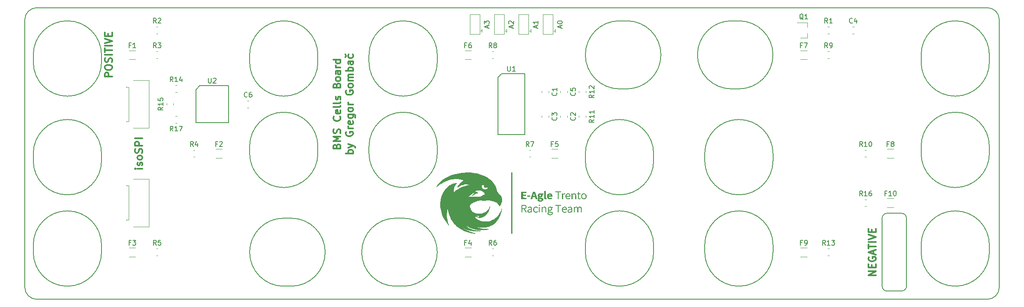
<source format=gbr>
%TF.GenerationSoftware,KiCad,Pcbnew,(5.0.0-rc2-dev-733-g23a9fcd91)*%
%TF.CreationDate,2018-05-26T11:51:58+02:00*%
%TF.ProjectId,CellsBoard,43656C6C73426F6172642E6B69636164,rev?*%
%TF.SameCoordinates,Original*%
%TF.FileFunction,Legend,Top*%
%TF.FilePolarity,Positive*%
%FSLAX46Y46*%
G04 Gerber Fmt 4.6, Leading zero omitted, Abs format (unit mm)*
G04 Created by KiCad (PCBNEW (5.0.0-rc2-dev-733-g23a9fcd91)) date 05/26/18 11:51:58*
%MOMM*%
%LPD*%
G01*
G04 APERTURE LIST*
%ADD10C,0.300000*%
%ADD11C,0.150000*%
%ADD12C,0.120000*%
%ADD13C,0.010000*%
G04 APERTURE END LIST*
D10*
X114017857Y-118492857D02*
X114089285Y-118278571D01*
X114160714Y-118207142D01*
X114303571Y-118135714D01*
X114517857Y-118135714D01*
X114660714Y-118207142D01*
X114732142Y-118278571D01*
X114803571Y-118421428D01*
X114803571Y-118992857D01*
X113303571Y-118992857D01*
X113303571Y-118492857D01*
X113375000Y-118350000D01*
X113446428Y-118278571D01*
X113589285Y-118207142D01*
X113732142Y-118207142D01*
X113875000Y-118278571D01*
X113946428Y-118350000D01*
X114017857Y-118492857D01*
X114017857Y-118992857D01*
X114803571Y-117492857D02*
X113303571Y-117492857D01*
X114375000Y-116992857D01*
X113303571Y-116492857D01*
X114803571Y-116492857D01*
X114732142Y-115850000D02*
X114803571Y-115635714D01*
X114803571Y-115278571D01*
X114732142Y-115135714D01*
X114660714Y-115064285D01*
X114517857Y-114992857D01*
X114375000Y-114992857D01*
X114232142Y-115064285D01*
X114160714Y-115135714D01*
X114089285Y-115278571D01*
X114017857Y-115564285D01*
X113946428Y-115707142D01*
X113875000Y-115778571D01*
X113732142Y-115850000D01*
X113589285Y-115850000D01*
X113446428Y-115778571D01*
X113375000Y-115707142D01*
X113303571Y-115564285D01*
X113303571Y-115207142D01*
X113375000Y-114992857D01*
X114660714Y-112350000D02*
X114732142Y-112421428D01*
X114803571Y-112635714D01*
X114803571Y-112778571D01*
X114732142Y-112992857D01*
X114589285Y-113135714D01*
X114446428Y-113207142D01*
X114160714Y-113278571D01*
X113946428Y-113278571D01*
X113660714Y-113207142D01*
X113517857Y-113135714D01*
X113375000Y-112992857D01*
X113303571Y-112778571D01*
X113303571Y-112635714D01*
X113375000Y-112421428D01*
X113446428Y-112350000D01*
X114732142Y-111135714D02*
X114803571Y-111278571D01*
X114803571Y-111564285D01*
X114732142Y-111707142D01*
X114589285Y-111778571D01*
X114017857Y-111778571D01*
X113875000Y-111707142D01*
X113803571Y-111564285D01*
X113803571Y-111278571D01*
X113875000Y-111135714D01*
X114017857Y-111064285D01*
X114160714Y-111064285D01*
X114303571Y-111778571D01*
X114803571Y-110207142D02*
X114732142Y-110350000D01*
X114589285Y-110421428D01*
X113303571Y-110421428D01*
X114803571Y-109421428D02*
X114732142Y-109564285D01*
X114589285Y-109635714D01*
X113303571Y-109635714D01*
X114732142Y-108921428D02*
X114803571Y-108778571D01*
X114803571Y-108492857D01*
X114732142Y-108350000D01*
X114589285Y-108278571D01*
X114517857Y-108278571D01*
X114375000Y-108350000D01*
X114303571Y-108492857D01*
X114303571Y-108707142D01*
X114232142Y-108850000D01*
X114089285Y-108921428D01*
X114017857Y-108921428D01*
X113875000Y-108850000D01*
X113803571Y-108707142D01*
X113803571Y-108492857D01*
X113875000Y-108350000D01*
X114017857Y-105992857D02*
X114089285Y-105778571D01*
X114160714Y-105707142D01*
X114303571Y-105635714D01*
X114517857Y-105635714D01*
X114660714Y-105707142D01*
X114732142Y-105778571D01*
X114803571Y-105921428D01*
X114803571Y-106492857D01*
X113303571Y-106492857D01*
X113303571Y-105992857D01*
X113375000Y-105850000D01*
X113446428Y-105778571D01*
X113589285Y-105707142D01*
X113732142Y-105707142D01*
X113875000Y-105778571D01*
X113946428Y-105850000D01*
X114017857Y-105992857D01*
X114017857Y-106492857D01*
X114803571Y-104778571D02*
X114732142Y-104921428D01*
X114660714Y-104992857D01*
X114517857Y-105064285D01*
X114089285Y-105064285D01*
X113946428Y-104992857D01*
X113875000Y-104921428D01*
X113803571Y-104778571D01*
X113803571Y-104564285D01*
X113875000Y-104421428D01*
X113946428Y-104350000D01*
X114089285Y-104278571D01*
X114517857Y-104278571D01*
X114660714Y-104350000D01*
X114732142Y-104421428D01*
X114803571Y-104564285D01*
X114803571Y-104778571D01*
X114803571Y-102992857D02*
X114017857Y-102992857D01*
X113875000Y-103064285D01*
X113803571Y-103207142D01*
X113803571Y-103492857D01*
X113875000Y-103635714D01*
X114732142Y-102992857D02*
X114803571Y-103135714D01*
X114803571Y-103492857D01*
X114732142Y-103635714D01*
X114589285Y-103707142D01*
X114446428Y-103707142D01*
X114303571Y-103635714D01*
X114232142Y-103492857D01*
X114232142Y-103135714D01*
X114160714Y-102992857D01*
X114803571Y-102278571D02*
X113803571Y-102278571D01*
X114089285Y-102278571D02*
X113946428Y-102207142D01*
X113875000Y-102135714D01*
X113803571Y-101992857D01*
X113803571Y-101850000D01*
X114803571Y-100707142D02*
X113303571Y-100707142D01*
X114732142Y-100707142D02*
X114803571Y-100850000D01*
X114803571Y-101135714D01*
X114732142Y-101278571D01*
X114660714Y-101350000D01*
X114517857Y-101421428D01*
X114089285Y-101421428D01*
X113946428Y-101350000D01*
X113875000Y-101278571D01*
X113803571Y-101135714D01*
X113803571Y-100850000D01*
X113875000Y-100707142D01*
X117353571Y-119992857D02*
X115853571Y-119992857D01*
X116425000Y-119992857D02*
X116353571Y-119850000D01*
X116353571Y-119564285D01*
X116425000Y-119421428D01*
X116496428Y-119350000D01*
X116639285Y-119278571D01*
X117067857Y-119278571D01*
X117210714Y-119350000D01*
X117282142Y-119421428D01*
X117353571Y-119564285D01*
X117353571Y-119850000D01*
X117282142Y-119992857D01*
X116353571Y-118778571D02*
X117353571Y-118421428D01*
X116353571Y-118064285D02*
X117353571Y-118421428D01*
X117710714Y-118564285D01*
X117782142Y-118635714D01*
X117853571Y-118778571D01*
X115925000Y-115564285D02*
X115853571Y-115707142D01*
X115853571Y-115921428D01*
X115925000Y-116135714D01*
X116067857Y-116278571D01*
X116210714Y-116350000D01*
X116496428Y-116421428D01*
X116710714Y-116421428D01*
X116996428Y-116350000D01*
X117139285Y-116278571D01*
X117282142Y-116135714D01*
X117353571Y-115921428D01*
X117353571Y-115778571D01*
X117282142Y-115564285D01*
X117210714Y-115492857D01*
X116710714Y-115492857D01*
X116710714Y-115778571D01*
X117353571Y-114850000D02*
X116353571Y-114850000D01*
X116639285Y-114850000D02*
X116496428Y-114778571D01*
X116425000Y-114707142D01*
X116353571Y-114564285D01*
X116353571Y-114421428D01*
X117282142Y-113350000D02*
X117353571Y-113492857D01*
X117353571Y-113778571D01*
X117282142Y-113921428D01*
X117139285Y-113992857D01*
X116567857Y-113992857D01*
X116425000Y-113921428D01*
X116353571Y-113778571D01*
X116353571Y-113492857D01*
X116425000Y-113350000D01*
X116567857Y-113278571D01*
X116710714Y-113278571D01*
X116853571Y-113992857D01*
X116353571Y-111992857D02*
X117567857Y-111992857D01*
X117710714Y-112064285D01*
X117782142Y-112135714D01*
X117853571Y-112278571D01*
X117853571Y-112492857D01*
X117782142Y-112635714D01*
X117282142Y-111992857D02*
X117353571Y-112135714D01*
X117353571Y-112421428D01*
X117282142Y-112564285D01*
X117210714Y-112635714D01*
X117067857Y-112707142D01*
X116639285Y-112707142D01*
X116496428Y-112635714D01*
X116425000Y-112564285D01*
X116353571Y-112421428D01*
X116353571Y-112135714D01*
X116425000Y-111992857D01*
X117353571Y-111064285D02*
X117282142Y-111207142D01*
X117210714Y-111278571D01*
X117067857Y-111350000D01*
X116639285Y-111350000D01*
X116496428Y-111278571D01*
X116425000Y-111207142D01*
X116353571Y-111064285D01*
X116353571Y-110850000D01*
X116425000Y-110707142D01*
X116496428Y-110635714D01*
X116639285Y-110564285D01*
X117067857Y-110564285D01*
X117210714Y-110635714D01*
X117282142Y-110707142D01*
X117353571Y-110850000D01*
X117353571Y-111064285D01*
X117353571Y-109921428D02*
X116353571Y-109921428D01*
X116639285Y-109921428D02*
X116496428Y-109850000D01*
X116425000Y-109778571D01*
X116353571Y-109635714D01*
X116353571Y-109492857D01*
X115925000Y-107064285D02*
X115853571Y-107207142D01*
X115853571Y-107421428D01*
X115925000Y-107635714D01*
X116067857Y-107778571D01*
X116210714Y-107850000D01*
X116496428Y-107921428D01*
X116710714Y-107921428D01*
X116996428Y-107850000D01*
X117139285Y-107778571D01*
X117282142Y-107635714D01*
X117353571Y-107421428D01*
X117353571Y-107278571D01*
X117282142Y-107064285D01*
X117210714Y-106992857D01*
X116710714Y-106992857D01*
X116710714Y-107278571D01*
X117353571Y-106135714D02*
X117282142Y-106278571D01*
X117210714Y-106350000D01*
X117067857Y-106421428D01*
X116639285Y-106421428D01*
X116496428Y-106350000D01*
X116425000Y-106278571D01*
X116353571Y-106135714D01*
X116353571Y-105921428D01*
X116425000Y-105778571D01*
X116496428Y-105707142D01*
X116639285Y-105635714D01*
X117067857Y-105635714D01*
X117210714Y-105707142D01*
X117282142Y-105778571D01*
X117353571Y-105921428D01*
X117353571Y-106135714D01*
X117353571Y-104992857D02*
X116353571Y-104992857D01*
X116496428Y-104992857D02*
X116425000Y-104921428D01*
X116353571Y-104778571D01*
X116353571Y-104564285D01*
X116425000Y-104421428D01*
X116567857Y-104350000D01*
X117353571Y-104350000D01*
X116567857Y-104350000D02*
X116425000Y-104278571D01*
X116353571Y-104135714D01*
X116353571Y-103921428D01*
X116425000Y-103778571D01*
X116567857Y-103707142D01*
X117353571Y-103707142D01*
X117353571Y-102992857D02*
X115853571Y-102992857D01*
X116425000Y-102992857D02*
X116353571Y-102850000D01*
X116353571Y-102564285D01*
X116425000Y-102421428D01*
X116496428Y-102350000D01*
X116639285Y-102278571D01*
X117067857Y-102278571D01*
X117210714Y-102350000D01*
X117282142Y-102421428D01*
X117353571Y-102564285D01*
X117353571Y-102850000D01*
X117282142Y-102992857D01*
X117353571Y-100992857D02*
X116567857Y-100992857D01*
X116425000Y-101064285D01*
X116353571Y-101207142D01*
X116353571Y-101492857D01*
X116425000Y-101635714D01*
X117282142Y-100992857D02*
X117353571Y-101135714D01*
X117353571Y-101492857D01*
X117282142Y-101635714D01*
X117139285Y-101707142D01*
X116996428Y-101707142D01*
X116853571Y-101635714D01*
X116782142Y-101492857D01*
X116782142Y-101135714D01*
X116710714Y-100992857D01*
X117282142Y-99635714D02*
X117353571Y-99778571D01*
X117353571Y-100064285D01*
X117282142Y-100207142D01*
X117210714Y-100278571D01*
X117067857Y-100350000D01*
X116639285Y-100350000D01*
X116496428Y-100278571D01*
X116425000Y-100207142D01*
X116353571Y-100064285D01*
X116353571Y-99778571D01*
X116425000Y-99635714D01*
X115782142Y-100207142D02*
X115996428Y-99921428D01*
X115782142Y-99635714D01*
X74128571Y-123107142D02*
X73128571Y-123107142D01*
X72628571Y-123107142D02*
X72700000Y-123178571D01*
X72771428Y-123107142D01*
X72700000Y-123035714D01*
X72628571Y-123107142D01*
X72771428Y-123107142D01*
X74057142Y-122464285D02*
X74128571Y-122321428D01*
X74128571Y-122035714D01*
X74057142Y-121892857D01*
X73914285Y-121821428D01*
X73842857Y-121821428D01*
X73700000Y-121892857D01*
X73628571Y-122035714D01*
X73628571Y-122250000D01*
X73557142Y-122392857D01*
X73414285Y-122464285D01*
X73342857Y-122464285D01*
X73200000Y-122392857D01*
X73128571Y-122250000D01*
X73128571Y-122035714D01*
X73200000Y-121892857D01*
X74128571Y-120964285D02*
X74057142Y-121107142D01*
X73985714Y-121178571D01*
X73842857Y-121250000D01*
X73414285Y-121250000D01*
X73271428Y-121178571D01*
X73200000Y-121107142D01*
X73128571Y-120964285D01*
X73128571Y-120750000D01*
X73200000Y-120607142D01*
X73271428Y-120535714D01*
X73414285Y-120464285D01*
X73842857Y-120464285D01*
X73985714Y-120535714D01*
X74057142Y-120607142D01*
X74128571Y-120750000D01*
X74128571Y-120964285D01*
X74057142Y-119892857D02*
X74128571Y-119678571D01*
X74128571Y-119321428D01*
X74057142Y-119178571D01*
X73985714Y-119107142D01*
X73842857Y-119035714D01*
X73700000Y-119035714D01*
X73557142Y-119107142D01*
X73485714Y-119178571D01*
X73414285Y-119321428D01*
X73342857Y-119607142D01*
X73271428Y-119750000D01*
X73200000Y-119821428D01*
X73057142Y-119892857D01*
X72914285Y-119892857D01*
X72771428Y-119821428D01*
X72700000Y-119750000D01*
X72628571Y-119607142D01*
X72628571Y-119250000D01*
X72700000Y-119035714D01*
X74128571Y-118392857D02*
X72628571Y-118392857D01*
X72628571Y-117821428D01*
X72700000Y-117678571D01*
X72771428Y-117607142D01*
X72914285Y-117535714D01*
X73128571Y-117535714D01*
X73271428Y-117607142D01*
X73342857Y-117678571D01*
X73414285Y-117821428D01*
X73414285Y-118392857D01*
X74128571Y-116892857D02*
X72628571Y-116892857D01*
X67928571Y-104200000D02*
X66428571Y-104200000D01*
X66428571Y-103628571D01*
X66500000Y-103485714D01*
X66571428Y-103414285D01*
X66714285Y-103342857D01*
X66928571Y-103342857D01*
X67071428Y-103414285D01*
X67142857Y-103485714D01*
X67214285Y-103628571D01*
X67214285Y-104200000D01*
X66428571Y-102414285D02*
X66428571Y-102128571D01*
X66500000Y-101985714D01*
X66642857Y-101842857D01*
X66928571Y-101771428D01*
X67428571Y-101771428D01*
X67714285Y-101842857D01*
X67857142Y-101985714D01*
X67928571Y-102128571D01*
X67928571Y-102414285D01*
X67857142Y-102557142D01*
X67714285Y-102700000D01*
X67428571Y-102771428D01*
X66928571Y-102771428D01*
X66642857Y-102700000D01*
X66500000Y-102557142D01*
X66428571Y-102414285D01*
X67857142Y-101200000D02*
X67928571Y-100985714D01*
X67928571Y-100628571D01*
X67857142Y-100485714D01*
X67785714Y-100414285D01*
X67642857Y-100342857D01*
X67500000Y-100342857D01*
X67357142Y-100414285D01*
X67285714Y-100485714D01*
X67214285Y-100628571D01*
X67142857Y-100914285D01*
X67071428Y-101057142D01*
X67000000Y-101128571D01*
X66857142Y-101200000D01*
X66714285Y-101200000D01*
X66571428Y-101128571D01*
X66500000Y-101057142D01*
X66428571Y-100914285D01*
X66428571Y-100557142D01*
X66500000Y-100342857D01*
X67928571Y-99700000D02*
X66428571Y-99700000D01*
X66428571Y-99200000D02*
X66428571Y-98342857D01*
X67928571Y-98771428D02*
X66428571Y-98771428D01*
X67928571Y-97842857D02*
X66428571Y-97842857D01*
X66428571Y-97342857D02*
X67928571Y-96842857D01*
X66428571Y-96342857D01*
X67142857Y-95842857D02*
X67142857Y-95342857D01*
X67928571Y-95128571D02*
X67928571Y-95842857D01*
X66428571Y-95842857D01*
X66428571Y-95128571D01*
X224628571Y-145050000D02*
X223128571Y-145050000D01*
X224628571Y-144192857D01*
X223128571Y-144192857D01*
X223842857Y-143478571D02*
X223842857Y-142978571D01*
X224628571Y-142764285D02*
X224628571Y-143478571D01*
X223128571Y-143478571D01*
X223128571Y-142764285D01*
X223200000Y-141335714D02*
X223128571Y-141478571D01*
X223128571Y-141692857D01*
X223200000Y-141907142D01*
X223342857Y-142050000D01*
X223485714Y-142121428D01*
X223771428Y-142192857D01*
X223985714Y-142192857D01*
X224271428Y-142121428D01*
X224414285Y-142050000D01*
X224557142Y-141907142D01*
X224628571Y-141692857D01*
X224628571Y-141550000D01*
X224557142Y-141335714D01*
X224485714Y-141264285D01*
X223985714Y-141264285D01*
X223985714Y-141550000D01*
X224200000Y-140692857D02*
X224200000Y-139978571D01*
X224628571Y-140835714D02*
X223128571Y-140335714D01*
X224628571Y-139835714D01*
X223128571Y-139550000D02*
X223128571Y-138692857D01*
X224628571Y-139121428D02*
X223128571Y-139121428D01*
X224628571Y-138192857D02*
X223128571Y-138192857D01*
X223128571Y-137692857D02*
X224628571Y-137192857D01*
X223128571Y-136692857D01*
X223842857Y-136192857D02*
X223842857Y-135692857D01*
X224628571Y-135478571D02*
X224628571Y-136192857D01*
X223128571Y-136192857D01*
X223128571Y-135478571D01*
D11*
X226950000Y-132300000D02*
X229950000Y-132300000D01*
X225950000Y-147300000D02*
X225950000Y-133300000D01*
X229950000Y-148300000D02*
X226950000Y-148300000D01*
X230950000Y-133300000D02*
X230950000Y-147300000D01*
X226950000Y-148300000D02*
G75*
G02X225950000Y-147300000I0J1000000D01*
G01*
X225950000Y-133300000D02*
G75*
G02X226950000Y-132300000I1000000J0D01*
G01*
X229950000Y-132300000D02*
G75*
G02X230950000Y-133300000I0J-1000000D01*
G01*
X230950000Y-147300000D02*
G75*
G02X229950000Y-148300000I-1000000J0D01*
G01*
X247500000Y-90000000D02*
X52500000Y-90000000D01*
X247500000Y-90000000D02*
G75*
G02X250000000Y-92500000I0J-2500000D01*
G01*
X250000000Y-147500000D02*
X250000000Y-92500000D01*
X250000000Y-147500000D02*
G75*
G02X247500000Y-150000000I-2500000J0D01*
G01*
X52500000Y-150000000D02*
X247500000Y-150000000D01*
X52500000Y-150000000D02*
G75*
G02X50000000Y-147500000I0J2500000D01*
G01*
X50000000Y-92500000D02*
X50000000Y-147500000D01*
X50000000Y-92500000D02*
G75*
G02X52500000Y-90000000I2500000J0D01*
G01*
D12*
X70870000Y-106335000D02*
X70870000Y-106220000D01*
X71370000Y-106335000D02*
X70870000Y-106335000D01*
X71370000Y-113365000D02*
X71370000Y-106335000D01*
X70870000Y-113365000D02*
X71370000Y-113365000D01*
X70870000Y-113480000D02*
X70870000Y-113365000D01*
X75460000Y-104915000D02*
X72250000Y-104915000D01*
X75460000Y-114785000D02*
X75460000Y-104915000D01*
X72250000Y-114785000D02*
X75460000Y-114785000D01*
X70870000Y-126635000D02*
X70870000Y-126520000D01*
X71370000Y-126635000D02*
X70870000Y-126635000D01*
X71370000Y-133665000D02*
X71370000Y-126635000D01*
X70870000Y-133665000D02*
X71370000Y-133665000D01*
X70870000Y-133780000D02*
X70870000Y-133665000D01*
X75460000Y-125215000D02*
X72250000Y-125215000D01*
X75460000Y-135085000D02*
X75460000Y-125215000D01*
X72250000Y-135085000D02*
X75460000Y-135085000D01*
D13*
G36*
X153670160Y-128839360D02*
X153101200Y-128839360D01*
X153101200Y-128656480D01*
X153670160Y-128656480D01*
X153670160Y-128839360D01*
X153670160Y-128839360D01*
G37*
X153670160Y-128839360D02*
X153101200Y-128839360D01*
X153101200Y-128656480D01*
X153670160Y-128656480D01*
X153670160Y-128839360D01*
G36*
X162790619Y-128210428D02*
X162870922Y-128229610D01*
X162936867Y-128262873D01*
X162989555Y-128311113D01*
X163030089Y-128375225D01*
X163048435Y-128419951D01*
X163054389Y-128437611D01*
X163059290Y-128454554D01*
X163063260Y-128472935D01*
X163066425Y-128494909D01*
X163068908Y-128522632D01*
X163070833Y-128558258D01*
X163072322Y-128603943D01*
X163073501Y-128661843D01*
X163074493Y-128734111D01*
X163075422Y-128822904D01*
X163076162Y-128902860D01*
X163079911Y-129316880D01*
X162978168Y-129316880D01*
X162974300Y-128913020D01*
X162973209Y-128809056D01*
X162972049Y-128723327D01*
X162970723Y-128653749D01*
X162969132Y-128598236D01*
X162967179Y-128554704D01*
X162964766Y-128521067D01*
X162961794Y-128495240D01*
X162958166Y-128475140D01*
X162953784Y-128458680D01*
X162952820Y-128455676D01*
X162924362Y-128395829D01*
X162883371Y-128346300D01*
X162833703Y-128311653D01*
X162829487Y-128309668D01*
X162792281Y-128298841D01*
X162742653Y-128292452D01*
X162688073Y-128290786D01*
X162636012Y-128294130D01*
X162600195Y-128300879D01*
X162559663Y-128317038D01*
X162509835Y-128344389D01*
X162455771Y-128379745D01*
X162402532Y-128419921D01*
X162377397Y-128441179D01*
X162316320Y-128495118D01*
X162316320Y-129316880D01*
X162214720Y-129316880D01*
X162214720Y-128229760D01*
X162306160Y-128229760D01*
X162306160Y-128284370D01*
X162307365Y-128322426D01*
X162310428Y-128357388D01*
X162312461Y-128370485D01*
X162318762Y-128401991D01*
X162386121Y-128345836D01*
X162476921Y-128280699D01*
X162568755Y-128235811D01*
X162661575Y-128211186D01*
X162755333Y-128206841D01*
X162790619Y-128210428D01*
X162790619Y-128210428D01*
G37*
X162790619Y-128210428D02*
X162870922Y-128229610D01*
X162936867Y-128262873D01*
X162989555Y-128311113D01*
X163030089Y-128375225D01*
X163048435Y-128419951D01*
X163054389Y-128437611D01*
X163059290Y-128454554D01*
X163063260Y-128472935D01*
X163066425Y-128494909D01*
X163068908Y-128522632D01*
X163070833Y-128558258D01*
X163072322Y-128603943D01*
X163073501Y-128661843D01*
X163074493Y-128734111D01*
X163075422Y-128822904D01*
X163076162Y-128902860D01*
X163079911Y-129316880D01*
X162978168Y-129316880D01*
X162974300Y-128913020D01*
X162973209Y-128809056D01*
X162972049Y-128723327D01*
X162970723Y-128653749D01*
X162969132Y-128598236D01*
X162967179Y-128554704D01*
X162964766Y-128521067D01*
X162961794Y-128495240D01*
X162958166Y-128475140D01*
X162953784Y-128458680D01*
X162952820Y-128455676D01*
X162924362Y-128395829D01*
X162883371Y-128346300D01*
X162833703Y-128311653D01*
X162829487Y-128309668D01*
X162792281Y-128298841D01*
X162742653Y-128292452D01*
X162688073Y-128290786D01*
X162636012Y-128294130D01*
X162600195Y-128300879D01*
X162559663Y-128317038D01*
X162509835Y-128344389D01*
X162455771Y-128379745D01*
X162402532Y-128419921D01*
X162377397Y-128441179D01*
X162316320Y-128495118D01*
X162316320Y-129316880D01*
X162214720Y-129316880D01*
X162214720Y-128229760D01*
X162306160Y-128229760D01*
X162306160Y-128284370D01*
X162307365Y-128322426D01*
X162310428Y-128357388D01*
X162312461Y-128370485D01*
X162318762Y-128401991D01*
X162386121Y-128345836D01*
X162476921Y-128280699D01*
X162568755Y-128235811D01*
X162661575Y-128211186D01*
X162755333Y-128206841D01*
X162790619Y-128210428D01*
G36*
X160771066Y-128205528D02*
X160800914Y-128214348D01*
X160817257Y-128226406D01*
X160818373Y-128236801D01*
X160811207Y-128258849D01*
X160806670Y-128275405D01*
X160802650Y-128287034D01*
X160794871Y-128293594D01*
X160778857Y-128296020D01*
X160750130Y-128295249D01*
X160720819Y-128293361D01*
X160677959Y-128291227D01*
X160647439Y-128292746D01*
X160621417Y-128299179D01*
X160592055Y-128311786D01*
X160584986Y-128315211D01*
X160529889Y-128351054D01*
X160475734Y-128402731D01*
X160426647Y-128466004D01*
X160406561Y-128498437D01*
X160375760Y-128552273D01*
X160375760Y-129316880D01*
X160274160Y-129316880D01*
X160274160Y-128229760D01*
X160313712Y-128229760D01*
X160337002Y-128231242D01*
X160352060Y-128238094D01*
X160360675Y-128253921D01*
X160364636Y-128282330D01*
X160365729Y-128326927D01*
X160365755Y-128334730D01*
X160367016Y-128382697D01*
X160371153Y-128411355D01*
X160379069Y-128421619D01*
X160391669Y-128414405D01*
X160409857Y-128390628D01*
X160414292Y-128383892D01*
X160469445Y-128313581D01*
X160532774Y-128259011D01*
X160602128Y-128221620D01*
X160675358Y-128202847D01*
X160686411Y-128201737D01*
X160731602Y-128200980D01*
X160771066Y-128205528D01*
X160771066Y-128205528D01*
G37*
X160771066Y-128205528D02*
X160800914Y-128214348D01*
X160817257Y-128226406D01*
X160818373Y-128236801D01*
X160811207Y-128258849D01*
X160806670Y-128275405D01*
X160802650Y-128287034D01*
X160794871Y-128293594D01*
X160778857Y-128296020D01*
X160750130Y-128295249D01*
X160720819Y-128293361D01*
X160677959Y-128291227D01*
X160647439Y-128292746D01*
X160621417Y-128299179D01*
X160592055Y-128311786D01*
X160584986Y-128315211D01*
X160529889Y-128351054D01*
X160475734Y-128402731D01*
X160426647Y-128466004D01*
X160406561Y-128498437D01*
X160375760Y-128552273D01*
X160375760Y-129316880D01*
X160274160Y-129316880D01*
X160274160Y-128229760D01*
X160313712Y-128229760D01*
X160337002Y-128231242D01*
X160352060Y-128238094D01*
X160360675Y-128253921D01*
X160364636Y-128282330D01*
X160365729Y-128326927D01*
X160365755Y-128334730D01*
X160367016Y-128382697D01*
X160371153Y-128411355D01*
X160379069Y-128421619D01*
X160391669Y-128414405D01*
X160409857Y-128390628D01*
X160414292Y-128383892D01*
X160469445Y-128313581D01*
X160532774Y-128259011D01*
X160602128Y-128221620D01*
X160675358Y-128202847D01*
X160686411Y-128201737D01*
X160731602Y-128200980D01*
X160771066Y-128205528D01*
G36*
X159979520Y-127904640D02*
X159471520Y-127904640D01*
X159471520Y-129316880D01*
X159359760Y-129316880D01*
X159359760Y-127904640D01*
X158851760Y-127904640D01*
X158851760Y-127823360D01*
X159979520Y-127823360D01*
X159979520Y-127904640D01*
X159979520Y-127904640D01*
G37*
X159979520Y-127904640D02*
X159471520Y-127904640D01*
X159471520Y-129316880D01*
X159359760Y-129316880D01*
X159359760Y-127904640D01*
X158851760Y-127904640D01*
X158851760Y-127823360D01*
X159979520Y-127823360D01*
X159979520Y-127904640D01*
G36*
X154648537Y-127907180D02*
X154658367Y-127935714D01*
X154673700Y-127979927D01*
X154693871Y-128037914D01*
X154718213Y-128107774D01*
X154746062Y-128187605D01*
X154776751Y-128275503D01*
X154809614Y-128369567D01*
X154843987Y-128467894D01*
X154879202Y-128568581D01*
X154914594Y-128669725D01*
X154949498Y-128769426D01*
X154983248Y-128865779D01*
X155015177Y-128956883D01*
X155044621Y-129040835D01*
X155070914Y-129115732D01*
X155093389Y-129179673D01*
X155111381Y-129230754D01*
X155124224Y-129267073D01*
X155131252Y-129286728D01*
X155132173Y-129289210D01*
X155143062Y-129317421D01*
X154994707Y-129314610D01*
X154846352Y-129311800D01*
X154788854Y-129121546D01*
X154770549Y-129062180D01*
X154753549Y-129009280D01*
X154738931Y-128966024D01*
X154727772Y-128935590D01*
X154721149Y-128921155D01*
X154720775Y-128920711D01*
X154706604Y-128917110D01*
X154672562Y-128914503D01*
X154619072Y-128912900D01*
X154546559Y-128912316D01*
X154455449Y-128912761D01*
X154447096Y-128912844D01*
X154184000Y-128915560D01*
X154123288Y-129116220D01*
X154062575Y-129316880D01*
X153782540Y-129316880D01*
X153857061Y-129100980D01*
X153875210Y-129048369D01*
X153898995Y-128979374D01*
X153927441Y-128896828D01*
X153959572Y-128803560D01*
X153994414Y-128702403D01*
X153996794Y-128695490D01*
X154252653Y-128695490D01*
X154256818Y-128699965D01*
X154268154Y-128703143D01*
X154289156Y-128705244D01*
X154322321Y-128706487D01*
X154370145Y-128707090D01*
X154435124Y-128707274D01*
X154455772Y-128707280D01*
X154663633Y-128707280D01*
X154639019Y-128628540D01*
X154629318Y-128596872D01*
X154615030Y-128549380D01*
X154597249Y-128489748D01*
X154577073Y-128421661D01*
X154555596Y-128348802D01*
X154538919Y-128291963D01*
X154518578Y-128222964D01*
X154499900Y-128160522D01*
X154483689Y-128107250D01*
X154470749Y-128065763D01*
X154461884Y-128038676D01*
X154457956Y-128028650D01*
X154453115Y-128026151D01*
X154448003Y-128030289D01*
X154441729Y-128043504D01*
X154433402Y-128068236D01*
X154422130Y-128106926D01*
X154407023Y-128162016D01*
X154400725Y-128185395D01*
X154382597Y-128251400D01*
X154360796Y-128328502D01*
X154337704Y-128408399D01*
X154315704Y-128482790D01*
X154309282Y-128504080D01*
X154292219Y-128560341D01*
X154276962Y-128610697D01*
X154264598Y-128651554D01*
X154256216Y-128679318D01*
X154253163Y-128689500D01*
X154252653Y-128695490D01*
X153996794Y-128695490D01*
X154030990Y-128596187D01*
X154068327Y-128487743D01*
X154105448Y-128379903D01*
X154112539Y-128359300D01*
X154293496Y-127833520D01*
X154623363Y-127833520D01*
X154648537Y-127907180D01*
X154648537Y-127907180D01*
G37*
X154648537Y-127907180D02*
X154658367Y-127935714D01*
X154673700Y-127979927D01*
X154693871Y-128037914D01*
X154718213Y-128107774D01*
X154746062Y-128187605D01*
X154776751Y-128275503D01*
X154809614Y-128369567D01*
X154843987Y-128467894D01*
X154879202Y-128568581D01*
X154914594Y-128669725D01*
X154949498Y-128769426D01*
X154983248Y-128865779D01*
X155015177Y-128956883D01*
X155044621Y-129040835D01*
X155070914Y-129115732D01*
X155093389Y-129179673D01*
X155111381Y-129230754D01*
X155124224Y-129267073D01*
X155131252Y-129286728D01*
X155132173Y-129289210D01*
X155143062Y-129317421D01*
X154994707Y-129314610D01*
X154846352Y-129311800D01*
X154788854Y-129121546D01*
X154770549Y-129062180D01*
X154753549Y-129009280D01*
X154738931Y-128966024D01*
X154727772Y-128935590D01*
X154721149Y-128921155D01*
X154720775Y-128920711D01*
X154706604Y-128917110D01*
X154672562Y-128914503D01*
X154619072Y-128912900D01*
X154546559Y-128912316D01*
X154455449Y-128912761D01*
X154447096Y-128912844D01*
X154184000Y-128915560D01*
X154123288Y-129116220D01*
X154062575Y-129316880D01*
X153782540Y-129316880D01*
X153857061Y-129100980D01*
X153875210Y-129048369D01*
X153898995Y-128979374D01*
X153927441Y-128896828D01*
X153959572Y-128803560D01*
X153994414Y-128702403D01*
X153996794Y-128695490D01*
X154252653Y-128695490D01*
X154256818Y-128699965D01*
X154268154Y-128703143D01*
X154289156Y-128705244D01*
X154322321Y-128706487D01*
X154370145Y-128707090D01*
X154435124Y-128707274D01*
X154455772Y-128707280D01*
X154663633Y-128707280D01*
X154639019Y-128628540D01*
X154629318Y-128596872D01*
X154615030Y-128549380D01*
X154597249Y-128489748D01*
X154577073Y-128421661D01*
X154555596Y-128348802D01*
X154538919Y-128291963D01*
X154518578Y-128222964D01*
X154499900Y-128160522D01*
X154483689Y-128107250D01*
X154470749Y-128065763D01*
X154461884Y-128038676D01*
X154457956Y-128028650D01*
X154453115Y-128026151D01*
X154448003Y-128030289D01*
X154441729Y-128043504D01*
X154433402Y-128068236D01*
X154422130Y-128106926D01*
X154407023Y-128162016D01*
X154400725Y-128185395D01*
X154382597Y-128251400D01*
X154360796Y-128328502D01*
X154337704Y-128408399D01*
X154315704Y-128482790D01*
X154309282Y-128504080D01*
X154292219Y-128560341D01*
X154276962Y-128610697D01*
X154264598Y-128651554D01*
X154256216Y-128679318D01*
X154253163Y-128689500D01*
X154252653Y-128695490D01*
X153996794Y-128695490D01*
X154030990Y-128596187D01*
X154068327Y-128487743D01*
X154105448Y-128379903D01*
X154112539Y-128359300D01*
X154293496Y-127833520D01*
X154623363Y-127833520D01*
X154648537Y-127907180D01*
G36*
X152847200Y-128046880D02*
X152176640Y-128046880D01*
X152176640Y-128432960D01*
X152745600Y-128432960D01*
X152745600Y-128646320D01*
X152176251Y-128646320D01*
X152178985Y-128872380D01*
X152181720Y-129098440D01*
X152877680Y-129103786D01*
X152877680Y-129316880D01*
X151892160Y-129316880D01*
X151892160Y-127833520D01*
X152847200Y-127833520D01*
X152847200Y-128046880D01*
X152847200Y-128046880D01*
G37*
X152847200Y-128046880D02*
X152176640Y-128046880D01*
X152176640Y-128432960D01*
X152745600Y-128432960D01*
X152745600Y-128646320D01*
X152176251Y-128646320D01*
X152178985Y-128872380D01*
X152181720Y-129098440D01*
X152877680Y-129103786D01*
X152877680Y-129316880D01*
X151892160Y-129316880D01*
X151892160Y-127833520D01*
X152847200Y-127833520D01*
X152847200Y-128046880D01*
G36*
X164768175Y-128204097D02*
X164854530Y-128222768D01*
X164936792Y-128255705D01*
X165012646Y-128302898D01*
X165079784Y-128364337D01*
X165135891Y-128440015D01*
X165156196Y-128477226D01*
X165190476Y-128566565D01*
X165211942Y-128666096D01*
X165220104Y-128769857D01*
X165214470Y-128871882D01*
X165196038Y-128961280D01*
X165157506Y-129058640D01*
X165103768Y-129143926D01*
X165036236Y-129215725D01*
X164956320Y-129272630D01*
X164865430Y-129313230D01*
X164834664Y-129322441D01*
X164782594Y-129331536D01*
X164719114Y-129335626D01*
X164652502Y-129334739D01*
X164591036Y-129328900D01*
X164554207Y-129321537D01*
X164469349Y-129289244D01*
X164390055Y-129241016D01*
X164320248Y-129180077D01*
X164263852Y-129109650D01*
X164236198Y-129060215D01*
X164199198Y-128958016D01*
X164179400Y-128848991D01*
X164177474Y-128767353D01*
X164277200Y-128767353D01*
X164285435Y-128873473D01*
X164309648Y-128970574D01*
X164349101Y-129056964D01*
X164403055Y-129130954D01*
X164458137Y-129181596D01*
X164525477Y-129220803D01*
X164602444Y-129245117D01*
X164684385Y-129254104D01*
X164766647Y-129247327D01*
X164844577Y-129224350D01*
X164856810Y-129218919D01*
X164933303Y-129172365D01*
X164996277Y-129110765D01*
X165045513Y-129034429D01*
X165080793Y-128943673D01*
X165096681Y-128873997D01*
X165106000Y-128773435D01*
X165099451Y-128677536D01*
X165078324Y-128588044D01*
X165043908Y-128506702D01*
X164997493Y-128435252D01*
X164940368Y-128375438D01*
X164873823Y-128329003D01*
X164799148Y-128297690D01*
X164717632Y-128283241D01*
X164660063Y-128283844D01*
X164576178Y-128300547D01*
X164499792Y-128334844D01*
X164432328Y-128384939D01*
X164375207Y-128449035D01*
X164329852Y-128525337D01*
X164297685Y-128612048D01*
X164280129Y-128707372D01*
X164277200Y-128767353D01*
X164177474Y-128767353D01*
X164176758Y-128737055D01*
X164191225Y-128626124D01*
X164222753Y-128520112D01*
X164243206Y-128473600D01*
X164293501Y-128392156D01*
X164355881Y-128325043D01*
X164428036Y-128272249D01*
X164507655Y-128233768D01*
X164592425Y-128209588D01*
X164680036Y-128199701D01*
X164768175Y-128204097D01*
X164768175Y-128204097D01*
G37*
X164768175Y-128204097D02*
X164854530Y-128222768D01*
X164936792Y-128255705D01*
X165012646Y-128302898D01*
X165079784Y-128364337D01*
X165135891Y-128440015D01*
X165156196Y-128477226D01*
X165190476Y-128566565D01*
X165211942Y-128666096D01*
X165220104Y-128769857D01*
X165214470Y-128871882D01*
X165196038Y-128961280D01*
X165157506Y-129058640D01*
X165103768Y-129143926D01*
X165036236Y-129215725D01*
X164956320Y-129272630D01*
X164865430Y-129313230D01*
X164834664Y-129322441D01*
X164782594Y-129331536D01*
X164719114Y-129335626D01*
X164652502Y-129334739D01*
X164591036Y-129328900D01*
X164554207Y-129321537D01*
X164469349Y-129289244D01*
X164390055Y-129241016D01*
X164320248Y-129180077D01*
X164263852Y-129109650D01*
X164236198Y-129060215D01*
X164199198Y-128958016D01*
X164179400Y-128848991D01*
X164177474Y-128767353D01*
X164277200Y-128767353D01*
X164285435Y-128873473D01*
X164309648Y-128970574D01*
X164349101Y-129056964D01*
X164403055Y-129130954D01*
X164458137Y-129181596D01*
X164525477Y-129220803D01*
X164602444Y-129245117D01*
X164684385Y-129254104D01*
X164766647Y-129247327D01*
X164844577Y-129224350D01*
X164856810Y-129218919D01*
X164933303Y-129172365D01*
X164996277Y-129110765D01*
X165045513Y-129034429D01*
X165080793Y-128943673D01*
X165096681Y-128873997D01*
X165106000Y-128773435D01*
X165099451Y-128677536D01*
X165078324Y-128588044D01*
X165043908Y-128506702D01*
X164997493Y-128435252D01*
X164940368Y-128375438D01*
X164873823Y-128329003D01*
X164799148Y-128297690D01*
X164717632Y-128283241D01*
X164660063Y-128283844D01*
X164576178Y-128300547D01*
X164499792Y-128334844D01*
X164432328Y-128384939D01*
X164375207Y-128449035D01*
X164329852Y-128525337D01*
X164297685Y-128612048D01*
X164280129Y-128707372D01*
X164277200Y-128767353D01*
X164177474Y-128767353D01*
X164176758Y-128737055D01*
X164191225Y-128626124D01*
X164222753Y-128520112D01*
X164243206Y-128473600D01*
X164293501Y-128392156D01*
X164355881Y-128325043D01*
X164428036Y-128272249D01*
X164507655Y-128233768D01*
X164592425Y-128209588D01*
X164680036Y-128199701D01*
X164768175Y-128204097D01*
G36*
X157790707Y-128178690D02*
X157793111Y-128179038D01*
X157890378Y-128202389D01*
X157975453Y-128241767D01*
X158047785Y-128296542D01*
X158106825Y-128366085D01*
X158152022Y-128449769D01*
X158182825Y-128546964D01*
X158197375Y-128640770D01*
X158199847Y-128688112D01*
X158199546Y-128737044D01*
X158197013Y-128772249D01*
X158189897Y-128829200D01*
X157431519Y-128829200D01*
X157441084Y-128872380D01*
X157468422Y-128952798D01*
X157511226Y-129020749D01*
X157567973Y-129074908D01*
X157637138Y-129113952D01*
X157717196Y-129136557D01*
X157749972Y-129140547D01*
X157836050Y-129138690D01*
X157924490Y-129120914D01*
X158007379Y-129088829D01*
X158009581Y-129087722D01*
X158037909Y-129074086D01*
X158057742Y-129065899D01*
X158063857Y-129064736D01*
X158072922Y-129078568D01*
X158087864Y-129103634D01*
X158105804Y-129134824D01*
X158123863Y-129167029D01*
X158139163Y-129195138D01*
X158148824Y-129214042D01*
X158150720Y-129218911D01*
X158141771Y-129228080D01*
X158117683Y-129241905D01*
X158082591Y-129258610D01*
X158040630Y-129276419D01*
X157995936Y-129293554D01*
X157952643Y-129308240D01*
X157923034Y-129316718D01*
X157853126Y-129329421D01*
X157773440Y-129335684D01*
X157692008Y-129335407D01*
X157616864Y-129328487D01*
X157578086Y-129321091D01*
X157478432Y-129286992D01*
X157389558Y-129236292D01*
X157312978Y-129170476D01*
X157250206Y-129091026D01*
X157202753Y-128999426D01*
X157179968Y-128930800D01*
X157168428Y-128867045D01*
X157163059Y-128792104D01*
X157163861Y-128714143D01*
X157169383Y-128656480D01*
X157417585Y-128656480D01*
X157957680Y-128656480D01*
X157957680Y-128622764D01*
X157949741Y-128561192D01*
X157927778Y-128502404D01*
X157894574Y-128450625D01*
X157852909Y-128410085D01*
X157805565Y-128385009D01*
X157800166Y-128383386D01*
X157723924Y-128371803D01*
X157648859Y-128378487D01*
X157578950Y-128402698D01*
X157530396Y-128433405D01*
X157501226Y-128464222D01*
X157471881Y-128508033D01*
X157446229Y-128557920D01*
X157428139Y-128606962D01*
X157424147Y-128623460D01*
X157417585Y-128656480D01*
X157169383Y-128656480D01*
X157170835Y-128641327D01*
X157179978Y-128595520D01*
X157216058Y-128495394D01*
X157267456Y-128406398D01*
X157332265Y-128329827D01*
X157408577Y-128266975D01*
X157494485Y-128219141D01*
X157588081Y-128187618D01*
X157687458Y-128173702D01*
X157790707Y-128178690D01*
X157790707Y-128178690D01*
G37*
X157790707Y-128178690D02*
X157793111Y-128179038D01*
X157890378Y-128202389D01*
X157975453Y-128241767D01*
X158047785Y-128296542D01*
X158106825Y-128366085D01*
X158152022Y-128449769D01*
X158182825Y-128546964D01*
X158197375Y-128640770D01*
X158199847Y-128688112D01*
X158199546Y-128737044D01*
X158197013Y-128772249D01*
X158189897Y-128829200D01*
X157431519Y-128829200D01*
X157441084Y-128872380D01*
X157468422Y-128952798D01*
X157511226Y-129020749D01*
X157567973Y-129074908D01*
X157637138Y-129113952D01*
X157717196Y-129136557D01*
X157749972Y-129140547D01*
X157836050Y-129138690D01*
X157924490Y-129120914D01*
X158007379Y-129088829D01*
X158009581Y-129087722D01*
X158037909Y-129074086D01*
X158057742Y-129065899D01*
X158063857Y-129064736D01*
X158072922Y-129078568D01*
X158087864Y-129103634D01*
X158105804Y-129134824D01*
X158123863Y-129167029D01*
X158139163Y-129195138D01*
X158148824Y-129214042D01*
X158150720Y-129218911D01*
X158141771Y-129228080D01*
X158117683Y-129241905D01*
X158082591Y-129258610D01*
X158040630Y-129276419D01*
X157995936Y-129293554D01*
X157952643Y-129308240D01*
X157923034Y-129316718D01*
X157853126Y-129329421D01*
X157773440Y-129335684D01*
X157692008Y-129335407D01*
X157616864Y-129328487D01*
X157578086Y-129321091D01*
X157478432Y-129286992D01*
X157389558Y-129236292D01*
X157312978Y-129170476D01*
X157250206Y-129091026D01*
X157202753Y-128999426D01*
X157179968Y-128930800D01*
X157168428Y-128867045D01*
X157163059Y-128792104D01*
X157163861Y-128714143D01*
X157169383Y-128656480D01*
X157417585Y-128656480D01*
X157957680Y-128656480D01*
X157957680Y-128622764D01*
X157949741Y-128561192D01*
X157927778Y-128502404D01*
X157894574Y-128450625D01*
X157852909Y-128410085D01*
X157805565Y-128385009D01*
X157800166Y-128383386D01*
X157723924Y-128371803D01*
X157648859Y-128378487D01*
X157578950Y-128402698D01*
X157530396Y-128433405D01*
X157501226Y-128464222D01*
X157471881Y-128508033D01*
X157446229Y-128557920D01*
X157428139Y-128606962D01*
X157424147Y-128623460D01*
X157417585Y-128656480D01*
X157169383Y-128656480D01*
X157170835Y-128641327D01*
X157179978Y-128595520D01*
X157216058Y-128495394D01*
X157267456Y-128406398D01*
X157332265Y-128329827D01*
X157408577Y-128266975D01*
X157494485Y-128219141D01*
X157588081Y-128187618D01*
X157687458Y-128173702D01*
X157790707Y-128178690D01*
G36*
X163637120Y-128229760D02*
X163972400Y-128229760D01*
X163972400Y-128311040D01*
X163636263Y-128311040D01*
X163639231Y-128725060D01*
X163640007Y-128827902D01*
X163640791Y-128912426D01*
X163641688Y-128980633D01*
X163642805Y-129034523D01*
X163644247Y-129076098D01*
X163646122Y-129107359D01*
X163648534Y-129130307D01*
X163651590Y-129146944D01*
X163655397Y-129159270D01*
X163660060Y-129169286D01*
X163663069Y-129174605D01*
X163700675Y-129220221D01*
X163749803Y-129249465D01*
X163809566Y-129262060D01*
X163879080Y-129257726D01*
X163907826Y-129251593D01*
X163941692Y-129243565D01*
X163966571Y-129238573D01*
X163977197Y-129237670D01*
X163977234Y-129237709D01*
X163984961Y-129254017D01*
X163991518Y-129277439D01*
X163995025Y-129299375D01*
X163993598Y-129311228D01*
X163993365Y-129311401D01*
X163972889Y-129319251D01*
X163938667Y-129327854D01*
X163897175Y-129336006D01*
X163854891Y-129342499D01*
X163818294Y-129346129D01*
X163804760Y-129346502D01*
X163761884Y-129342796D01*
X163717019Y-129334232D01*
X163705266Y-129330978D01*
X163650565Y-129304091D01*
X163603839Y-129261474D01*
X163569245Y-129207353D01*
X163559534Y-129182819D01*
X163554991Y-129166908D01*
X163551219Y-129147926D01*
X163548121Y-129123800D01*
X163545601Y-129092453D01*
X163543561Y-129051811D01*
X163541906Y-128999799D01*
X163540537Y-128934342D01*
X163539358Y-128853364D01*
X163538273Y-128754792D01*
X163537937Y-128719980D01*
X163534086Y-128311040D01*
X163352640Y-128311040D01*
X163352640Y-128242540D01*
X163442944Y-128235476D01*
X163533249Y-128228412D01*
X163539464Y-128197336D01*
X163542060Y-128174276D01*
X163544124Y-128136757D01*
X163545397Y-128090634D01*
X163545680Y-128056600D01*
X163546229Y-128010036D01*
X163547716Y-127970050D01*
X163549894Y-127941629D01*
X163551847Y-127930870D01*
X163566794Y-127918583D01*
X163597567Y-127914800D01*
X163637120Y-127914800D01*
X163637120Y-128229760D01*
X163637120Y-128229760D01*
G37*
X163637120Y-128229760D02*
X163972400Y-128229760D01*
X163972400Y-128311040D01*
X163636263Y-128311040D01*
X163639231Y-128725060D01*
X163640007Y-128827902D01*
X163640791Y-128912426D01*
X163641688Y-128980633D01*
X163642805Y-129034523D01*
X163644247Y-129076098D01*
X163646122Y-129107359D01*
X163648534Y-129130307D01*
X163651590Y-129146944D01*
X163655397Y-129159270D01*
X163660060Y-129169286D01*
X163663069Y-129174605D01*
X163700675Y-129220221D01*
X163749803Y-129249465D01*
X163809566Y-129262060D01*
X163879080Y-129257726D01*
X163907826Y-129251593D01*
X163941692Y-129243565D01*
X163966571Y-129238573D01*
X163977197Y-129237670D01*
X163977234Y-129237709D01*
X163984961Y-129254017D01*
X163991518Y-129277439D01*
X163995025Y-129299375D01*
X163993598Y-129311228D01*
X163993365Y-129311401D01*
X163972889Y-129319251D01*
X163938667Y-129327854D01*
X163897175Y-129336006D01*
X163854891Y-129342499D01*
X163818294Y-129346129D01*
X163804760Y-129346502D01*
X163761884Y-129342796D01*
X163717019Y-129334232D01*
X163705266Y-129330978D01*
X163650565Y-129304091D01*
X163603839Y-129261474D01*
X163569245Y-129207353D01*
X163559534Y-129182819D01*
X163554991Y-129166908D01*
X163551219Y-129147926D01*
X163548121Y-129123800D01*
X163545601Y-129092453D01*
X163543561Y-129051811D01*
X163541906Y-128999799D01*
X163540537Y-128934342D01*
X163539358Y-128853364D01*
X163538273Y-128754792D01*
X163537937Y-128719980D01*
X163534086Y-128311040D01*
X163352640Y-128311040D01*
X163352640Y-128242540D01*
X163442944Y-128235476D01*
X163533249Y-128228412D01*
X163539464Y-128197336D01*
X163542060Y-128174276D01*
X163544124Y-128136757D01*
X163545397Y-128090634D01*
X163545680Y-128056600D01*
X163546229Y-128010036D01*
X163547716Y-127970050D01*
X163549894Y-127941629D01*
X163551847Y-127930870D01*
X163566794Y-127918583D01*
X163597567Y-127914800D01*
X163637120Y-127914800D01*
X163637120Y-128229760D01*
G36*
X161514323Y-128204861D02*
X161550738Y-128206213D01*
X161578470Y-128210006D01*
X161603335Y-128217370D01*
X161631152Y-128229438D01*
X161658438Y-128242743D01*
X161734682Y-128290708D01*
X161795486Y-128351758D01*
X161841154Y-128426269D01*
X161869116Y-128503473D01*
X161877669Y-128543562D01*
X161885022Y-128593042D01*
X161890547Y-128645370D01*
X161893616Y-128694003D01*
X161893603Y-128732399D01*
X161892317Y-128745267D01*
X161886941Y-128778400D01*
X161056480Y-128778400D01*
X161056480Y-128828129D01*
X161062312Y-128883004D01*
X161078124Y-128945876D01*
X161101382Y-129008730D01*
X161129555Y-129063549D01*
X161132106Y-129067597D01*
X161189016Y-129138561D01*
X161257566Y-129194114D01*
X161335562Y-129233730D01*
X161420809Y-129256881D01*
X161511113Y-129263040D01*
X161604281Y-129251681D01*
X161698117Y-129222277D01*
X161725554Y-129210103D01*
X161760557Y-129193693D01*
X161787790Y-129181310D01*
X161802666Y-129175025D01*
X161804033Y-129174640D01*
X161810664Y-129182594D01*
X161821382Y-129201152D01*
X161832005Y-129222353D01*
X161838353Y-129238238D01*
X161838800Y-129240836D01*
X161830234Y-129247650D01*
X161807417Y-129260362D01*
X161774670Y-129276625D01*
X161761928Y-129282599D01*
X161659876Y-129320035D01*
X161553571Y-129341045D01*
X161447779Y-129344986D01*
X161368509Y-129335762D01*
X161275294Y-129307962D01*
X161190899Y-129262983D01*
X161116866Y-129202617D01*
X161054733Y-129128654D01*
X161006042Y-129042887D01*
X160972333Y-128947107D01*
X160956319Y-128856299D01*
X160953083Y-128740323D01*
X160957142Y-128707280D01*
X161054218Y-128707280D01*
X161810687Y-128707280D01*
X161803346Y-128638700D01*
X161785697Y-128541024D01*
X161755458Y-128458170D01*
X161713006Y-128390649D01*
X161658718Y-128338970D01*
X161592972Y-128303643D01*
X161545798Y-128290005D01*
X161458786Y-128281469D01*
X161376064Y-128291828D01*
X161299222Y-128319838D01*
X161229854Y-128364254D01*
X161169550Y-128423831D01*
X161119903Y-128497325D01*
X161082503Y-128583490D01*
X161060922Y-128669180D01*
X161054218Y-128707280D01*
X160957142Y-128707280D01*
X160966539Y-128630784D01*
X160996006Y-128529495D01*
X161040804Y-128438267D01*
X161100253Y-128358913D01*
X161165448Y-128299352D01*
X161221954Y-128260182D01*
X161274747Y-128233050D01*
X161329835Y-128216047D01*
X161393227Y-128207268D01*
X161463406Y-128204818D01*
X161514323Y-128204861D01*
X161514323Y-128204861D01*
G37*
X161514323Y-128204861D02*
X161550738Y-128206213D01*
X161578470Y-128210006D01*
X161603335Y-128217370D01*
X161631152Y-128229438D01*
X161658438Y-128242743D01*
X161734682Y-128290708D01*
X161795486Y-128351758D01*
X161841154Y-128426269D01*
X161869116Y-128503473D01*
X161877669Y-128543562D01*
X161885022Y-128593042D01*
X161890547Y-128645370D01*
X161893616Y-128694003D01*
X161893603Y-128732399D01*
X161892317Y-128745267D01*
X161886941Y-128778400D01*
X161056480Y-128778400D01*
X161056480Y-128828129D01*
X161062312Y-128883004D01*
X161078124Y-128945876D01*
X161101382Y-129008730D01*
X161129555Y-129063549D01*
X161132106Y-129067597D01*
X161189016Y-129138561D01*
X161257566Y-129194114D01*
X161335562Y-129233730D01*
X161420809Y-129256881D01*
X161511113Y-129263040D01*
X161604281Y-129251681D01*
X161698117Y-129222277D01*
X161725554Y-129210103D01*
X161760557Y-129193693D01*
X161787790Y-129181310D01*
X161802666Y-129175025D01*
X161804033Y-129174640D01*
X161810664Y-129182594D01*
X161821382Y-129201152D01*
X161832005Y-129222353D01*
X161838353Y-129238238D01*
X161838800Y-129240836D01*
X161830234Y-129247650D01*
X161807417Y-129260362D01*
X161774670Y-129276625D01*
X161761928Y-129282599D01*
X161659876Y-129320035D01*
X161553571Y-129341045D01*
X161447779Y-129344986D01*
X161368509Y-129335762D01*
X161275294Y-129307962D01*
X161190899Y-129262983D01*
X161116866Y-129202617D01*
X161054733Y-129128654D01*
X161006042Y-129042887D01*
X160972333Y-128947107D01*
X160956319Y-128856299D01*
X160953083Y-128740323D01*
X160957142Y-128707280D01*
X161054218Y-128707280D01*
X161810687Y-128707280D01*
X161803346Y-128638700D01*
X161785697Y-128541024D01*
X161755458Y-128458170D01*
X161713006Y-128390649D01*
X161658718Y-128338970D01*
X161592972Y-128303643D01*
X161545798Y-128290005D01*
X161458786Y-128281469D01*
X161376064Y-128291828D01*
X161299222Y-128319838D01*
X161229854Y-128364254D01*
X161169550Y-128423831D01*
X161119903Y-128497325D01*
X161082503Y-128583490D01*
X161060922Y-128669180D01*
X161054218Y-128707280D01*
X160957142Y-128707280D01*
X160966539Y-128630784D01*
X160996006Y-128529495D01*
X161040804Y-128438267D01*
X161100253Y-128358913D01*
X161165448Y-128299352D01*
X161221954Y-128260182D01*
X161274747Y-128233050D01*
X161329835Y-128216047D01*
X161393227Y-128207268D01*
X161463406Y-128204818D01*
X161514323Y-128204861D01*
G36*
X156852442Y-128401419D02*
X156853025Y-128536734D01*
X156853595Y-128653196D01*
X156854197Y-128752271D01*
X156854876Y-128835427D01*
X156855679Y-128904129D01*
X156856652Y-128959846D01*
X156857840Y-129004043D01*
X156859289Y-129038188D01*
X156861046Y-129063746D01*
X156863155Y-129082186D01*
X156865663Y-129094973D01*
X156868616Y-129103574D01*
X156872059Y-129109456D01*
X156874674Y-129112619D01*
X156903128Y-129130323D01*
X156926258Y-129134000D01*
X156943659Y-129134940D01*
X156954374Y-129140760D01*
X156961432Y-129155961D01*
X156967862Y-129185043D01*
X156970634Y-129199923D01*
X156977974Y-129239371D01*
X156984723Y-129275000D01*
X156988687Y-129295375D01*
X156990935Y-129312786D01*
X156985815Y-129323025D01*
X156968899Y-129329974D01*
X156942236Y-129336131D01*
X156857300Y-129346375D01*
X156778551Y-129338715D01*
X156738480Y-129327488D01*
X156681534Y-129299036D01*
X156649413Y-129270055D01*
X156637677Y-129256403D01*
X156627489Y-129243372D01*
X156618738Y-129229496D01*
X156611316Y-129213308D01*
X156605113Y-129193342D01*
X156600021Y-129168131D01*
X156595928Y-129136209D01*
X156592727Y-129096109D01*
X156590307Y-129046366D01*
X156588560Y-128985512D01*
X156587375Y-128912081D01*
X156586644Y-128824607D01*
X156586258Y-128721623D01*
X156586106Y-128601664D01*
X156586079Y-128463262D01*
X156586080Y-128420955D01*
X156586080Y-127711600D01*
X156849564Y-127711600D01*
X156852442Y-128401419D01*
X156852442Y-128401419D01*
G37*
X156852442Y-128401419D02*
X156853025Y-128536734D01*
X156853595Y-128653196D01*
X156854197Y-128752271D01*
X156854876Y-128835427D01*
X156855679Y-128904129D01*
X156856652Y-128959846D01*
X156857840Y-129004043D01*
X156859289Y-129038188D01*
X156861046Y-129063746D01*
X156863155Y-129082186D01*
X156865663Y-129094973D01*
X156868616Y-129103574D01*
X156872059Y-129109456D01*
X156874674Y-129112619D01*
X156903128Y-129130323D01*
X156926258Y-129134000D01*
X156943659Y-129134940D01*
X156954374Y-129140760D01*
X156961432Y-129155961D01*
X156967862Y-129185043D01*
X156970634Y-129199923D01*
X156977974Y-129239371D01*
X156984723Y-129275000D01*
X156988687Y-129295375D01*
X156990935Y-129312786D01*
X156985815Y-129323025D01*
X156968899Y-129329974D01*
X156942236Y-129336131D01*
X156857300Y-129346375D01*
X156778551Y-129338715D01*
X156738480Y-129327488D01*
X156681534Y-129299036D01*
X156649413Y-129270055D01*
X156637677Y-129256403D01*
X156627489Y-129243372D01*
X156618738Y-129229496D01*
X156611316Y-129213308D01*
X156605113Y-129193342D01*
X156600021Y-129168131D01*
X156595928Y-129136209D01*
X156592727Y-129096109D01*
X156590307Y-129046366D01*
X156588560Y-128985512D01*
X156587375Y-128912081D01*
X156586644Y-128824607D01*
X156586258Y-128721623D01*
X156586106Y-128601664D01*
X156586079Y-128463262D01*
X156586080Y-128420955D01*
X156586080Y-127711600D01*
X156849564Y-127711600D01*
X156852442Y-128401419D01*
G36*
X155765589Y-128183299D02*
X155793614Y-128185251D01*
X155838280Y-128187438D01*
X155895910Y-128189722D01*
X155962828Y-128191967D01*
X156035357Y-128194034D01*
X156085700Y-128195262D01*
X156342240Y-128201073D01*
X156342240Y-128392320D01*
X156234713Y-128392320D01*
X156191231Y-128392985D01*
X156156936Y-128394786D01*
X156135811Y-128397430D01*
X156131060Y-128399940D01*
X156156083Y-128449912D01*
X156173023Y-128487166D01*
X156183269Y-128516960D01*
X156188214Y-128544553D01*
X156189248Y-128575202D01*
X156187761Y-128614165D01*
X156187755Y-128614284D01*
X156178435Y-128689904D01*
X156157554Y-128752436D01*
X156122929Y-128806820D01*
X156085079Y-128846666D01*
X156025062Y-128893383D01*
X155958702Y-128926846D01*
X155898455Y-128946088D01*
X155844966Y-128955696D01*
X155782529Y-128960297D01*
X155718798Y-128959865D01*
X155661428Y-128954372D01*
X155627627Y-128947050D01*
X155598862Y-128939102D01*
X155581757Y-128938721D01*
X155568546Y-128947528D01*
X155555753Y-128962046D01*
X155529891Y-129004729D01*
X155522997Y-129046510D01*
X155534595Y-129084580D01*
X155564207Y-129116128D01*
X155583906Y-129127755D01*
X155599131Y-129134016D01*
X155618091Y-129139031D01*
X155643530Y-129143060D01*
X155678197Y-129146362D01*
X155724837Y-129149196D01*
X155786198Y-129151822D01*
X155865026Y-129154498D01*
X155868386Y-129154603D01*
X155943804Y-129157436D01*
X156012483Y-129160911D01*
X156071344Y-129164813D01*
X156117309Y-129168926D01*
X156147301Y-129173033D01*
X156154280Y-129174669D01*
X156229010Y-129204809D01*
X156286085Y-129244676D01*
X156326024Y-129294908D01*
X156349346Y-129356147D01*
X156356581Y-129423922D01*
X156347348Y-129500652D01*
X156319299Y-129570782D01*
X156273026Y-129633727D01*
X156209121Y-129688905D01*
X156128177Y-129735732D01*
X156030785Y-129773623D01*
X155989646Y-129785542D01*
X155935252Y-129796373D01*
X155867312Y-129804488D01*
X155791665Y-129809695D01*
X155714152Y-129811806D01*
X155640613Y-129810629D01*
X155576887Y-129805974D01*
X155539600Y-129800203D01*
X155443831Y-129773486D01*
X155365929Y-129737470D01*
X155305976Y-129692218D01*
X155264052Y-129637789D01*
X155240238Y-129574247D01*
X155239863Y-129572482D01*
X155237203Y-129511694D01*
X155243735Y-129486671D01*
X155468480Y-129486671D01*
X155477914Y-129533511D01*
X155505989Y-129572768D01*
X155552363Y-129604112D01*
X155612199Y-129626028D01*
X155661020Y-129634990D01*
X155721467Y-129639985D01*
X155786580Y-129641018D01*
X155849401Y-129638090D01*
X155902968Y-129631205D01*
X155925394Y-129625903D01*
X155988541Y-129601183D01*
X156038616Y-129569482D01*
X156074322Y-129532789D01*
X156094367Y-129493093D01*
X156097456Y-129452384D01*
X156082294Y-129412651D01*
X156072642Y-129399588D01*
X156056938Y-129384345D01*
X156036733Y-129372275D01*
X156009550Y-129362957D01*
X155972910Y-129355968D01*
X155924337Y-129350887D01*
X155861352Y-129347293D01*
X155781480Y-129344764D01*
X155745919Y-129343990D01*
X155550919Y-129340116D01*
X155521078Y-129371678D01*
X155490430Y-129408790D01*
X155474010Y-129442702D01*
X155468554Y-129480551D01*
X155468480Y-129486671D01*
X155243735Y-129486671D01*
X155253168Y-129450544D01*
X155286346Y-129392034D01*
X155335321Y-129339167D01*
X155358402Y-129320725D01*
X155409388Y-129283297D01*
X155377692Y-129258492D01*
X155338063Y-129215070D01*
X155312393Y-129159695D01*
X155302728Y-129096877D01*
X155302702Y-129093360D01*
X155311495Y-129029386D01*
X155338515Y-128971944D01*
X155384719Y-128919019D01*
X155386464Y-128917433D01*
X155409286Y-128895957D01*
X155424313Y-128880173D01*
X155427840Y-128874920D01*
X155420935Y-128865825D01*
X155403186Y-128847926D01*
X155387298Y-128833160D01*
X155338259Y-128775749D01*
X155303354Y-128707233D01*
X155283071Y-128631566D01*
X155279103Y-128571050D01*
X155531064Y-128571050D01*
X155535369Y-128632156D01*
X155540265Y-128653776D01*
X155560795Y-128698567D01*
X155594122Y-128741615D01*
X155634444Y-128776644D01*
X155671784Y-128796082D01*
X155722201Y-128804289D01*
X155778401Y-128799866D01*
X155831119Y-128783835D01*
X155844646Y-128777040D01*
X155890854Y-128740127D01*
X155924655Y-128690892D01*
X155945402Y-128633584D01*
X155952446Y-128572454D01*
X155945140Y-128511752D01*
X155922836Y-128455726D01*
X155898706Y-128422396D01*
X155851467Y-128383495D01*
X155797055Y-128360332D01*
X155739314Y-128352512D01*
X155682088Y-128359642D01*
X155629220Y-128381329D01*
X155584554Y-128417178D01*
X155556446Y-128457443D01*
X155538333Y-128509861D01*
X155531064Y-128571050D01*
X155279103Y-128571050D01*
X155277899Y-128552698D01*
X155288325Y-128474581D01*
X155314838Y-128401167D01*
X155330514Y-128373275D01*
X155380032Y-128312904D01*
X155444621Y-128261993D01*
X155520614Y-128222143D01*
X155604344Y-128194957D01*
X155692144Y-128182034D01*
X155765589Y-128183299D01*
X155765589Y-128183299D01*
G37*
X155765589Y-128183299D02*
X155793614Y-128185251D01*
X155838280Y-128187438D01*
X155895910Y-128189722D01*
X155962828Y-128191967D01*
X156035357Y-128194034D01*
X156085700Y-128195262D01*
X156342240Y-128201073D01*
X156342240Y-128392320D01*
X156234713Y-128392320D01*
X156191231Y-128392985D01*
X156156936Y-128394786D01*
X156135811Y-128397430D01*
X156131060Y-128399940D01*
X156156083Y-128449912D01*
X156173023Y-128487166D01*
X156183269Y-128516960D01*
X156188214Y-128544553D01*
X156189248Y-128575202D01*
X156187761Y-128614165D01*
X156187755Y-128614284D01*
X156178435Y-128689904D01*
X156157554Y-128752436D01*
X156122929Y-128806820D01*
X156085079Y-128846666D01*
X156025062Y-128893383D01*
X155958702Y-128926846D01*
X155898455Y-128946088D01*
X155844966Y-128955696D01*
X155782529Y-128960297D01*
X155718798Y-128959865D01*
X155661428Y-128954372D01*
X155627627Y-128947050D01*
X155598862Y-128939102D01*
X155581757Y-128938721D01*
X155568546Y-128947528D01*
X155555753Y-128962046D01*
X155529891Y-129004729D01*
X155522997Y-129046510D01*
X155534595Y-129084580D01*
X155564207Y-129116128D01*
X155583906Y-129127755D01*
X155599131Y-129134016D01*
X155618091Y-129139031D01*
X155643530Y-129143060D01*
X155678197Y-129146362D01*
X155724837Y-129149196D01*
X155786198Y-129151822D01*
X155865026Y-129154498D01*
X155868386Y-129154603D01*
X155943804Y-129157436D01*
X156012483Y-129160911D01*
X156071344Y-129164813D01*
X156117309Y-129168926D01*
X156147301Y-129173033D01*
X156154280Y-129174669D01*
X156229010Y-129204809D01*
X156286085Y-129244676D01*
X156326024Y-129294908D01*
X156349346Y-129356147D01*
X156356581Y-129423922D01*
X156347348Y-129500652D01*
X156319299Y-129570782D01*
X156273026Y-129633727D01*
X156209121Y-129688905D01*
X156128177Y-129735732D01*
X156030785Y-129773623D01*
X155989646Y-129785542D01*
X155935252Y-129796373D01*
X155867312Y-129804488D01*
X155791665Y-129809695D01*
X155714152Y-129811806D01*
X155640613Y-129810629D01*
X155576887Y-129805974D01*
X155539600Y-129800203D01*
X155443831Y-129773486D01*
X155365929Y-129737470D01*
X155305976Y-129692218D01*
X155264052Y-129637789D01*
X155240238Y-129574247D01*
X155239863Y-129572482D01*
X155237203Y-129511694D01*
X155243735Y-129486671D01*
X155468480Y-129486671D01*
X155477914Y-129533511D01*
X155505989Y-129572768D01*
X155552363Y-129604112D01*
X155612199Y-129626028D01*
X155661020Y-129634990D01*
X155721467Y-129639985D01*
X155786580Y-129641018D01*
X155849401Y-129638090D01*
X155902968Y-129631205D01*
X155925394Y-129625903D01*
X155988541Y-129601183D01*
X156038616Y-129569482D01*
X156074322Y-129532789D01*
X156094367Y-129493093D01*
X156097456Y-129452384D01*
X156082294Y-129412651D01*
X156072642Y-129399588D01*
X156056938Y-129384345D01*
X156036733Y-129372275D01*
X156009550Y-129362957D01*
X155972910Y-129355968D01*
X155924337Y-129350887D01*
X155861352Y-129347293D01*
X155781480Y-129344764D01*
X155745919Y-129343990D01*
X155550919Y-129340116D01*
X155521078Y-129371678D01*
X155490430Y-129408790D01*
X155474010Y-129442702D01*
X155468554Y-129480551D01*
X155468480Y-129486671D01*
X155243735Y-129486671D01*
X155253168Y-129450544D01*
X155286346Y-129392034D01*
X155335321Y-129339167D01*
X155358402Y-129320725D01*
X155409388Y-129283297D01*
X155377692Y-129258492D01*
X155338063Y-129215070D01*
X155312393Y-129159695D01*
X155302728Y-129096877D01*
X155302702Y-129093360D01*
X155311495Y-129029386D01*
X155338515Y-128971944D01*
X155384719Y-128919019D01*
X155386464Y-128917433D01*
X155409286Y-128895957D01*
X155424313Y-128880173D01*
X155427840Y-128874920D01*
X155420935Y-128865825D01*
X155403186Y-128847926D01*
X155387298Y-128833160D01*
X155338259Y-128775749D01*
X155303354Y-128707233D01*
X155283071Y-128631566D01*
X155279103Y-128571050D01*
X155531064Y-128571050D01*
X155535369Y-128632156D01*
X155540265Y-128653776D01*
X155560795Y-128698567D01*
X155594122Y-128741615D01*
X155634444Y-128776644D01*
X155671784Y-128796082D01*
X155722201Y-128804289D01*
X155778401Y-128799866D01*
X155831119Y-128783835D01*
X155844646Y-128777040D01*
X155890854Y-128740127D01*
X155924655Y-128690892D01*
X155945402Y-128633584D01*
X155952446Y-128572454D01*
X155945140Y-128511752D01*
X155922836Y-128455726D01*
X155898706Y-128422396D01*
X155851467Y-128383495D01*
X155797055Y-128360332D01*
X155739314Y-128352512D01*
X155682088Y-128359642D01*
X155629220Y-128381329D01*
X155584554Y-128417178D01*
X155556446Y-128457443D01*
X155538333Y-128509861D01*
X155531064Y-128571050D01*
X155279103Y-128571050D01*
X155277899Y-128552698D01*
X155288325Y-128474581D01*
X155314838Y-128401167D01*
X155330514Y-128373275D01*
X155380032Y-128312904D01*
X155444621Y-128261993D01*
X155520614Y-128222143D01*
X155604344Y-128194957D01*
X155692144Y-128182034D01*
X155765589Y-128183299D01*
G36*
X155619252Y-130538298D02*
X155649172Y-130559659D01*
X155664038Y-130594282D01*
X155665584Y-130613370D01*
X155656918Y-130650491D01*
X155634101Y-130678248D01*
X155601898Y-130694694D01*
X155565077Y-130697881D01*
X155528404Y-130685860D01*
X155513750Y-130675430D01*
X155493630Y-130651107D01*
X155486896Y-130620053D01*
X155486768Y-130613228D01*
X155494241Y-130572462D01*
X155516624Y-130545494D01*
X155553863Y-130532373D01*
X155575160Y-130531000D01*
X155619252Y-130538298D01*
X155619252Y-130538298D01*
G37*
X155619252Y-130538298D02*
X155649172Y-130559659D01*
X155664038Y-130594282D01*
X155665584Y-130613370D01*
X155656918Y-130650491D01*
X155634101Y-130678248D01*
X155601898Y-130694694D01*
X155565077Y-130697881D01*
X155528404Y-130685860D01*
X155513750Y-130675430D01*
X155493630Y-130651107D01*
X155486896Y-130620053D01*
X155486768Y-130613228D01*
X155494241Y-130572462D01*
X155516624Y-130545494D01*
X155553863Y-130532373D01*
X155575160Y-130531000D01*
X155619252Y-130538298D01*
G36*
X147865413Y-131331946D02*
X147866629Y-131344004D01*
X147865413Y-131345493D01*
X147859373Y-131344098D01*
X147858640Y-131338720D01*
X147862357Y-131330357D01*
X147865413Y-131331946D01*
X147865413Y-131331946D01*
G37*
X147865413Y-131331946D02*
X147866629Y-131344004D01*
X147865413Y-131345493D01*
X147859373Y-131344098D01*
X147858640Y-131338720D01*
X147862357Y-131330357D01*
X147865413Y-131331946D01*
G36*
X163938866Y-130952247D02*
X164013354Y-130970275D01*
X164071946Y-130996835D01*
X164118109Y-131034309D01*
X164155314Y-131085082D01*
X164168698Y-131110120D01*
X164180107Y-131134635D01*
X164189544Y-131159065D01*
X164197194Y-131185563D01*
X164203240Y-131216284D01*
X164207869Y-131253382D01*
X164211265Y-131299011D01*
X164213612Y-131355324D01*
X164215096Y-131424477D01*
X164215901Y-131508623D01*
X164216211Y-131609916D01*
X164216240Y-131664340D01*
X164216240Y-132060080D01*
X164114640Y-132060080D01*
X164114640Y-131671054D01*
X164114469Y-131560097D01*
X164113811Y-131467385D01*
X164112443Y-131390844D01*
X164110145Y-131328403D01*
X164106694Y-131277988D01*
X164101871Y-131237526D01*
X164095454Y-131204944D01*
X164087222Y-131178168D01*
X164076953Y-131155126D01*
X164064426Y-131133744D01*
X164055967Y-131121184D01*
X164024338Y-131084469D01*
X163986999Y-131059708D01*
X163939862Y-131045224D01*
X163878838Y-131039340D01*
X163855560Y-131039000D01*
X163809907Y-131039618D01*
X163777366Y-131042541D01*
X163750741Y-131049371D01*
X163722836Y-131061710D01*
X163700439Y-131073531D01*
X163661247Y-131097894D01*
X163616677Y-131130270D01*
X163575585Y-131164174D01*
X163570899Y-131168411D01*
X163505040Y-131228760D01*
X163505040Y-132060080D01*
X163405229Y-132060080D01*
X163401013Y-131656220D01*
X163399792Y-131547851D01*
X163398432Y-131457687D01*
X163396687Y-131383613D01*
X163394312Y-131323513D01*
X163391061Y-131275271D01*
X163386689Y-131236774D01*
X163380949Y-131205905D01*
X163373597Y-131180549D01*
X163364386Y-131158592D01*
X163353070Y-131137917D01*
X163339405Y-131116411D01*
X163338086Y-131114414D01*
X163302707Y-131073910D01*
X163257844Y-131047074D01*
X163200579Y-131032622D01*
X163144211Y-131029115D01*
X163099001Y-131030049D01*
X163065079Y-131034533D01*
X163033472Y-131044549D01*
X162995523Y-131061919D01*
X162953950Y-131086172D01*
X162906800Y-131119558D01*
X162862230Y-131156231D01*
X162855972Y-131161930D01*
X162783680Y-131228862D01*
X162783680Y-132049920D01*
X162682080Y-132049920D01*
X162682080Y-130972960D01*
X162721450Y-130972960D01*
X162747515Y-130974632D01*
X162760288Y-130982869D01*
X162766720Y-131002497D01*
X162767170Y-131004710D01*
X162771142Y-131035155D01*
X162773355Y-131072671D01*
X162773520Y-131084296D01*
X162774780Y-131113916D01*
X162777975Y-131134262D01*
X162779953Y-131138566D01*
X162789769Y-131135109D01*
X162810486Y-131120375D01*
X162838344Y-131097157D01*
X162850959Y-131085830D01*
X162930460Y-131023722D01*
X163013076Y-130979614D01*
X163097118Y-130954120D01*
X163180899Y-130947849D01*
X163220770Y-130951887D01*
X163299401Y-130972130D01*
X163363580Y-131005864D01*
X163415094Y-131054368D01*
X163455732Y-131118919D01*
X163456404Y-131120295D01*
X163477527Y-131163774D01*
X163558036Y-131094204D01*
X163641785Y-131029403D01*
X163721606Y-130983628D01*
X163798995Y-130956319D01*
X163875450Y-130946919D01*
X163938866Y-130952247D01*
X163938866Y-130952247D01*
G37*
X163938866Y-130952247D02*
X164013354Y-130970275D01*
X164071946Y-130996835D01*
X164118109Y-131034309D01*
X164155314Y-131085082D01*
X164168698Y-131110120D01*
X164180107Y-131134635D01*
X164189544Y-131159065D01*
X164197194Y-131185563D01*
X164203240Y-131216284D01*
X164207869Y-131253382D01*
X164211265Y-131299011D01*
X164213612Y-131355324D01*
X164215096Y-131424477D01*
X164215901Y-131508623D01*
X164216211Y-131609916D01*
X164216240Y-131664340D01*
X164216240Y-132060080D01*
X164114640Y-132060080D01*
X164114640Y-131671054D01*
X164114469Y-131560097D01*
X164113811Y-131467385D01*
X164112443Y-131390844D01*
X164110145Y-131328403D01*
X164106694Y-131277988D01*
X164101871Y-131237526D01*
X164095454Y-131204944D01*
X164087222Y-131178168D01*
X164076953Y-131155126D01*
X164064426Y-131133744D01*
X164055967Y-131121184D01*
X164024338Y-131084469D01*
X163986999Y-131059708D01*
X163939862Y-131045224D01*
X163878838Y-131039340D01*
X163855560Y-131039000D01*
X163809907Y-131039618D01*
X163777366Y-131042541D01*
X163750741Y-131049371D01*
X163722836Y-131061710D01*
X163700439Y-131073531D01*
X163661247Y-131097894D01*
X163616677Y-131130270D01*
X163575585Y-131164174D01*
X163570899Y-131168411D01*
X163505040Y-131228760D01*
X163505040Y-132060080D01*
X163405229Y-132060080D01*
X163401013Y-131656220D01*
X163399792Y-131547851D01*
X163398432Y-131457687D01*
X163396687Y-131383613D01*
X163394312Y-131323513D01*
X163391061Y-131275271D01*
X163386689Y-131236774D01*
X163380949Y-131205905D01*
X163373597Y-131180549D01*
X163364386Y-131158592D01*
X163353070Y-131137917D01*
X163339405Y-131116411D01*
X163338086Y-131114414D01*
X163302707Y-131073910D01*
X163257844Y-131047074D01*
X163200579Y-131032622D01*
X163144211Y-131029115D01*
X163099001Y-131030049D01*
X163065079Y-131034533D01*
X163033472Y-131044549D01*
X162995523Y-131061919D01*
X162953950Y-131086172D01*
X162906800Y-131119558D01*
X162862230Y-131156231D01*
X162855972Y-131161930D01*
X162783680Y-131228862D01*
X162783680Y-132049920D01*
X162682080Y-132049920D01*
X162682080Y-130972960D01*
X162721450Y-130972960D01*
X162747515Y-130974632D01*
X162760288Y-130982869D01*
X162766720Y-131002497D01*
X162767170Y-131004710D01*
X162771142Y-131035155D01*
X162773355Y-131072671D01*
X162773520Y-131084296D01*
X162774780Y-131113916D01*
X162777975Y-131134262D01*
X162779953Y-131138566D01*
X162789769Y-131135109D01*
X162810486Y-131120375D01*
X162838344Y-131097157D01*
X162850959Y-131085830D01*
X162930460Y-131023722D01*
X163013076Y-130979614D01*
X163097118Y-130954120D01*
X163180899Y-130947849D01*
X163220770Y-130951887D01*
X163299401Y-130972130D01*
X163363580Y-131005864D01*
X163415094Y-131054368D01*
X163455732Y-131118919D01*
X163456404Y-131120295D01*
X163477527Y-131163774D01*
X163558036Y-131094204D01*
X163641785Y-131029403D01*
X163721606Y-130983628D01*
X163798995Y-130956319D01*
X163875450Y-130946919D01*
X163938866Y-130952247D01*
G36*
X160010000Y-130647840D02*
X159502000Y-130647840D01*
X159502000Y-132060080D01*
X159390240Y-132060080D01*
X159390240Y-130647840D01*
X158882240Y-130647840D01*
X158882240Y-130566560D01*
X160010000Y-130566560D01*
X160010000Y-130647840D01*
X160010000Y-130647840D01*
G37*
X160010000Y-130647840D02*
X159502000Y-130647840D01*
X159502000Y-132060080D01*
X159390240Y-132060080D01*
X159390240Y-130647840D01*
X158882240Y-130647840D01*
X158882240Y-130566560D01*
X160010000Y-130566560D01*
X160010000Y-130647840D01*
G36*
X156656349Y-130952630D02*
X156714716Y-130965084D01*
X156759444Y-130980923D01*
X156797211Y-131003078D01*
X156827356Y-131027732D01*
X156871084Y-131080582D01*
X156903974Y-131149959D01*
X156925647Y-131234971D01*
X156931097Y-131273193D01*
X156933619Y-131305552D01*
X156935926Y-131355023D01*
X156937942Y-131418401D01*
X156939589Y-131492478D01*
X156940791Y-131574048D01*
X156941471Y-131659904D01*
X156941596Y-131712100D01*
X156941680Y-132060080D01*
X156840080Y-132060080D01*
X156839996Y-131722260D01*
X156839641Y-131601745D01*
X156838471Y-131499622D01*
X156836233Y-131413972D01*
X156832677Y-131342875D01*
X156827548Y-131284410D01*
X156820596Y-131236657D01*
X156811567Y-131197697D01*
X156800210Y-131165610D01*
X156786271Y-131138475D01*
X156769500Y-131114373D01*
X156758348Y-131100997D01*
X156721540Y-131068029D01*
X156677666Y-131046983D01*
X156623002Y-131036713D01*
X156553823Y-131036074D01*
X156548300Y-131036362D01*
X156475954Y-131045310D01*
X156410485Y-131064922D01*
X156347808Y-131097218D01*
X156283843Y-131144216D01*
X156227940Y-131194781D01*
X156179680Y-131241436D01*
X156179680Y-132060080D01*
X156078080Y-132060080D01*
X156078080Y-130971791D01*
X156121260Y-130974915D01*
X156164440Y-130978040D01*
X156167055Y-131039000D01*
X156169411Y-131076495D01*
X156172732Y-131109002D01*
X156175233Y-131124272D01*
X156180796Y-131148584D01*
X156213258Y-131118424D01*
X156300186Y-131047974D01*
X156389255Y-130995688D01*
X156479175Y-130962049D01*
X156568655Y-130947538D01*
X156656349Y-130952630D01*
X156656349Y-130952630D01*
G37*
X156656349Y-130952630D02*
X156714716Y-130965084D01*
X156759444Y-130980923D01*
X156797211Y-131003078D01*
X156827356Y-131027732D01*
X156871084Y-131080582D01*
X156903974Y-131149959D01*
X156925647Y-131234971D01*
X156931097Y-131273193D01*
X156933619Y-131305552D01*
X156935926Y-131355023D01*
X156937942Y-131418401D01*
X156939589Y-131492478D01*
X156940791Y-131574048D01*
X156941471Y-131659904D01*
X156941596Y-131712100D01*
X156941680Y-132060080D01*
X156840080Y-132060080D01*
X156839996Y-131722260D01*
X156839641Y-131601745D01*
X156838471Y-131499622D01*
X156836233Y-131413972D01*
X156832677Y-131342875D01*
X156827548Y-131284410D01*
X156820596Y-131236657D01*
X156811567Y-131197697D01*
X156800210Y-131165610D01*
X156786271Y-131138475D01*
X156769500Y-131114373D01*
X156758348Y-131100997D01*
X156721540Y-131068029D01*
X156677666Y-131046983D01*
X156623002Y-131036713D01*
X156553823Y-131036074D01*
X156548300Y-131036362D01*
X156475954Y-131045310D01*
X156410485Y-131064922D01*
X156347808Y-131097218D01*
X156283843Y-131144216D01*
X156227940Y-131194781D01*
X156179680Y-131241436D01*
X156179680Y-132060080D01*
X156078080Y-132060080D01*
X156078080Y-130971791D01*
X156121260Y-130974915D01*
X156164440Y-130978040D01*
X156167055Y-131039000D01*
X156169411Y-131076495D01*
X156172732Y-131109002D01*
X156175233Y-131124272D01*
X156180796Y-131148584D01*
X156213258Y-131118424D01*
X156300186Y-131047974D01*
X156389255Y-130995688D01*
X156479175Y-130962049D01*
X156568655Y-130947538D01*
X156656349Y-130952630D01*
G36*
X155620880Y-132060080D02*
X155519280Y-132060080D01*
X155519280Y-130972960D01*
X155620880Y-130972960D01*
X155620880Y-132060080D01*
X155620880Y-132060080D01*
G37*
X155620880Y-132060080D02*
X155519280Y-132060080D01*
X155519280Y-130972960D01*
X155620880Y-130972960D01*
X155620880Y-132060080D01*
G36*
X152229980Y-130559202D02*
X152330103Y-130561103D01*
X152412531Y-130563478D01*
X152479885Y-130566669D01*
X152534789Y-130571016D01*
X152579866Y-130576861D01*
X152617738Y-130584546D01*
X152651030Y-130594412D01*
X152682363Y-130606802D01*
X152714362Y-130622056D01*
X152714939Y-130622348D01*
X152783409Y-130665633D01*
X152835362Y-130718639D01*
X152872297Y-130783496D01*
X152895710Y-130862333D01*
X152899727Y-130885123D01*
X152905428Y-130978968D01*
X152892559Y-131065789D01*
X152861418Y-131144642D01*
X152812305Y-131214583D01*
X152786929Y-131240571D01*
X152713835Y-131295276D01*
X152629112Y-131334422D01*
X152561960Y-131352248D01*
X152525042Y-131361179D01*
X152507615Y-131370370D01*
X152506305Y-131376552D01*
X152512660Y-131387753D01*
X152528663Y-131414183D01*
X152553104Y-131453893D01*
X152584774Y-131504934D01*
X152622464Y-131565359D01*
X152664964Y-131633219D01*
X152711065Y-131706567D01*
X152719847Y-131720512D01*
X152766229Y-131794239D01*
X152809027Y-131862473D01*
X152847069Y-131923331D01*
X152879185Y-131974929D01*
X152904203Y-132015383D01*
X152920950Y-132042810D01*
X152928255Y-132055326D01*
X152928480Y-132055879D01*
X152919267Y-132058107D01*
X152895408Y-132059556D01*
X152870060Y-132059894D01*
X152811640Y-132059709D01*
X152594313Y-131714454D01*
X152376987Y-131369200D01*
X152034400Y-131369200D01*
X152034400Y-132060080D01*
X151922640Y-132060080D01*
X151922640Y-131277242D01*
X152034111Y-131277242D01*
X152194275Y-131280976D01*
X152288000Y-131282696D01*
X152364321Y-131282918D01*
X152426114Y-131281461D01*
X152476252Y-131278144D01*
X152517608Y-131272787D01*
X152553058Y-131265210D01*
X152581277Y-131256689D01*
X152654263Y-131223755D01*
X152711705Y-131179407D01*
X152756025Y-131121725D01*
X152759800Y-131115200D01*
X152774395Y-131087859D01*
X152783627Y-131064478D01*
X152788714Y-131038978D01*
X152790873Y-131005278D01*
X152791320Y-130957720D01*
X152790861Y-130909841D01*
X152788678Y-130876192D01*
X152783554Y-130850687D01*
X152774276Y-130827242D01*
X152759893Y-130800240D01*
X152720813Y-130749391D01*
X152667145Y-130706177D01*
X152604306Y-130674658D01*
X152583179Y-130667715D01*
X152543802Y-130659520D01*
X152488509Y-130652312D01*
X152421693Y-130646399D01*
X152347745Y-130642086D01*
X152271059Y-130639679D01*
X152196027Y-130639484D01*
X152181720Y-130639735D01*
X152039480Y-130642760D01*
X152036795Y-130960001D01*
X152034111Y-131277242D01*
X151922640Y-131277242D01*
X151922640Y-130554226D01*
X152229980Y-130559202D01*
X152229980Y-130559202D01*
G37*
X152229980Y-130559202D02*
X152330103Y-130561103D01*
X152412531Y-130563478D01*
X152479885Y-130566669D01*
X152534789Y-130571016D01*
X152579866Y-130576861D01*
X152617738Y-130584546D01*
X152651030Y-130594412D01*
X152682363Y-130606802D01*
X152714362Y-130622056D01*
X152714939Y-130622348D01*
X152783409Y-130665633D01*
X152835362Y-130718639D01*
X152872297Y-130783496D01*
X152895710Y-130862333D01*
X152899727Y-130885123D01*
X152905428Y-130978968D01*
X152892559Y-131065789D01*
X152861418Y-131144642D01*
X152812305Y-131214583D01*
X152786929Y-131240571D01*
X152713835Y-131295276D01*
X152629112Y-131334422D01*
X152561960Y-131352248D01*
X152525042Y-131361179D01*
X152507615Y-131370370D01*
X152506305Y-131376552D01*
X152512660Y-131387753D01*
X152528663Y-131414183D01*
X152553104Y-131453893D01*
X152584774Y-131504934D01*
X152622464Y-131565359D01*
X152664964Y-131633219D01*
X152711065Y-131706567D01*
X152719847Y-131720512D01*
X152766229Y-131794239D01*
X152809027Y-131862473D01*
X152847069Y-131923331D01*
X152879185Y-131974929D01*
X152904203Y-132015383D01*
X152920950Y-132042810D01*
X152928255Y-132055326D01*
X152928480Y-132055879D01*
X152919267Y-132058107D01*
X152895408Y-132059556D01*
X152870060Y-132059894D01*
X152811640Y-132059709D01*
X152594313Y-131714454D01*
X152376987Y-131369200D01*
X152034400Y-131369200D01*
X152034400Y-132060080D01*
X151922640Y-132060080D01*
X151922640Y-131277242D01*
X152034111Y-131277242D01*
X152194275Y-131280976D01*
X152288000Y-131282696D01*
X152364321Y-131282918D01*
X152426114Y-131281461D01*
X152476252Y-131278144D01*
X152517608Y-131272787D01*
X152553058Y-131265210D01*
X152581277Y-131256689D01*
X152654263Y-131223755D01*
X152711705Y-131179407D01*
X152756025Y-131121725D01*
X152759800Y-131115200D01*
X152774395Y-131087859D01*
X152783627Y-131064478D01*
X152788714Y-131038978D01*
X152790873Y-131005278D01*
X152791320Y-130957720D01*
X152790861Y-130909841D01*
X152788678Y-130876192D01*
X152783554Y-130850687D01*
X152774276Y-130827242D01*
X152759893Y-130800240D01*
X152720813Y-130749391D01*
X152667145Y-130706177D01*
X152604306Y-130674658D01*
X152583179Y-130667715D01*
X152543802Y-130659520D01*
X152488509Y-130652312D01*
X152421693Y-130646399D01*
X152347745Y-130642086D01*
X152271059Y-130639679D01*
X152196027Y-130639484D01*
X152181720Y-130639735D01*
X152039480Y-130642760D01*
X152036795Y-130960001D01*
X152034111Y-131277242D01*
X151922640Y-131277242D01*
X151922640Y-130554226D01*
X152229980Y-130559202D01*
G36*
X155002257Y-130959109D02*
X155088291Y-130991219D01*
X155167044Y-131040276D01*
X155175692Y-131047175D01*
X155202945Y-131069480D01*
X155172962Y-131102872D01*
X155142980Y-131136264D01*
X155109721Y-131110896D01*
X155082117Y-131092683D01*
X155045084Y-131071785D01*
X155015931Y-131057184D01*
X154982404Y-131042856D01*
X154952340Y-131034310D01*
X154918211Y-131030148D01*
X154872491Y-131028972D01*
X154863960Y-131028967D01*
X154816635Y-131029852D01*
X154781766Y-131033410D01*
X154751516Y-131041231D01*
X154718049Y-131054903D01*
X154704033Y-131061409D01*
X154627223Y-131108536D01*
X154562321Y-131170734D01*
X154510431Y-131245866D01*
X154472656Y-131331793D01*
X154450100Y-131426378D01*
X154443866Y-131527484D01*
X154445593Y-131562091D01*
X154461803Y-131665416D01*
X154493194Y-131757487D01*
X154539133Y-131837008D01*
X154598987Y-131902682D01*
X154620288Y-131920042D01*
X154675571Y-131955817D01*
X154732540Y-131978835D01*
X154797189Y-131990912D01*
X154863960Y-131993935D01*
X154939977Y-131989862D01*
X155004200Y-131976202D01*
X155063748Y-131950791D01*
X155118520Y-131916583D01*
X155176933Y-131875665D01*
X155200421Y-131904372D01*
X155215982Y-131924881D01*
X155224001Y-131938349D01*
X155224274Y-131939506D01*
X155216214Y-131949521D01*
X155194225Y-131965952D01*
X155162608Y-131986242D01*
X155125666Y-132007832D01*
X155087700Y-132028165D01*
X155053013Y-132044683D01*
X155035554Y-132051703D01*
X154988179Y-132063981D01*
X154928386Y-132072557D01*
X154862833Y-132077142D01*
X154798177Y-132077446D01*
X154741076Y-132073181D01*
X154704579Y-132066075D01*
X154629717Y-132038686D01*
X154564983Y-132001082D01*
X154503174Y-131948935D01*
X154492935Y-131938810D01*
X154434798Y-131870979D01*
X154391411Y-131798121D01*
X154361660Y-131717151D01*
X154344429Y-131624982D01*
X154338604Y-131518528D01*
X154338594Y-131511440D01*
X154345269Y-131403703D01*
X154365665Y-131308178D01*
X154400751Y-131221254D01*
X154430242Y-131170198D01*
X154489214Y-131096562D01*
X154560412Y-131036654D01*
X154641049Y-130990931D01*
X154728339Y-130959856D01*
X154819494Y-130943887D01*
X154911729Y-130943485D01*
X155002257Y-130959109D01*
X155002257Y-130959109D01*
G37*
X155002257Y-130959109D02*
X155088291Y-130991219D01*
X155167044Y-131040276D01*
X155175692Y-131047175D01*
X155202945Y-131069480D01*
X155172962Y-131102872D01*
X155142980Y-131136264D01*
X155109721Y-131110896D01*
X155082117Y-131092683D01*
X155045084Y-131071785D01*
X155015931Y-131057184D01*
X154982404Y-131042856D01*
X154952340Y-131034310D01*
X154918211Y-131030148D01*
X154872491Y-131028972D01*
X154863960Y-131028967D01*
X154816635Y-131029852D01*
X154781766Y-131033410D01*
X154751516Y-131041231D01*
X154718049Y-131054903D01*
X154704033Y-131061409D01*
X154627223Y-131108536D01*
X154562321Y-131170734D01*
X154510431Y-131245866D01*
X154472656Y-131331793D01*
X154450100Y-131426378D01*
X154443866Y-131527484D01*
X154445593Y-131562091D01*
X154461803Y-131665416D01*
X154493194Y-131757487D01*
X154539133Y-131837008D01*
X154598987Y-131902682D01*
X154620288Y-131920042D01*
X154675571Y-131955817D01*
X154732540Y-131978835D01*
X154797189Y-131990912D01*
X154863960Y-131993935D01*
X154939977Y-131989862D01*
X155004200Y-131976202D01*
X155063748Y-131950791D01*
X155118520Y-131916583D01*
X155176933Y-131875665D01*
X155200421Y-131904372D01*
X155215982Y-131924881D01*
X155224001Y-131938349D01*
X155224274Y-131939506D01*
X155216214Y-131949521D01*
X155194225Y-131965952D01*
X155162608Y-131986242D01*
X155125666Y-132007832D01*
X155087700Y-132028165D01*
X155053013Y-132044683D01*
X155035554Y-132051703D01*
X154988179Y-132063981D01*
X154928386Y-132072557D01*
X154862833Y-132077142D01*
X154798177Y-132077446D01*
X154741076Y-132073181D01*
X154704579Y-132066075D01*
X154629717Y-132038686D01*
X154564983Y-132001082D01*
X154503174Y-131948935D01*
X154492935Y-131938810D01*
X154434798Y-131870979D01*
X154391411Y-131798121D01*
X154361660Y-131717151D01*
X154344429Y-131624982D01*
X154338604Y-131518528D01*
X154338594Y-131511440D01*
X154345269Y-131403703D01*
X154365665Y-131308178D01*
X154400751Y-131221254D01*
X154430242Y-131170198D01*
X154489214Y-131096562D01*
X154560412Y-131036654D01*
X154641049Y-130990931D01*
X154728339Y-130959856D01*
X154819494Y-130943887D01*
X154911729Y-130943485D01*
X155002257Y-130959109D01*
G36*
X160755838Y-130944952D02*
X160840050Y-130955956D01*
X160911737Y-130979412D01*
X160975785Y-131017300D01*
X161014657Y-131049696D01*
X161070963Y-131115530D01*
X161113637Y-131195638D01*
X161142254Y-131288848D01*
X161156385Y-131393989D01*
X161157903Y-131442860D01*
X161158080Y-131521600D01*
X160324960Y-131521600D01*
X160324960Y-131565185D01*
X160331231Y-131625712D01*
X160348564Y-131693743D01*
X160374740Y-131761405D01*
X160387582Y-131787340D01*
X160437422Y-131860473D01*
X160500138Y-131919460D01*
X160573433Y-131963671D01*
X160655012Y-131992479D01*
X160742578Y-132005255D01*
X160833836Y-132001371D01*
X160926491Y-131980199D01*
X160994034Y-131953303D01*
X161029037Y-131936893D01*
X161056270Y-131924510D01*
X161071146Y-131918225D01*
X161072513Y-131917840D01*
X161079144Y-131925794D01*
X161089862Y-131944352D01*
X161100485Y-131965553D01*
X161106833Y-131981438D01*
X161107280Y-131984036D01*
X161098288Y-131992973D01*
X161074189Y-132006168D01*
X161039294Y-132021901D01*
X160997916Y-132038448D01*
X160954366Y-132054090D01*
X160912957Y-132067103D01*
X160878000Y-132075766D01*
X160877114Y-132075938D01*
X160806146Y-132085715D01*
X160734666Y-132088906D01*
X160671502Y-132085203D01*
X160660240Y-132083540D01*
X160635622Y-132077968D01*
X160601791Y-132068618D01*
X160584040Y-132063199D01*
X160488698Y-132023907D01*
X160407731Y-131970664D01*
X160340448Y-131902785D01*
X160286158Y-131819586D01*
X160247042Y-131728776D01*
X160235142Y-131692505D01*
X160227164Y-131660849D01*
X160222346Y-131628008D01*
X160219924Y-131588186D01*
X160219136Y-131535585D01*
X160219104Y-131516520D01*
X160219556Y-131458915D01*
X160219920Y-131450480D01*
X160324960Y-131450480D01*
X161066640Y-131450480D01*
X161066489Y-131402220D01*
X161058444Y-131318888D01*
X161036060Y-131239292D01*
X161001185Y-131168228D01*
X160955666Y-131110493D01*
X160953204Y-131108100D01*
X160903370Y-131069234D01*
X160847446Y-131044163D01*
X160781067Y-131031364D01*
X160726280Y-131028891D01*
X160677775Y-131029807D01*
X160642098Y-131033527D01*
X160611805Y-131041406D01*
X160579455Y-131054803D01*
X160576393Y-131056230D01*
X160509621Y-131097103D01*
X160449184Y-131152335D01*
X160397805Y-131217900D01*
X160358208Y-131289769D01*
X160333120Y-131363912D01*
X160325208Y-131427620D01*
X160324960Y-131450480D01*
X160219920Y-131450480D01*
X160221418Y-131415835D01*
X160225448Y-131381497D01*
X160232402Y-131350115D01*
X160243040Y-131315907D01*
X160246825Y-131304909D01*
X160284166Y-131216561D01*
X160330838Y-131142139D01*
X160390421Y-131076080D01*
X160399466Y-131067666D01*
X160476064Y-131009256D01*
X160558083Y-130969700D01*
X160647481Y-130948324D01*
X160746217Y-130944453D01*
X160755838Y-130944952D01*
X160755838Y-130944952D01*
G37*
X160755838Y-130944952D02*
X160840050Y-130955956D01*
X160911737Y-130979412D01*
X160975785Y-131017300D01*
X161014657Y-131049696D01*
X161070963Y-131115530D01*
X161113637Y-131195638D01*
X161142254Y-131288848D01*
X161156385Y-131393989D01*
X161157903Y-131442860D01*
X161158080Y-131521600D01*
X160324960Y-131521600D01*
X160324960Y-131565185D01*
X160331231Y-131625712D01*
X160348564Y-131693743D01*
X160374740Y-131761405D01*
X160387582Y-131787340D01*
X160437422Y-131860473D01*
X160500138Y-131919460D01*
X160573433Y-131963671D01*
X160655012Y-131992479D01*
X160742578Y-132005255D01*
X160833836Y-132001371D01*
X160926491Y-131980199D01*
X160994034Y-131953303D01*
X161029037Y-131936893D01*
X161056270Y-131924510D01*
X161071146Y-131918225D01*
X161072513Y-131917840D01*
X161079144Y-131925794D01*
X161089862Y-131944352D01*
X161100485Y-131965553D01*
X161106833Y-131981438D01*
X161107280Y-131984036D01*
X161098288Y-131992973D01*
X161074189Y-132006168D01*
X161039294Y-132021901D01*
X160997916Y-132038448D01*
X160954366Y-132054090D01*
X160912957Y-132067103D01*
X160878000Y-132075766D01*
X160877114Y-132075938D01*
X160806146Y-132085715D01*
X160734666Y-132088906D01*
X160671502Y-132085203D01*
X160660240Y-132083540D01*
X160635622Y-132077968D01*
X160601791Y-132068618D01*
X160584040Y-132063199D01*
X160488698Y-132023907D01*
X160407731Y-131970664D01*
X160340448Y-131902785D01*
X160286158Y-131819586D01*
X160247042Y-131728776D01*
X160235142Y-131692505D01*
X160227164Y-131660849D01*
X160222346Y-131628008D01*
X160219924Y-131588186D01*
X160219136Y-131535585D01*
X160219104Y-131516520D01*
X160219556Y-131458915D01*
X160219920Y-131450480D01*
X160324960Y-131450480D01*
X161066640Y-131450480D01*
X161066489Y-131402220D01*
X161058444Y-131318888D01*
X161036060Y-131239292D01*
X161001185Y-131168228D01*
X160955666Y-131110493D01*
X160953204Y-131108100D01*
X160903370Y-131069234D01*
X160847446Y-131044163D01*
X160781067Y-131031364D01*
X160726280Y-131028891D01*
X160677775Y-131029807D01*
X160642098Y-131033527D01*
X160611805Y-131041406D01*
X160579455Y-131054803D01*
X160576393Y-131056230D01*
X160509621Y-131097103D01*
X160449184Y-131152335D01*
X160397805Y-131217900D01*
X160358208Y-131289769D01*
X160333120Y-131363912D01*
X160325208Y-131427620D01*
X160324960Y-131450480D01*
X160219920Y-131450480D01*
X160221418Y-131415835D01*
X160225448Y-131381497D01*
X160232402Y-131350115D01*
X160243040Y-131315907D01*
X160246825Y-131304909D01*
X160284166Y-131216561D01*
X160330838Y-131142139D01*
X160390421Y-131076080D01*
X160399466Y-131067666D01*
X160476064Y-131009256D01*
X160558083Y-130969700D01*
X160647481Y-130948324D01*
X160746217Y-130944453D01*
X160755838Y-130944952D01*
G36*
X161995277Y-130961762D02*
X162067887Y-130987639D01*
X162128861Y-131027003D01*
X162157619Y-131055567D01*
X162179408Y-131083322D01*
X162197765Y-131112732D01*
X162212971Y-131145730D01*
X162225309Y-131184250D01*
X162235064Y-131230226D01*
X162242517Y-131285591D01*
X162247951Y-131352279D01*
X162251650Y-131432223D01*
X162253896Y-131527357D01*
X162254973Y-131639615D01*
X162255179Y-131722260D01*
X162255360Y-132060080D01*
X162166742Y-132060080D01*
X162161141Y-131998317D01*
X162157454Y-131964981D01*
X162153525Y-131940699D01*
X162150723Y-131931736D01*
X162140655Y-131934700D01*
X162117851Y-131946722D01*
X162086448Y-131965541D01*
X162071453Y-131975081D01*
X161975816Y-132029384D01*
X161882232Y-132067725D01*
X161792950Y-132089385D01*
X161710220Y-132093647D01*
X161701640Y-132093025D01*
X161627249Y-132078835D01*
X161558065Y-132050853D01*
X161498155Y-132011490D01*
X161451586Y-131963160D01*
X161433219Y-131933796D01*
X161411218Y-131871742D01*
X161402911Y-131803989D01*
X161511248Y-131803989D01*
X161523709Y-131862401D01*
X161550097Y-131913534D01*
X161588552Y-131952966D01*
X161608119Y-131965111D01*
X161641898Y-131980974D01*
X161672926Y-131990723D01*
X161707711Y-131995500D01*
X161752762Y-131996448D01*
X161782920Y-131995792D01*
X161834773Y-131992934D01*
X161874404Y-131986893D01*
X161909849Y-131976060D01*
X161935320Y-131965292D01*
X161972994Y-131946146D01*
X162018754Y-131920043D01*
X162064163Y-131891853D01*
X162075020Y-131884682D01*
X162153760Y-131831854D01*
X162153760Y-131641167D01*
X162153624Y-131574333D01*
X162153050Y-131525148D01*
X162151791Y-131490945D01*
X162149595Y-131469054D01*
X162146216Y-131456806D01*
X162141403Y-131451532D01*
X162135980Y-131450539D01*
X162106830Y-131452738D01*
X162063046Y-131458588D01*
X162009793Y-131467178D01*
X161952237Y-131477594D01*
X161895543Y-131488922D01*
X161844877Y-131500249D01*
X161821523Y-131506130D01*
X161728251Y-131535760D01*
X161652878Y-131570566D01*
X161593411Y-131611573D01*
X161566647Y-131637264D01*
X161544137Y-131662787D01*
X161528465Y-131682654D01*
X161523397Y-131691552D01*
X161521336Y-131705632D01*
X161516691Y-131731604D01*
X161514575Y-131742722D01*
X161511248Y-131803989D01*
X161402911Y-131803989D01*
X161402622Y-131801639D01*
X161407930Y-131731132D01*
X161417524Y-131693222D01*
X161448404Y-131632366D01*
X161498428Y-131577659D01*
X161567331Y-131529229D01*
X161654850Y-131487208D01*
X161760720Y-131451726D01*
X161884677Y-131422912D01*
X162005862Y-131403523D01*
X162054560Y-131396917D01*
X162096562Y-131390870D01*
X162127377Y-131386051D01*
X162142508Y-131383133D01*
X162150209Y-131371045D01*
X162153108Y-131344157D01*
X162151669Y-131307292D01*
X162146355Y-131265278D01*
X162137630Y-131222938D01*
X162125957Y-131185098D01*
X162122729Y-131177131D01*
X162091038Y-131124341D01*
X162047380Y-131080599D01*
X161997029Y-131050851D01*
X161982478Y-131045711D01*
X161909266Y-131033207D01*
X161826632Y-131035579D01*
X161738279Y-131052189D01*
X161647908Y-131082399D01*
X161577606Y-131115418D01*
X161504372Y-131154538D01*
X161482159Y-131118595D01*
X161470948Y-131099879D01*
X161466939Y-131086720D01*
X161472565Y-131075638D01*
X161490256Y-131063152D01*
X161522446Y-131045782D01*
X161539080Y-131037128D01*
X161634985Y-130994524D01*
X161730883Y-130965755D01*
X161824448Y-130950751D01*
X161913355Y-130949443D01*
X161995277Y-130961762D01*
X161995277Y-130961762D01*
G37*
X161995277Y-130961762D02*
X162067887Y-130987639D01*
X162128861Y-131027003D01*
X162157619Y-131055567D01*
X162179408Y-131083322D01*
X162197765Y-131112732D01*
X162212971Y-131145730D01*
X162225309Y-131184250D01*
X162235064Y-131230226D01*
X162242517Y-131285591D01*
X162247951Y-131352279D01*
X162251650Y-131432223D01*
X162253896Y-131527357D01*
X162254973Y-131639615D01*
X162255179Y-131722260D01*
X162255360Y-132060080D01*
X162166742Y-132060080D01*
X162161141Y-131998317D01*
X162157454Y-131964981D01*
X162153525Y-131940699D01*
X162150723Y-131931736D01*
X162140655Y-131934700D01*
X162117851Y-131946722D01*
X162086448Y-131965541D01*
X162071453Y-131975081D01*
X161975816Y-132029384D01*
X161882232Y-132067725D01*
X161792950Y-132089385D01*
X161710220Y-132093647D01*
X161701640Y-132093025D01*
X161627249Y-132078835D01*
X161558065Y-132050853D01*
X161498155Y-132011490D01*
X161451586Y-131963160D01*
X161433219Y-131933796D01*
X161411218Y-131871742D01*
X161402911Y-131803989D01*
X161511248Y-131803989D01*
X161523709Y-131862401D01*
X161550097Y-131913534D01*
X161588552Y-131952966D01*
X161608119Y-131965111D01*
X161641898Y-131980974D01*
X161672926Y-131990723D01*
X161707711Y-131995500D01*
X161752762Y-131996448D01*
X161782920Y-131995792D01*
X161834773Y-131992934D01*
X161874404Y-131986893D01*
X161909849Y-131976060D01*
X161935320Y-131965292D01*
X161972994Y-131946146D01*
X162018754Y-131920043D01*
X162064163Y-131891853D01*
X162075020Y-131884682D01*
X162153760Y-131831854D01*
X162153760Y-131641167D01*
X162153624Y-131574333D01*
X162153050Y-131525148D01*
X162151791Y-131490945D01*
X162149595Y-131469054D01*
X162146216Y-131456806D01*
X162141403Y-131451532D01*
X162135980Y-131450539D01*
X162106830Y-131452738D01*
X162063046Y-131458588D01*
X162009793Y-131467178D01*
X161952237Y-131477594D01*
X161895543Y-131488922D01*
X161844877Y-131500249D01*
X161821523Y-131506130D01*
X161728251Y-131535760D01*
X161652878Y-131570566D01*
X161593411Y-131611573D01*
X161566647Y-131637264D01*
X161544137Y-131662787D01*
X161528465Y-131682654D01*
X161523397Y-131691552D01*
X161521336Y-131705632D01*
X161516691Y-131731604D01*
X161514575Y-131742722D01*
X161511248Y-131803989D01*
X161402911Y-131803989D01*
X161402622Y-131801639D01*
X161407930Y-131731132D01*
X161417524Y-131693222D01*
X161448404Y-131632366D01*
X161498428Y-131577659D01*
X161567331Y-131529229D01*
X161654850Y-131487208D01*
X161760720Y-131451726D01*
X161884677Y-131422912D01*
X162005862Y-131403523D01*
X162054560Y-131396917D01*
X162096562Y-131390870D01*
X162127377Y-131386051D01*
X162142508Y-131383133D01*
X162150209Y-131371045D01*
X162153108Y-131344157D01*
X162151669Y-131307292D01*
X162146355Y-131265278D01*
X162137630Y-131222938D01*
X162125957Y-131185098D01*
X162122729Y-131177131D01*
X162091038Y-131124341D01*
X162047380Y-131080599D01*
X161997029Y-131050851D01*
X161982478Y-131045711D01*
X161909266Y-131033207D01*
X161826632Y-131035579D01*
X161738279Y-131052189D01*
X161647908Y-131082399D01*
X161577606Y-131115418D01*
X161504372Y-131154538D01*
X161482159Y-131118595D01*
X161470948Y-131099879D01*
X161466939Y-131086720D01*
X161472565Y-131075638D01*
X161490256Y-131063152D01*
X161522446Y-131045782D01*
X161539080Y-131037128D01*
X161634985Y-130994524D01*
X161730883Y-130965755D01*
X161824448Y-130950751D01*
X161913355Y-130949443D01*
X161995277Y-130961762D01*
G36*
X153760222Y-130961581D02*
X153793850Y-130972202D01*
X153860628Y-131008127D01*
X153915454Y-131059986D01*
X153957600Y-131126772D01*
X153986335Y-131207481D01*
X153994927Y-131249486D01*
X153997327Y-131274427D01*
X153999535Y-131316904D01*
X154001484Y-131374131D01*
X154003107Y-131443324D01*
X154004339Y-131521699D01*
X154005113Y-131606471D01*
X154005363Y-131686700D01*
X154005440Y-132060080D01*
X153965887Y-132060080D01*
X153940047Y-132057907D01*
X153924480Y-132048739D01*
X153916675Y-132028602D01*
X153914119Y-131993523D01*
X153914000Y-131977969D01*
X153912330Y-131949261D01*
X153908067Y-131931192D01*
X153904860Y-131928000D01*
X153892261Y-131933309D01*
X153868408Y-131947162D01*
X153841360Y-131964643D01*
X153743007Y-132023672D01*
X153649905Y-132064182D01*
X153560262Y-132086713D01*
X153472288Y-132091806D01*
X153431400Y-132088379D01*
X153369544Y-132074479D01*
X153309409Y-132050313D01*
X153256824Y-132018867D01*
X153217623Y-131983126D01*
X153212242Y-131976196D01*
X153174734Y-131908628D01*
X153156046Y-131837773D01*
X153155696Y-131787305D01*
X153263760Y-131787305D01*
X153271184Y-131844090D01*
X153291628Y-131896220D01*
X153322350Y-131937591D01*
X153336663Y-131949590D01*
X153392823Y-131978263D01*
X153460652Y-131994617D01*
X153535357Y-131998242D01*
X153612144Y-131988728D01*
X153656206Y-131976878D01*
X153695120Y-131960972D01*
X153742973Y-131936833D01*
X153792382Y-131908328D01*
X153816440Y-131892931D01*
X153908920Y-131831226D01*
X153914448Y-131450480D01*
X153890097Y-131450480D01*
X153860633Y-131452732D01*
X153816366Y-131458861D01*
X153762231Y-131467927D01*
X153703165Y-131478988D01*
X153644104Y-131491105D01*
X153589986Y-131503336D01*
X153545746Y-131514742D01*
X153533000Y-131518523D01*
X153443584Y-131551666D01*
X153373210Y-131589669D01*
X153320992Y-131633416D01*
X153286044Y-131683791D01*
X153267480Y-131741678D01*
X153263760Y-131787305D01*
X153155696Y-131787305D01*
X153155549Y-131766234D01*
X153172615Y-131696614D01*
X153206616Y-131631518D01*
X153256924Y-131573548D01*
X153320699Y-131526596D01*
X153370768Y-131502373D01*
X153437142Y-131477944D01*
X153515842Y-131454304D01*
X153602886Y-131432447D01*
X153694296Y-131413368D01*
X153786092Y-131398063D01*
X153874295Y-131387527D01*
X153878440Y-131387152D01*
X153908920Y-131384440D01*
X153905954Y-131323480D01*
X153894812Y-131237389D01*
X153870532Y-131166633D01*
X153834854Y-131113191D01*
X153794431Y-131075517D01*
X153750837Y-131051181D01*
X153698748Y-131038088D01*
X153634194Y-131034143D01*
X153557458Y-131038369D01*
X153485129Y-131052622D01*
X153410672Y-131078597D01*
X153344524Y-131109288D01*
X153257611Y-131153121D01*
X153234313Y-131117580D01*
X153223220Y-131100392D01*
X153218361Y-131087923D01*
X153222100Y-131077393D01*
X153236802Y-131066019D01*
X153264833Y-131051020D01*
X153308556Y-131029615D01*
X153309480Y-131029164D01*
X153402472Y-130990837D01*
X153497877Y-130964464D01*
X153591860Y-130950496D01*
X153680587Y-130949385D01*
X153760222Y-130961581D01*
X153760222Y-130961581D01*
G37*
X153760222Y-130961581D02*
X153793850Y-130972202D01*
X153860628Y-131008127D01*
X153915454Y-131059986D01*
X153957600Y-131126772D01*
X153986335Y-131207481D01*
X153994927Y-131249486D01*
X153997327Y-131274427D01*
X153999535Y-131316904D01*
X154001484Y-131374131D01*
X154003107Y-131443324D01*
X154004339Y-131521699D01*
X154005113Y-131606471D01*
X154005363Y-131686700D01*
X154005440Y-132060080D01*
X153965887Y-132060080D01*
X153940047Y-132057907D01*
X153924480Y-132048739D01*
X153916675Y-132028602D01*
X153914119Y-131993523D01*
X153914000Y-131977969D01*
X153912330Y-131949261D01*
X153908067Y-131931192D01*
X153904860Y-131928000D01*
X153892261Y-131933309D01*
X153868408Y-131947162D01*
X153841360Y-131964643D01*
X153743007Y-132023672D01*
X153649905Y-132064182D01*
X153560262Y-132086713D01*
X153472288Y-132091806D01*
X153431400Y-132088379D01*
X153369544Y-132074479D01*
X153309409Y-132050313D01*
X153256824Y-132018867D01*
X153217623Y-131983126D01*
X153212242Y-131976196D01*
X153174734Y-131908628D01*
X153156046Y-131837773D01*
X153155696Y-131787305D01*
X153263760Y-131787305D01*
X153271184Y-131844090D01*
X153291628Y-131896220D01*
X153322350Y-131937591D01*
X153336663Y-131949590D01*
X153392823Y-131978263D01*
X153460652Y-131994617D01*
X153535357Y-131998242D01*
X153612144Y-131988728D01*
X153656206Y-131976878D01*
X153695120Y-131960972D01*
X153742973Y-131936833D01*
X153792382Y-131908328D01*
X153816440Y-131892931D01*
X153908920Y-131831226D01*
X153914448Y-131450480D01*
X153890097Y-131450480D01*
X153860633Y-131452732D01*
X153816366Y-131458861D01*
X153762231Y-131467927D01*
X153703165Y-131478988D01*
X153644104Y-131491105D01*
X153589986Y-131503336D01*
X153545746Y-131514742D01*
X153533000Y-131518523D01*
X153443584Y-131551666D01*
X153373210Y-131589669D01*
X153320992Y-131633416D01*
X153286044Y-131683791D01*
X153267480Y-131741678D01*
X153263760Y-131787305D01*
X153155696Y-131787305D01*
X153155549Y-131766234D01*
X153172615Y-131696614D01*
X153206616Y-131631518D01*
X153256924Y-131573548D01*
X153320699Y-131526596D01*
X153370768Y-131502373D01*
X153437142Y-131477944D01*
X153515842Y-131454304D01*
X153602886Y-131432447D01*
X153694296Y-131413368D01*
X153786092Y-131398063D01*
X153874295Y-131387527D01*
X153878440Y-131387152D01*
X153908920Y-131384440D01*
X153905954Y-131323480D01*
X153894812Y-131237389D01*
X153870532Y-131166633D01*
X153834854Y-131113191D01*
X153794431Y-131075517D01*
X153750837Y-131051181D01*
X153698748Y-131038088D01*
X153634194Y-131034143D01*
X153557458Y-131038369D01*
X153485129Y-131052622D01*
X153410672Y-131078597D01*
X153344524Y-131109288D01*
X153257611Y-131153121D01*
X153234313Y-131117580D01*
X153223220Y-131100392D01*
X153218361Y-131087923D01*
X153222100Y-131077393D01*
X153236802Y-131066019D01*
X153264833Y-131051020D01*
X153308556Y-131029615D01*
X153309480Y-131029164D01*
X153402472Y-130990837D01*
X153497877Y-130964464D01*
X153591860Y-130950496D01*
X153680587Y-130949385D01*
X153760222Y-130961581D01*
G36*
X157795120Y-130953768D02*
X157822546Y-130957516D01*
X157866155Y-130961225D01*
X157921808Y-130964646D01*
X157985367Y-130967529D01*
X158052695Y-130969624D01*
X158061820Y-130969833D01*
X158272640Y-130974431D01*
X158272640Y-131054240D01*
X158006375Y-131054240D01*
X158039420Y-131091876D01*
X158062832Y-131123194D01*
X158086806Y-131162412D01*
X158098892Y-131185856D01*
X158112344Y-131217825D01*
X158120318Y-131247735D01*
X158124107Y-131282897D01*
X158125001Y-131330624D01*
X158124992Y-131333640D01*
X158123855Y-131382289D01*
X158119865Y-131418482D01*
X158111540Y-131450037D01*
X158097394Y-131484771D01*
X158095518Y-131488905D01*
X158057398Y-131551904D01*
X158005049Y-131609686D01*
X157944016Y-131656975D01*
X157889451Y-131684978D01*
X157829285Y-131701140D01*
X157758723Y-131708871D01*
X157685931Y-131708003D01*
X157619075Y-131698371D01*
X157592804Y-131691032D01*
X157561204Y-131680916D01*
X157541830Y-131677597D01*
X157527729Y-131681155D01*
X157511949Y-131691672D01*
X157511524Y-131691987D01*
X157477488Y-131727797D01*
X157452216Y-131774640D01*
X157440134Y-131823786D01*
X157439687Y-131833666D01*
X157448978Y-131877351D01*
X157474464Y-131916973D01*
X157512051Y-131947376D01*
X157539415Y-131959266D01*
X157559786Y-131962755D01*
X157597194Y-131966468D01*
X157648363Y-131970188D01*
X157710015Y-131973698D01*
X157778872Y-131976780D01*
X157830680Y-131978600D01*
X157902582Y-131981235D01*
X157969532Y-131984439D01*
X158028274Y-131987999D01*
X158075553Y-131991699D01*
X158108110Y-131995323D01*
X158120590Y-131997760D01*
X158187712Y-132027412D01*
X158239026Y-132068797D01*
X158273737Y-132120920D01*
X158291053Y-132182786D01*
X158292960Y-132213877D01*
X158285031Y-132286458D01*
X158260186Y-132351513D01*
X158216840Y-132412988D01*
X158209560Y-132421144D01*
X158156374Y-132468157D01*
X158088755Y-132510802D01*
X158012549Y-132545987D01*
X157933603Y-132570621D01*
X157922120Y-132573166D01*
X157859917Y-132582075D01*
X157785732Y-132586390D01*
X157707367Y-132586143D01*
X157632626Y-132581365D01*
X157569311Y-132572089D01*
X157567550Y-132571715D01*
X157486756Y-132547530D01*
X157415222Y-132512535D01*
X157355902Y-132468759D01*
X157311752Y-132418231D01*
X157292696Y-132382986D01*
X157279760Y-132330868D01*
X157279208Y-132299160D01*
X157370825Y-132299160D01*
X157388041Y-132353439D01*
X157422489Y-132402105D01*
X157472724Y-132443763D01*
X157537299Y-132477018D01*
X157614770Y-132500474D01*
X157647800Y-132506608D01*
X157710519Y-132512134D01*
X157781428Y-132511660D01*
X157851955Y-132505667D01*
X157913533Y-132494638D01*
X157927521Y-132490858D01*
X158012389Y-132458915D01*
X158081869Y-132418514D01*
X158134973Y-132370699D01*
X158170715Y-132316513D01*
X158188107Y-132257000D01*
X158188987Y-132214484D01*
X158184193Y-132178747D01*
X158174419Y-132154297D01*
X158155536Y-132132118D01*
X158148021Y-132125057D01*
X158115443Y-132101525D01*
X158078346Y-132083318D01*
X158067716Y-132079855D01*
X158045380Y-132076217D01*
X158006114Y-132072361D01*
X157953300Y-132068515D01*
X157890323Y-132064903D01*
X157820567Y-132061753D01*
X157769720Y-132059949D01*
X157515720Y-132051971D01*
X157480160Y-132079617D01*
X157444793Y-132113604D01*
X157411925Y-132156416D01*
X157386201Y-132201117D01*
X157372287Y-132240664D01*
X157370825Y-132299160D01*
X157279208Y-132299160D01*
X157278730Y-132271768D01*
X157289376Y-132215002D01*
X157297310Y-132194021D01*
X157313848Y-132166041D01*
X157340160Y-132130547D01*
X157371314Y-132094047D01*
X157380282Y-132084483D01*
X157443351Y-132018803D01*
X157410504Y-131988802D01*
X157372721Y-131941669D01*
X157352089Y-131887292D01*
X157348395Y-131828979D01*
X157361428Y-131770041D01*
X157390974Y-131713786D01*
X157431088Y-131668566D01*
X157472269Y-131631362D01*
X157431164Y-131589181D01*
X157402444Y-131554899D01*
X157374317Y-131513750D01*
X157361449Y-131491120D01*
X157348334Y-131463656D01*
X157339958Y-131439164D01*
X157335280Y-131411718D01*
X157333255Y-131375389D01*
X157332840Y-131328560D01*
X157332893Y-131323480D01*
X157424689Y-131323480D01*
X157431014Y-131399768D01*
X157450902Y-131463616D01*
X157486056Y-131519082D01*
X157522429Y-131556695D01*
X157572657Y-131594795D01*
X157625137Y-131618588D01*
X157686077Y-131630334D01*
X157730732Y-131632557D01*
X157774064Y-131631622D01*
X157807302Y-131626081D01*
X157840551Y-131613544D01*
X157867578Y-131600190D01*
X157930521Y-131557387D01*
X157978447Y-131503861D01*
X158011441Y-131442488D01*
X158029588Y-131376138D01*
X158032973Y-131307686D01*
X158021683Y-131240004D01*
X157995803Y-131175965D01*
X157955417Y-131118441D01*
X157900612Y-131070307D01*
X157851000Y-131042500D01*
X157786286Y-131023287D01*
X157714771Y-131018569D01*
X157643743Y-131028201D01*
X157588792Y-131047759D01*
X157523198Y-131089764D01*
X157474233Y-131143439D01*
X157441921Y-131208749D01*
X157426282Y-131285656D01*
X157424689Y-131323480D01*
X157332893Y-131323480D01*
X157333373Y-131278304D01*
X157335662Y-131242323D01*
X157340741Y-131214582D01*
X157349644Y-131189050D01*
X157360923Y-131164715D01*
X157398437Y-131106508D01*
X157449761Y-131051957D01*
X157508540Y-131007199D01*
X157543984Y-130987944D01*
X157610600Y-130964609D01*
X157682975Y-130951152D01*
X157753064Y-130948670D01*
X157795120Y-130953768D01*
X157795120Y-130953768D01*
G37*
X157795120Y-130953768D02*
X157822546Y-130957516D01*
X157866155Y-130961225D01*
X157921808Y-130964646D01*
X157985367Y-130967529D01*
X158052695Y-130969624D01*
X158061820Y-130969833D01*
X158272640Y-130974431D01*
X158272640Y-131054240D01*
X158006375Y-131054240D01*
X158039420Y-131091876D01*
X158062832Y-131123194D01*
X158086806Y-131162412D01*
X158098892Y-131185856D01*
X158112344Y-131217825D01*
X158120318Y-131247735D01*
X158124107Y-131282897D01*
X158125001Y-131330624D01*
X158124992Y-131333640D01*
X158123855Y-131382289D01*
X158119865Y-131418482D01*
X158111540Y-131450037D01*
X158097394Y-131484771D01*
X158095518Y-131488905D01*
X158057398Y-131551904D01*
X158005049Y-131609686D01*
X157944016Y-131656975D01*
X157889451Y-131684978D01*
X157829285Y-131701140D01*
X157758723Y-131708871D01*
X157685931Y-131708003D01*
X157619075Y-131698371D01*
X157592804Y-131691032D01*
X157561204Y-131680916D01*
X157541830Y-131677597D01*
X157527729Y-131681155D01*
X157511949Y-131691672D01*
X157511524Y-131691987D01*
X157477488Y-131727797D01*
X157452216Y-131774640D01*
X157440134Y-131823786D01*
X157439687Y-131833666D01*
X157448978Y-131877351D01*
X157474464Y-131916973D01*
X157512051Y-131947376D01*
X157539415Y-131959266D01*
X157559786Y-131962755D01*
X157597194Y-131966468D01*
X157648363Y-131970188D01*
X157710015Y-131973698D01*
X157778872Y-131976780D01*
X157830680Y-131978600D01*
X157902582Y-131981235D01*
X157969532Y-131984439D01*
X158028274Y-131987999D01*
X158075553Y-131991699D01*
X158108110Y-131995323D01*
X158120590Y-131997760D01*
X158187712Y-132027412D01*
X158239026Y-132068797D01*
X158273737Y-132120920D01*
X158291053Y-132182786D01*
X158292960Y-132213877D01*
X158285031Y-132286458D01*
X158260186Y-132351513D01*
X158216840Y-132412988D01*
X158209560Y-132421144D01*
X158156374Y-132468157D01*
X158088755Y-132510802D01*
X158012549Y-132545987D01*
X157933603Y-132570621D01*
X157922120Y-132573166D01*
X157859917Y-132582075D01*
X157785732Y-132586390D01*
X157707367Y-132586143D01*
X157632626Y-132581365D01*
X157569311Y-132572089D01*
X157567550Y-132571715D01*
X157486756Y-132547530D01*
X157415222Y-132512535D01*
X157355902Y-132468759D01*
X157311752Y-132418231D01*
X157292696Y-132382986D01*
X157279760Y-132330868D01*
X157279208Y-132299160D01*
X157370825Y-132299160D01*
X157388041Y-132353439D01*
X157422489Y-132402105D01*
X157472724Y-132443763D01*
X157537299Y-132477018D01*
X157614770Y-132500474D01*
X157647800Y-132506608D01*
X157710519Y-132512134D01*
X157781428Y-132511660D01*
X157851955Y-132505667D01*
X157913533Y-132494638D01*
X157927521Y-132490858D01*
X158012389Y-132458915D01*
X158081869Y-132418514D01*
X158134973Y-132370699D01*
X158170715Y-132316513D01*
X158188107Y-132257000D01*
X158188987Y-132214484D01*
X158184193Y-132178747D01*
X158174419Y-132154297D01*
X158155536Y-132132118D01*
X158148021Y-132125057D01*
X158115443Y-132101525D01*
X158078346Y-132083318D01*
X158067716Y-132079855D01*
X158045380Y-132076217D01*
X158006114Y-132072361D01*
X157953300Y-132068515D01*
X157890323Y-132064903D01*
X157820567Y-132061753D01*
X157769720Y-132059949D01*
X157515720Y-132051971D01*
X157480160Y-132079617D01*
X157444793Y-132113604D01*
X157411925Y-132156416D01*
X157386201Y-132201117D01*
X157372287Y-132240664D01*
X157370825Y-132299160D01*
X157279208Y-132299160D01*
X157278730Y-132271768D01*
X157289376Y-132215002D01*
X157297310Y-132194021D01*
X157313848Y-132166041D01*
X157340160Y-132130547D01*
X157371314Y-132094047D01*
X157380282Y-132084483D01*
X157443351Y-132018803D01*
X157410504Y-131988802D01*
X157372721Y-131941669D01*
X157352089Y-131887292D01*
X157348395Y-131828979D01*
X157361428Y-131770041D01*
X157390974Y-131713786D01*
X157431088Y-131668566D01*
X157472269Y-131631362D01*
X157431164Y-131589181D01*
X157402444Y-131554899D01*
X157374317Y-131513750D01*
X157361449Y-131491120D01*
X157348334Y-131463656D01*
X157339958Y-131439164D01*
X157335280Y-131411718D01*
X157333255Y-131375389D01*
X157332840Y-131328560D01*
X157332893Y-131323480D01*
X157424689Y-131323480D01*
X157431014Y-131399768D01*
X157450902Y-131463616D01*
X157486056Y-131519082D01*
X157522429Y-131556695D01*
X157572657Y-131594795D01*
X157625137Y-131618588D01*
X157686077Y-131630334D01*
X157730732Y-131632557D01*
X157774064Y-131631622D01*
X157807302Y-131626081D01*
X157840551Y-131613544D01*
X157867578Y-131600190D01*
X157930521Y-131557387D01*
X157978447Y-131503861D01*
X158011441Y-131442488D01*
X158029588Y-131376138D01*
X158032973Y-131307686D01*
X158021683Y-131240004D01*
X157995803Y-131175965D01*
X157955417Y-131118441D01*
X157900612Y-131070307D01*
X157851000Y-131042500D01*
X157786286Y-131023287D01*
X157714771Y-131018569D01*
X157643743Y-131028201D01*
X157588792Y-131047759D01*
X157523198Y-131089764D01*
X157474233Y-131143439D01*
X157441921Y-131208749D01*
X157426282Y-131285656D01*
X157424689Y-131323480D01*
X157332893Y-131323480D01*
X157333373Y-131278304D01*
X157335662Y-131242323D01*
X157340741Y-131214582D01*
X157349644Y-131189050D01*
X157360923Y-131164715D01*
X157398437Y-131106508D01*
X157449761Y-131051957D01*
X157508540Y-131007199D01*
X157543984Y-130987944D01*
X157610600Y-130964609D01*
X157682975Y-130951152D01*
X157753064Y-130948670D01*
X157795120Y-130953768D01*
G36*
X149971920Y-136398400D02*
X149850000Y-136398400D01*
X149850000Y-123901600D01*
X149971920Y-123901600D01*
X149971920Y-136398400D01*
X149971920Y-136398400D01*
G37*
X149971920Y-136398400D02*
X149850000Y-136398400D01*
X149850000Y-123901600D01*
X149971920Y-123901600D01*
X149971920Y-136398400D01*
G36*
X141029195Y-123913949D02*
X141154752Y-123915360D01*
X141277164Y-123917931D01*
X141392764Y-123921608D01*
X141497886Y-123926338D01*
X141588865Y-123932068D01*
X141640720Y-123936502D01*
X141990001Y-123977468D01*
X142329140Y-124031175D01*
X142661686Y-124098481D01*
X142991183Y-124180240D01*
X143321180Y-124277310D01*
X143655223Y-124390547D01*
X143896240Y-124481012D01*
X143965877Y-124507993D01*
X144041717Y-124537111D01*
X144116726Y-124565682D01*
X144183871Y-124591023D01*
X144215941Y-124602998D01*
X144475107Y-124709654D01*
X144726903Y-124834056D01*
X144970042Y-124975188D01*
X145203236Y-125132035D01*
X145425196Y-125303579D01*
X145634635Y-125488806D01*
X145830264Y-125686699D01*
X146010797Y-125896243D01*
X146174945Y-126116422D01*
X146220911Y-126184563D01*
X146285684Y-126283220D01*
X146340382Y-126367412D01*
X146386333Y-126439497D01*
X146424862Y-126501832D01*
X146457295Y-126556774D01*
X146484958Y-126606680D01*
X146509177Y-126653907D01*
X146531277Y-126700812D01*
X146552585Y-126749752D01*
X146574427Y-126803084D01*
X146587779Y-126836749D01*
X146607740Y-126890212D01*
X146631911Y-126959345D01*
X146659050Y-127040241D01*
X146687912Y-127128995D01*
X146717254Y-127221703D01*
X146745833Y-127314458D01*
X146772405Y-127403355D01*
X146795727Y-127484490D01*
X146806721Y-127524398D01*
X146828211Y-127603055D01*
X146846015Y-127665722D01*
X146861363Y-127716125D01*
X146875482Y-127757992D01*
X146889603Y-127795049D01*
X146904954Y-127831022D01*
X146915360Y-127853838D01*
X146992470Y-127998681D01*
X147086817Y-128140129D01*
X147195321Y-128274431D01*
X147314901Y-128397837D01*
X147442477Y-128506597D01*
X147465857Y-128524184D01*
X147545416Y-128590001D01*
X147613407Y-128662833D01*
X147673662Y-128747302D01*
X147723184Y-128834650D01*
X147784485Y-128975122D01*
X147828826Y-129125248D01*
X147856309Y-129283651D01*
X147867039Y-129448954D01*
X147861120Y-129619778D01*
X147838655Y-129794748D01*
X147799747Y-129972486D01*
X147744502Y-130151614D01*
X147673023Y-130330755D01*
X147598895Y-130483304D01*
X147569321Y-130537644D01*
X147537698Y-130592803D01*
X147506153Y-130645358D01*
X147476815Y-130691887D01*
X147451811Y-130728969D01*
X147433270Y-130753180D01*
X147427364Y-130759164D01*
X147415596Y-130762701D01*
X147399435Y-130756083D01*
X147377838Y-130738163D01*
X147349759Y-130707798D01*
X147314153Y-130663842D01*
X147269976Y-130605150D01*
X147216181Y-130530576D01*
X147207119Y-130517810D01*
X147111438Y-130388504D01*
X147019539Y-130276758D01*
X146929267Y-130180696D01*
X146838469Y-130098447D01*
X146744988Y-130028136D01*
X146646671Y-129967888D01*
X146541362Y-129915832D01*
X146489750Y-129894028D01*
X146436398Y-129873483D01*
X146380134Y-129853832D01*
X146318133Y-129834264D01*
X146247569Y-129813966D01*
X146165619Y-129792126D01*
X146069455Y-129767934D01*
X145956253Y-129740576D01*
X145953640Y-129739953D01*
X145838977Y-129712014D01*
X145740586Y-129686497D01*
X145654731Y-129662281D01*
X145577676Y-129638243D01*
X145505684Y-129613261D01*
X145435018Y-129586215D01*
X145415829Y-129578473D01*
X145314898Y-129537349D01*
X145151669Y-129549097D01*
X145091045Y-129554276D01*
X145016280Y-129561933D01*
X144933306Y-129571385D01*
X144848056Y-129581951D01*
X144766460Y-129592947D01*
X144749443Y-129595377D01*
X144673227Y-129606165D01*
X144595586Y-129616755D01*
X144521479Y-129626499D01*
X144455867Y-129634751D01*
X144403707Y-129640861D01*
X144389931Y-129642335D01*
X144313728Y-129647823D01*
X144226901Y-129650173D01*
X144135189Y-129649544D01*
X144044331Y-129646099D01*
X143960063Y-129639999D01*
X143888125Y-129631403D01*
X143865760Y-129627619D01*
X143682872Y-129602881D01*
X143491604Y-129595206D01*
X143294197Y-129604334D01*
X143092895Y-129630006D01*
X142889942Y-129671964D01*
X142687581Y-129729948D01*
X142548142Y-129779679D01*
X142323405Y-129876445D01*
X142098322Y-129993038D01*
X141873632Y-130128997D01*
X141650073Y-130283858D01*
X141428384Y-130457158D01*
X141318101Y-130550901D01*
X141213863Y-130641923D01*
X141220064Y-130693141D01*
X141231722Y-130761251D01*
X141251498Y-130843829D01*
X141278263Y-130937247D01*
X141310889Y-131037880D01*
X141348249Y-131142098D01*
X141389217Y-131246276D01*
X141400203Y-131272631D01*
X141471756Y-131430992D01*
X141547214Y-131576755D01*
X141625671Y-131708582D01*
X141706221Y-131825136D01*
X141787958Y-131925079D01*
X141869977Y-132007072D01*
X141930445Y-132055496D01*
X141987474Y-132090674D01*
X142064246Y-132128964D01*
X142160444Y-132170228D01*
X142275752Y-132214327D01*
X142372240Y-132248378D01*
X142506223Y-132291007D01*
X142633630Y-132324245D01*
X142760159Y-132349096D01*
X142891512Y-132366566D01*
X143033387Y-132377659D01*
X143129160Y-132381775D01*
X143350538Y-132380158D01*
X143567079Y-132361433D01*
X143777653Y-132326128D01*
X143981130Y-132274770D01*
X144176380Y-132207887D01*
X144362275Y-132126007D01*
X144537685Y-132029656D01*
X144701480Y-131919364D01*
X144852530Y-131795656D01*
X144989707Y-131659060D01*
X145111881Y-131510105D01*
X145168105Y-131429464D01*
X145220358Y-131344877D01*
X145267104Y-131257338D01*
X145311035Y-131161347D01*
X145354844Y-131051404D01*
X145360212Y-131037034D01*
X145386793Y-130966402D01*
X145406981Y-130915002D01*
X145420839Y-130882801D01*
X145428435Y-130869764D01*
X145429835Y-130875859D01*
X145425103Y-130901052D01*
X145414306Y-130945309D01*
X145397509Y-131008596D01*
X145394542Y-131019488D01*
X145355056Y-131157629D01*
X145311781Y-131297515D01*
X145265942Y-131435732D01*
X145218763Y-131568864D01*
X145171469Y-131693496D01*
X145125284Y-131806212D01*
X145081432Y-131903597D01*
X145067048Y-131933055D01*
X144963018Y-132121683D01*
X144846243Y-132297924D01*
X144717762Y-132460828D01*
X144578613Y-132609449D01*
X144429835Y-132742840D01*
X144272467Y-132860051D01*
X144107547Y-132960136D01*
X143936113Y-133042147D01*
X143794363Y-133094302D01*
X143673063Y-133127837D01*
X143546912Y-133153091D01*
X143421688Y-133169269D01*
X143303170Y-133175577D01*
X143220600Y-133173242D01*
X143178116Y-133169526D01*
X143127127Y-133164008D01*
X143071174Y-133157196D01*
X143013798Y-133149596D01*
X142958542Y-133141716D01*
X142908947Y-133134063D01*
X142868554Y-133127143D01*
X142840906Y-133121464D01*
X142829544Y-133117533D01*
X142829440Y-133117250D01*
X142838727Y-133112925D01*
X142863835Y-133105843D01*
X142900628Y-133097083D01*
X142933580Y-133090027D01*
X143018746Y-133069054D01*
X143095052Y-133043386D01*
X143160950Y-133014126D01*
X143214894Y-132982381D01*
X143255336Y-132949255D01*
X143280731Y-132915855D01*
X143289531Y-132883285D01*
X143280191Y-132852650D01*
X143275210Y-132845868D01*
X143258175Y-132832263D01*
X143229871Y-132815952D01*
X143210440Y-132806695D01*
X143191788Y-132798874D01*
X143172099Y-132791614D01*
X143148838Y-132784266D01*
X143119470Y-132776184D01*
X143081459Y-132766721D01*
X143032271Y-132755230D01*
X142969370Y-132741065D01*
X142890221Y-132723578D01*
X142850630Y-132714892D01*
X142730161Y-132686299D01*
X142628256Y-132657138D01*
X142543159Y-132626660D01*
X142473115Y-132594117D01*
X142416369Y-132558758D01*
X142371165Y-132519836D01*
X142356867Y-132504210D01*
X142335402Y-132480601D01*
X142320595Y-132470313D01*
X142306712Y-132470561D01*
X142296161Y-132474735D01*
X142277399Y-132487024D01*
X142270640Y-132497911D01*
X142279520Y-132515387D01*
X142305036Y-132540327D01*
X142345500Y-132571415D01*
X142399224Y-132607331D01*
X142451129Y-132638954D01*
X142507298Y-132671973D01*
X142571621Y-132709817D01*
X142634753Y-132746985D01*
X142671960Y-132768907D01*
X142747204Y-132814836D01*
X142804177Y-132853300D01*
X142843309Y-132884784D01*
X142865029Y-132909769D01*
X142869768Y-132928738D01*
X142857956Y-132942175D01*
X142833302Y-132949978D01*
X142796512Y-132952934D01*
X142746264Y-132951666D01*
X142688855Y-132946709D01*
X142630579Y-132938596D01*
X142580520Y-132928542D01*
X142523567Y-132918205D01*
X142468388Y-132914221D01*
X142420912Y-132916698D01*
X142388644Y-132924997D01*
X142366563Y-132942631D01*
X142351020Y-132966491D01*
X142345983Y-133003475D01*
X142355876Y-133051108D01*
X142379650Y-133107484D01*
X142416258Y-133170695D01*
X142464654Y-133238835D01*
X142523789Y-133309997D01*
X142562817Y-133352134D01*
X142683963Y-133466864D01*
X142815210Y-133569313D01*
X142957625Y-133659932D01*
X143112274Y-133739169D01*
X143280223Y-133807474D01*
X143462539Y-133865298D01*
X143660288Y-133913090D01*
X143874537Y-133951300D01*
X144033400Y-133972412D01*
X144082357Y-133976540D01*
X144151336Y-133979888D01*
X144240053Y-133982450D01*
X144348225Y-133984219D01*
X144475568Y-133985189D01*
X144576960Y-133985388D01*
X144695478Y-133985215D01*
X144796482Y-133984524D01*
X144882776Y-133983053D01*
X144957164Y-133980540D01*
X145022450Y-133976721D01*
X145081438Y-133971332D01*
X145136931Y-133964112D01*
X145191735Y-133954796D01*
X145248653Y-133943122D01*
X145310489Y-133928827D01*
X145380047Y-133911647D01*
X145390177Y-133909094D01*
X145615817Y-133841743D01*
X145836615Y-133755168D01*
X146051776Y-133650059D01*
X146260503Y-133527106D01*
X146461999Y-133386997D01*
X146655468Y-133230424D01*
X146840114Y-133058075D01*
X147015140Y-132870640D01*
X147179751Y-132668809D01*
X147333149Y-132453270D01*
X147474539Y-132224715D01*
X147595358Y-131999473D01*
X147642521Y-131903241D01*
X147682250Y-131817814D01*
X147717390Y-131736467D01*
X147750786Y-131652476D01*
X147785284Y-131559118D01*
X147803998Y-131506360D01*
X147821924Y-131456546D01*
X147837355Y-131416058D01*
X147849195Y-131387581D01*
X147856348Y-131373799D01*
X147857977Y-131374280D01*
X147856190Y-131391034D01*
X147850945Y-131423645D01*
X147842950Y-131468079D01*
X147832917Y-131520306D01*
X147827576Y-131547000D01*
X147749353Y-131885251D01*
X147653694Y-132214634D01*
X147540882Y-132534558D01*
X147411198Y-132844433D01*
X147264924Y-133143668D01*
X147102344Y-133431672D01*
X146923738Y-133707856D01*
X146729390Y-133971628D01*
X146585128Y-134147404D01*
X146507387Y-134234286D01*
X146430902Y-134311212D01*
X146350288Y-134383070D01*
X146260163Y-134454749D01*
X146189158Y-134506988D01*
X145988261Y-134638696D01*
X145773742Y-134755613D01*
X145545981Y-134857678D01*
X145305355Y-134944828D01*
X145052246Y-135017000D01*
X144787030Y-135074131D01*
X144510087Y-135116158D01*
X144221796Y-135143019D01*
X143922537Y-135154652D01*
X143612686Y-135150993D01*
X143292625Y-135131979D01*
X142962731Y-135097549D01*
X142775915Y-135071821D01*
X142719234Y-135063629D01*
X142669891Y-135057015D01*
X142631239Y-135052384D01*
X142606629Y-135050145D01*
X142599302Y-135050351D01*
X142606449Y-135055677D01*
X142629022Y-135067245D01*
X142663702Y-135083458D01*
X142707166Y-135102718D01*
X142716847Y-135106892D01*
X142975408Y-135208663D01*
X143247218Y-135298028D01*
X143528650Y-135373898D01*
X143799720Y-135432125D01*
X143928628Y-135455518D01*
X144047846Y-135474995D01*
X144161377Y-135490936D01*
X144273223Y-135503716D01*
X144387387Y-135513714D01*
X144507870Y-135521307D01*
X144638676Y-135526871D01*
X144783807Y-135530785D01*
X144861440Y-135532216D01*
X144964149Y-135534093D01*
X145049006Y-135536108D01*
X145115571Y-135538243D01*
X145163405Y-135540479D01*
X145192070Y-135542797D01*
X145201125Y-135545178D01*
X145196720Y-135546673D01*
X145171264Y-135550937D01*
X145130196Y-135557403D01*
X145078014Y-135565381D01*
X145019219Y-135574179D01*
X144978280Y-135580203D01*
X144588710Y-135629810D01*
X144211182Y-135663070D01*
X143845699Y-135679981D01*
X143492263Y-135680545D01*
X143150877Y-135664763D01*
X142821545Y-135632633D01*
X142504270Y-135584157D01*
X142199055Y-135519335D01*
X141905903Y-135438167D01*
X141624816Y-135340654D01*
X141355799Y-135226796D01*
X141320680Y-135210302D01*
X141196319Y-135148265D01*
X141073961Y-135081637D01*
X140956766Y-135012402D01*
X140847894Y-134942544D01*
X140750504Y-134874047D01*
X140667757Y-134808894D01*
X140634072Y-134779303D01*
X140594889Y-134744381D01*
X140558190Y-134713499D01*
X140528013Y-134689940D01*
X140508398Y-134676990D01*
X140507988Y-134676786D01*
X140487072Y-134667726D01*
X140477826Y-134669308D01*
X140474103Y-134682153D01*
X140477842Y-134708273D01*
X140494080Y-134745898D01*
X140520870Y-134792244D01*
X140556265Y-134844525D01*
X140598319Y-134899955D01*
X140645086Y-134955749D01*
X140694619Y-135009121D01*
X140720328Y-135034520D01*
X140870078Y-135165334D01*
X141033469Y-135284309D01*
X141211023Y-135391669D01*
X141403262Y-135487634D01*
X141610707Y-135572428D01*
X141833882Y-135646274D01*
X142073307Y-135709392D01*
X142329506Y-135762007D01*
X142489080Y-135788264D01*
X142569212Y-135799358D01*
X142662372Y-135810637D01*
X142764908Y-135821791D01*
X142873172Y-135832505D01*
X142983512Y-135842467D01*
X143092281Y-135851364D01*
X143195828Y-135858884D01*
X143290503Y-135864714D01*
X143372658Y-135868540D01*
X143438641Y-135870051D01*
X143443612Y-135870063D01*
X143483409Y-135870959D01*
X143503803Y-135873478D01*
X143505629Y-135877403D01*
X143489718Y-135882516D01*
X143456906Y-135888599D01*
X143408025Y-135895435D01*
X143343909Y-135902806D01*
X143301880Y-135907065D01*
X143214981Y-135913891D01*
X143112298Y-135919264D01*
X142997691Y-135923185D01*
X142875016Y-135925651D01*
X142748132Y-135926663D01*
X142620899Y-135926219D01*
X142497174Y-135924318D01*
X142380816Y-135920959D01*
X142275683Y-135916141D01*
X142185633Y-135909863D01*
X142158880Y-135907369D01*
X141819399Y-135865211D01*
X141492791Y-135808304D01*
X141177501Y-135736212D01*
X140871976Y-135648499D01*
X140574663Y-135544728D01*
X140284010Y-135424462D01*
X140055465Y-135316193D01*
X139988931Y-135282118D01*
X139916018Y-135243486D01*
X139841268Y-135202814D01*
X139769223Y-135162616D01*
X139704423Y-135125407D01*
X139651411Y-135093701D01*
X139634120Y-135082865D01*
X139603640Y-135063390D01*
X139629040Y-135092025D01*
X139650833Y-135113421D01*
X139686176Y-135144402D01*
X139732145Y-135182657D01*
X139785817Y-135225874D01*
X139844266Y-135271741D01*
X139904572Y-135317946D01*
X139963808Y-135362177D01*
X140019053Y-135402124D01*
X140038266Y-135415613D01*
X140255943Y-135557519D01*
X140492869Y-135693974D01*
X140749150Y-135825033D01*
X141024893Y-135950753D01*
X141188600Y-136019149D01*
X141295561Y-136060964D01*
X141414549Y-136104850D01*
X141541515Y-136149487D01*
X141672410Y-136193560D01*
X141803186Y-136235749D01*
X141929795Y-136274737D01*
X142048188Y-136309207D01*
X142154317Y-136337841D01*
X142209680Y-136351497D01*
X142256384Y-136362895D01*
X142297990Y-136373749D01*
X142329066Y-136382603D01*
X142341760Y-136386879D01*
X142354056Y-136392800D01*
X142351407Y-136395776D01*
X142331633Y-136396636D01*
X142316360Y-136396553D01*
X142284094Y-136394921D01*
X142238938Y-136390992D01*
X142188103Y-136385443D01*
X142158880Y-136381753D01*
X141962376Y-136354519D01*
X141783182Y-136327458D01*
X141618303Y-136299967D01*
X141464743Y-136271448D01*
X141319507Y-136241299D01*
X141179600Y-136208919D01*
X141042026Y-136173708D01*
X140903790Y-136135064D01*
X140850396Y-136119335D01*
X140531196Y-136014774D01*
X140220973Y-135894550D01*
X139920527Y-135759252D01*
X139630660Y-135609467D01*
X139352173Y-135445782D01*
X139085867Y-135268785D01*
X138832543Y-135079064D01*
X138593002Y-134877206D01*
X138368045Y-134663798D01*
X138158474Y-134439428D01*
X137965089Y-134204684D01*
X137788693Y-133960152D01*
X137684259Y-133797440D01*
X137585121Y-133630104D01*
X137492839Y-133463839D01*
X137409249Y-133302181D01*
X137336188Y-133148665D01*
X137282512Y-133024216D01*
X137256698Y-132960887D01*
X137229337Y-132893829D01*
X137203172Y-132829759D01*
X137180944Y-132775391D01*
X137174473Y-132759584D01*
X137149205Y-132693925D01*
X137121157Y-132614051D01*
X137090884Y-132522056D01*
X137058940Y-132420033D01*
X137025878Y-132310074D01*
X136992252Y-132194272D01*
X136958617Y-132074721D01*
X136925527Y-131953511D01*
X136893534Y-131832738D01*
X136863194Y-131714493D01*
X136835060Y-131600869D01*
X136809687Y-131493959D01*
X136787627Y-131395856D01*
X136769435Y-131308653D01*
X136755666Y-131234442D01*
X136746872Y-131175317D01*
X136743608Y-131133369D01*
X136743600Y-131131711D01*
X136741970Y-131109957D01*
X136737138Y-131108010D01*
X136729190Y-131125624D01*
X136718213Y-131162553D01*
X136704292Y-131218552D01*
X136688696Y-131287920D01*
X136624410Y-131630679D01*
X136580433Y-131972801D01*
X136556767Y-132314306D01*
X136553411Y-132655215D01*
X136570365Y-132995552D01*
X136607631Y-133335337D01*
X136665208Y-133674593D01*
X136734606Y-133980320D01*
X136749523Y-134035301D01*
X136769674Y-134104206D01*
X136793762Y-134183050D01*
X136820491Y-134267848D01*
X136848566Y-134354615D01*
X136876690Y-134439366D01*
X136903569Y-134518116D01*
X136927905Y-134586880D01*
X136948405Y-134641673D01*
X136955122Y-134658500D01*
X136966280Y-134687257D01*
X136972591Y-134706623D01*
X136973028Y-134711840D01*
X136964759Y-134704165D01*
X136946039Y-134682727D01*
X136918763Y-134649905D01*
X136884823Y-134608077D01*
X136846111Y-134559624D01*
X136804521Y-134506924D01*
X136761943Y-134452356D01*
X136720272Y-134398300D01*
X136681400Y-134347135D01*
X136657822Y-134315600D01*
X136430750Y-133993995D01*
X136223548Y-133668309D01*
X136036225Y-133338558D01*
X135868787Y-133004764D01*
X135721244Y-132666945D01*
X135593601Y-132325120D01*
X135485868Y-131979308D01*
X135398051Y-131629529D01*
X135330159Y-131275802D01*
X135282199Y-130918146D01*
X135278945Y-130886600D01*
X135273962Y-130821488D01*
X135270230Y-130740447D01*
X135267749Y-130647828D01*
X135266518Y-130547984D01*
X135266538Y-130445266D01*
X135267807Y-130344027D01*
X135270325Y-130248617D01*
X135274094Y-130163390D01*
X135278983Y-130094120D01*
X135316803Y-129773319D01*
X135371725Y-129459378D01*
X135443368Y-129153063D01*
X135515289Y-128909532D01*
X140579000Y-128909532D01*
X142029398Y-128910006D01*
X143479797Y-128910480D01*
X143644838Y-128807201D01*
X143780922Y-128723734D01*
X143924418Y-128638792D01*
X144068645Y-128556230D01*
X144206921Y-128479901D01*
X144277210Y-128442397D01*
X144415497Y-128369648D01*
X144408787Y-128337804D01*
X144395785Y-128293647D01*
X144373959Y-128238373D01*
X144345883Y-128177686D01*
X144314132Y-128117292D01*
X144293225Y-128081676D01*
X144203551Y-127954799D01*
X144100459Y-127843020D01*
X143984348Y-127746539D01*
X143855616Y-127665555D01*
X143714664Y-127600267D01*
X143561890Y-127550875D01*
X143397694Y-127517579D01*
X143222474Y-127500576D01*
X143125061Y-127498240D01*
X142963142Y-127506881D01*
X142811151Y-127532698D01*
X142669503Y-127575533D01*
X142538614Y-127635227D01*
X142418901Y-127711621D01*
X142310779Y-127804556D01*
X142303518Y-127811815D01*
X142273128Y-127843028D01*
X142249333Y-127868476D01*
X142234983Y-127885048D01*
X142232128Y-127889775D01*
X142242396Y-127888067D01*
X142267029Y-127880958D01*
X142301247Y-127869858D01*
X142311280Y-127866439D01*
X142409267Y-127842961D01*
X142507238Y-127839600D01*
X142603981Y-127856187D01*
X142698285Y-127892553D01*
X142761152Y-127928992D01*
X142789165Y-127949578D01*
X142822331Y-127976921D01*
X142857096Y-128007689D01*
X142889908Y-128038553D01*
X142917214Y-128066183D01*
X142935459Y-128087249D01*
X142941200Y-128097737D01*
X142931831Y-128102146D01*
X142906502Y-128108433D01*
X142869377Y-128115670D01*
X142835902Y-128121223D01*
X142727780Y-128143135D01*
X142614038Y-128175335D01*
X142504475Y-128214872D01*
X142456860Y-128235310D01*
X142356258Y-128286186D01*
X142249152Y-128349237D01*
X142141410Y-128420519D01*
X142038899Y-128496085D01*
X141947486Y-128571992D01*
X141923221Y-128594131D01*
X141856151Y-128656871D01*
X141865189Y-128616647D01*
X141899392Y-128509524D01*
X141951273Y-128410899D01*
X142019531Y-128322006D01*
X142102865Y-128244080D01*
X142199976Y-128178356D01*
X142309563Y-128126070D01*
X142418271Y-128091400D01*
X142453471Y-128082127D01*
X142471410Y-128075701D01*
X142474655Y-128070530D01*
X142465776Y-128065024D01*
X142462879Y-128063788D01*
X142441181Y-128059325D01*
X142403328Y-128056102D01*
X142353444Y-128054101D01*
X142295656Y-128053302D01*
X142234090Y-128053685D01*
X142172869Y-128055230D01*
X142116121Y-128057917D01*
X142067970Y-128061728D01*
X142036960Y-128065822D01*
X141986703Y-128075097D01*
X141932357Y-128085840D01*
X141892054Y-128094349D01*
X141823349Y-128109525D01*
X141751461Y-128206435D01*
X141665314Y-128313547D01*
X141572814Y-128410265D01*
X141471974Y-128497886D01*
X141360805Y-128577705D01*
X141237320Y-128651020D01*
X141099532Y-128719127D01*
X140945452Y-128783322D01*
X140773095Y-128844901D01*
X140772040Y-128845252D01*
X140579000Y-128909532D01*
X135515289Y-128909532D01*
X135531352Y-128855142D01*
X135635294Y-128566383D01*
X135754813Y-128287553D01*
X135889530Y-128019419D01*
X136039061Y-127762749D01*
X136203026Y-127518311D01*
X136381044Y-127286872D01*
X136572734Y-127069199D01*
X136777715Y-126866060D01*
X136961962Y-126705516D01*
X137071403Y-126618638D01*
X137173178Y-126544530D01*
X137272350Y-126480125D01*
X137373983Y-126422354D01*
X137483137Y-126368148D01*
X137604877Y-126314439D01*
X137612280Y-126311338D01*
X137739800Y-126261232D01*
X137870492Y-126215822D01*
X138001160Y-126175913D01*
X138128608Y-126142312D01*
X138249642Y-126115823D01*
X138361065Y-126097252D01*
X138459683Y-126087406D01*
X138506099Y-126086000D01*
X138562329Y-126087242D01*
X138607379Y-126090728D01*
X138638461Y-126096097D01*
X138652786Y-126102990D01*
X138653420Y-126105050D01*
X138645315Y-126113025D01*
X138623949Y-126128746D01*
X138593365Y-126149298D01*
X138581399Y-126156986D01*
X138470010Y-126239664D01*
X138368711Y-126339429D01*
X138277999Y-126455454D01*
X138198372Y-126586913D01*
X138130326Y-126732978D01*
X138074360Y-126892822D01*
X138030970Y-127065620D01*
X138029032Y-127075115D01*
X138014098Y-127160205D01*
X138000530Y-127258781D01*
X137988633Y-127366509D01*
X137978712Y-127479055D01*
X137971073Y-127592086D01*
X137966021Y-127701266D01*
X137963862Y-127802262D01*
X137964900Y-127890739D01*
X137967803Y-127944307D01*
X137975073Y-128036169D01*
X138073076Y-127947387D01*
X138324900Y-127732071D01*
X138589322Y-127530595D01*
X138864727Y-127343861D01*
X139149497Y-127172772D01*
X139442018Y-127018232D01*
X139740674Y-126881142D01*
X140043848Y-126762405D01*
X140135031Y-126732769D01*
X143726448Y-126732769D01*
X143738864Y-126852642D01*
X143768602Y-126965455D01*
X143815085Y-127069524D01*
X143877738Y-127163165D01*
X143947332Y-127237005D01*
X144037028Y-127305329D01*
X144133938Y-127354736D01*
X144237485Y-127385078D01*
X144347090Y-127396204D01*
X144462178Y-127387966D01*
X144502598Y-127380697D01*
X144632788Y-127344767D01*
X144762845Y-127291454D01*
X144839057Y-127251688D01*
X144878773Y-127228260D01*
X144923137Y-127200635D01*
X144968895Y-127171019D01*
X145012793Y-127141623D01*
X145051574Y-127114653D01*
X145081983Y-127092320D01*
X145100766Y-127076830D01*
X145105267Y-127071078D01*
X145096903Y-127064462D01*
X145073750Y-127049664D01*
X145038731Y-127028464D01*
X144994770Y-127002642D01*
X144959597Y-126982402D01*
X144813914Y-126899246D01*
X144723377Y-126936950D01*
X144682752Y-126953399D01*
X144650965Y-126964215D01*
X144621528Y-126970584D01*
X144587956Y-126973691D01*
X144543759Y-126974721D01*
X144516000Y-126974827D01*
X144447895Y-126972912D01*
X144395566Y-126965999D01*
X144354791Y-126952684D01*
X144321345Y-126931560D01*
X144291005Y-126901220D01*
X144289467Y-126899403D01*
X144259402Y-126851004D01*
X144236041Y-126787514D01*
X144220164Y-126713280D01*
X144212547Y-126632648D01*
X144213971Y-126549965D01*
X144218880Y-126505244D01*
X144223291Y-126469956D01*
X144223243Y-126449871D01*
X144218257Y-126440267D01*
X144212038Y-126437379D01*
X144193497Y-126433626D01*
X144160031Y-126428219D01*
X144115236Y-126421624D01*
X144062707Y-126414305D01*
X144006042Y-126406730D01*
X143948837Y-126399362D01*
X143894687Y-126392667D01*
X143847189Y-126387111D01*
X143809940Y-126383159D01*
X143786534Y-126381277D01*
X143780237Y-126381495D01*
X143772952Y-126396964D01*
X143763996Y-126428143D01*
X143754320Y-126470590D01*
X143744872Y-126519864D01*
X143736602Y-126571524D01*
X143731931Y-126607520D01*
X143726448Y-126732769D01*
X140135031Y-126732769D01*
X140349925Y-126662925D01*
X140395481Y-126649862D01*
X140552474Y-126608812D01*
X140718714Y-126571134D01*
X140887382Y-126538156D01*
X141051661Y-126511207D01*
X141204733Y-126491614D01*
X141211460Y-126490904D01*
X141258957Y-126485471D01*
X141298098Y-126480090D01*
X141325020Y-126475356D01*
X141335862Y-126471867D01*
X141335920Y-126471671D01*
X141327177Y-126464400D01*
X141303552Y-126451195D01*
X141268950Y-126433861D01*
X141227278Y-126414206D01*
X141182440Y-126394037D01*
X141138343Y-126375160D01*
X141098891Y-126359382D01*
X141073469Y-126350261D01*
X140909574Y-126306563D01*
X140736406Y-126280060D01*
X140555427Y-126270695D01*
X140368101Y-126278411D01*
X140175891Y-126303149D01*
X139980258Y-126344854D01*
X139791600Y-126400460D01*
X139694770Y-126434931D01*
X139593113Y-126474841D01*
X139489779Y-126518678D01*
X139387920Y-126564930D01*
X139290686Y-126612086D01*
X139201228Y-126658632D01*
X139122698Y-126703059D01*
X139058247Y-126743853D01*
X139024223Y-126768626D01*
X138953084Y-126822783D01*
X138895291Y-126862591D01*
X138850208Y-126888445D01*
X138817196Y-126900740D01*
X138809475Y-126901850D01*
X138788763Y-126900509D01*
X138780033Y-126888444D01*
X138777773Y-126873400D01*
X138781803Y-126844940D01*
X138796851Y-126803191D01*
X138821366Y-126750831D01*
X138853797Y-126690539D01*
X138892595Y-126624992D01*
X138936207Y-126556868D01*
X138983084Y-126488846D01*
X139031676Y-126423603D01*
X139055729Y-126393352D01*
X139125806Y-126307701D01*
X139186075Y-126235449D01*
X139239298Y-126174031D01*
X139288241Y-126120880D01*
X139335666Y-126073434D01*
X139384337Y-126029126D01*
X139437019Y-125985392D01*
X139496476Y-125939666D01*
X139565470Y-125889385D01*
X139646766Y-125831982D01*
X139702540Y-125793097D01*
X139791357Y-125729677D01*
X139863083Y-125674599D01*
X139918661Y-125626835D01*
X139959032Y-125585358D01*
X139985138Y-125549143D01*
X139997920Y-125517162D01*
X139998320Y-125488388D01*
X139994249Y-125475070D01*
X139986206Y-125459355D01*
X139974586Y-125446033D01*
X139956560Y-125433707D01*
X139929302Y-125420984D01*
X139889982Y-125406468D01*
X139835773Y-125388764D01*
X139790999Y-125374820D01*
X139593108Y-125318480D01*
X139396065Y-125272197D01*
X139192969Y-125234513D01*
X138988858Y-125205440D01*
X138938407Y-125199821D01*
X138885796Y-125195393D01*
X138827913Y-125192039D01*
X138761645Y-125189641D01*
X138683878Y-125188081D01*
X138591500Y-125187242D01*
X138501280Y-125187008D01*
X138388000Y-125187280D01*
X138290988Y-125188392D01*
X138206199Y-125190608D01*
X138129590Y-125194190D01*
X138057116Y-125199403D01*
X137984734Y-125206508D01*
X137908399Y-125215769D01*
X137824067Y-125227449D01*
X137779920Y-125233938D01*
X137474218Y-125289199D01*
X137166561Y-125363892D01*
X136858268Y-125457393D01*
X136550659Y-125569081D01*
X136245055Y-125698332D01*
X135942777Y-125844524D01*
X135645142Y-126007035D01*
X135353474Y-126185242D01*
X135069090Y-126378522D01*
X134793312Y-126586252D01*
X134630435Y-126719327D01*
X134587784Y-126754878D01*
X134550802Y-126784985D01*
X134522136Y-126807548D01*
X134504436Y-126820471D01*
X134499997Y-126822664D01*
X134501571Y-126811038D01*
X134512308Y-126785456D01*
X134530487Y-126749126D01*
X134554390Y-126705252D01*
X134582299Y-126657041D01*
X134612493Y-126607699D01*
X134629403Y-126581315D01*
X134772685Y-126375974D01*
X134929042Y-126179481D01*
X135099918Y-125990327D01*
X135286761Y-125807005D01*
X135491016Y-125628007D01*
X135709276Y-125455481D01*
X135999309Y-125249508D01*
X136303451Y-125058111D01*
X136621627Y-124881313D01*
X136953763Y-124719138D01*
X137299785Y-124571608D01*
X137659619Y-124438748D01*
X138033191Y-124320580D01*
X138420427Y-124217129D01*
X138821253Y-124128416D01*
X139235595Y-124054467D01*
X139663379Y-123995303D01*
X140104532Y-123950949D01*
X140558978Y-123921428D01*
X140568840Y-123920959D01*
X140670316Y-123917201D01*
X140783311Y-123914816D01*
X140904160Y-123913750D01*
X141029195Y-123913949D01*
X141029195Y-123913949D01*
G37*
X141029195Y-123913949D02*
X141154752Y-123915360D01*
X141277164Y-123917931D01*
X141392764Y-123921608D01*
X141497886Y-123926338D01*
X141588865Y-123932068D01*
X141640720Y-123936502D01*
X141990001Y-123977468D01*
X142329140Y-124031175D01*
X142661686Y-124098481D01*
X142991183Y-124180240D01*
X143321180Y-124277310D01*
X143655223Y-124390547D01*
X143896240Y-124481012D01*
X143965877Y-124507993D01*
X144041717Y-124537111D01*
X144116726Y-124565682D01*
X144183871Y-124591023D01*
X144215941Y-124602998D01*
X144475107Y-124709654D01*
X144726903Y-124834056D01*
X144970042Y-124975188D01*
X145203236Y-125132035D01*
X145425196Y-125303579D01*
X145634635Y-125488806D01*
X145830264Y-125686699D01*
X146010797Y-125896243D01*
X146174945Y-126116422D01*
X146220911Y-126184563D01*
X146285684Y-126283220D01*
X146340382Y-126367412D01*
X146386333Y-126439497D01*
X146424862Y-126501832D01*
X146457295Y-126556774D01*
X146484958Y-126606680D01*
X146509177Y-126653907D01*
X146531277Y-126700812D01*
X146552585Y-126749752D01*
X146574427Y-126803084D01*
X146587779Y-126836749D01*
X146607740Y-126890212D01*
X146631911Y-126959345D01*
X146659050Y-127040241D01*
X146687912Y-127128995D01*
X146717254Y-127221703D01*
X146745833Y-127314458D01*
X146772405Y-127403355D01*
X146795727Y-127484490D01*
X146806721Y-127524398D01*
X146828211Y-127603055D01*
X146846015Y-127665722D01*
X146861363Y-127716125D01*
X146875482Y-127757992D01*
X146889603Y-127795049D01*
X146904954Y-127831022D01*
X146915360Y-127853838D01*
X146992470Y-127998681D01*
X147086817Y-128140129D01*
X147195321Y-128274431D01*
X147314901Y-128397837D01*
X147442477Y-128506597D01*
X147465857Y-128524184D01*
X147545416Y-128590001D01*
X147613407Y-128662833D01*
X147673662Y-128747302D01*
X147723184Y-128834650D01*
X147784485Y-128975122D01*
X147828826Y-129125248D01*
X147856309Y-129283651D01*
X147867039Y-129448954D01*
X147861120Y-129619778D01*
X147838655Y-129794748D01*
X147799747Y-129972486D01*
X147744502Y-130151614D01*
X147673023Y-130330755D01*
X147598895Y-130483304D01*
X147569321Y-130537644D01*
X147537698Y-130592803D01*
X147506153Y-130645358D01*
X147476815Y-130691887D01*
X147451811Y-130728969D01*
X147433270Y-130753180D01*
X147427364Y-130759164D01*
X147415596Y-130762701D01*
X147399435Y-130756083D01*
X147377838Y-130738163D01*
X147349759Y-130707798D01*
X147314153Y-130663842D01*
X147269976Y-130605150D01*
X147216181Y-130530576D01*
X147207119Y-130517810D01*
X147111438Y-130388504D01*
X147019539Y-130276758D01*
X146929267Y-130180696D01*
X146838469Y-130098447D01*
X146744988Y-130028136D01*
X146646671Y-129967888D01*
X146541362Y-129915832D01*
X146489750Y-129894028D01*
X146436398Y-129873483D01*
X146380134Y-129853832D01*
X146318133Y-129834264D01*
X146247569Y-129813966D01*
X146165619Y-129792126D01*
X146069455Y-129767934D01*
X145956253Y-129740576D01*
X145953640Y-129739953D01*
X145838977Y-129712014D01*
X145740586Y-129686497D01*
X145654731Y-129662281D01*
X145577676Y-129638243D01*
X145505684Y-129613261D01*
X145435018Y-129586215D01*
X145415829Y-129578473D01*
X145314898Y-129537349D01*
X145151669Y-129549097D01*
X145091045Y-129554276D01*
X145016280Y-129561933D01*
X144933306Y-129571385D01*
X144848056Y-129581951D01*
X144766460Y-129592947D01*
X144749443Y-129595377D01*
X144673227Y-129606165D01*
X144595586Y-129616755D01*
X144521479Y-129626499D01*
X144455867Y-129634751D01*
X144403707Y-129640861D01*
X144389931Y-129642335D01*
X144313728Y-129647823D01*
X144226901Y-129650173D01*
X144135189Y-129649544D01*
X144044331Y-129646099D01*
X143960063Y-129639999D01*
X143888125Y-129631403D01*
X143865760Y-129627619D01*
X143682872Y-129602881D01*
X143491604Y-129595206D01*
X143294197Y-129604334D01*
X143092895Y-129630006D01*
X142889942Y-129671964D01*
X142687581Y-129729948D01*
X142548142Y-129779679D01*
X142323405Y-129876445D01*
X142098322Y-129993038D01*
X141873632Y-130128997D01*
X141650073Y-130283858D01*
X141428384Y-130457158D01*
X141318101Y-130550901D01*
X141213863Y-130641923D01*
X141220064Y-130693141D01*
X141231722Y-130761251D01*
X141251498Y-130843829D01*
X141278263Y-130937247D01*
X141310889Y-131037880D01*
X141348249Y-131142098D01*
X141389217Y-131246276D01*
X141400203Y-131272631D01*
X141471756Y-131430992D01*
X141547214Y-131576755D01*
X141625671Y-131708582D01*
X141706221Y-131825136D01*
X141787958Y-131925079D01*
X141869977Y-132007072D01*
X141930445Y-132055496D01*
X141987474Y-132090674D01*
X142064246Y-132128964D01*
X142160444Y-132170228D01*
X142275752Y-132214327D01*
X142372240Y-132248378D01*
X142506223Y-132291007D01*
X142633630Y-132324245D01*
X142760159Y-132349096D01*
X142891512Y-132366566D01*
X143033387Y-132377659D01*
X143129160Y-132381775D01*
X143350538Y-132380158D01*
X143567079Y-132361433D01*
X143777653Y-132326128D01*
X143981130Y-132274770D01*
X144176380Y-132207887D01*
X144362275Y-132126007D01*
X144537685Y-132029656D01*
X144701480Y-131919364D01*
X144852530Y-131795656D01*
X144989707Y-131659060D01*
X145111881Y-131510105D01*
X145168105Y-131429464D01*
X145220358Y-131344877D01*
X145267104Y-131257338D01*
X145311035Y-131161347D01*
X145354844Y-131051404D01*
X145360212Y-131037034D01*
X145386793Y-130966402D01*
X145406981Y-130915002D01*
X145420839Y-130882801D01*
X145428435Y-130869764D01*
X145429835Y-130875859D01*
X145425103Y-130901052D01*
X145414306Y-130945309D01*
X145397509Y-131008596D01*
X145394542Y-131019488D01*
X145355056Y-131157629D01*
X145311781Y-131297515D01*
X145265942Y-131435732D01*
X145218763Y-131568864D01*
X145171469Y-131693496D01*
X145125284Y-131806212D01*
X145081432Y-131903597D01*
X145067048Y-131933055D01*
X144963018Y-132121683D01*
X144846243Y-132297924D01*
X144717762Y-132460828D01*
X144578613Y-132609449D01*
X144429835Y-132742840D01*
X144272467Y-132860051D01*
X144107547Y-132960136D01*
X143936113Y-133042147D01*
X143794363Y-133094302D01*
X143673063Y-133127837D01*
X143546912Y-133153091D01*
X143421688Y-133169269D01*
X143303170Y-133175577D01*
X143220600Y-133173242D01*
X143178116Y-133169526D01*
X143127127Y-133164008D01*
X143071174Y-133157196D01*
X143013798Y-133149596D01*
X142958542Y-133141716D01*
X142908947Y-133134063D01*
X142868554Y-133127143D01*
X142840906Y-133121464D01*
X142829544Y-133117533D01*
X142829440Y-133117250D01*
X142838727Y-133112925D01*
X142863835Y-133105843D01*
X142900628Y-133097083D01*
X142933580Y-133090027D01*
X143018746Y-133069054D01*
X143095052Y-133043386D01*
X143160950Y-133014126D01*
X143214894Y-132982381D01*
X143255336Y-132949255D01*
X143280731Y-132915855D01*
X143289531Y-132883285D01*
X143280191Y-132852650D01*
X143275210Y-132845868D01*
X143258175Y-132832263D01*
X143229871Y-132815952D01*
X143210440Y-132806695D01*
X143191788Y-132798874D01*
X143172099Y-132791614D01*
X143148838Y-132784266D01*
X143119470Y-132776184D01*
X143081459Y-132766721D01*
X143032271Y-132755230D01*
X142969370Y-132741065D01*
X142890221Y-132723578D01*
X142850630Y-132714892D01*
X142730161Y-132686299D01*
X142628256Y-132657138D01*
X142543159Y-132626660D01*
X142473115Y-132594117D01*
X142416369Y-132558758D01*
X142371165Y-132519836D01*
X142356867Y-132504210D01*
X142335402Y-132480601D01*
X142320595Y-132470313D01*
X142306712Y-132470561D01*
X142296161Y-132474735D01*
X142277399Y-132487024D01*
X142270640Y-132497911D01*
X142279520Y-132515387D01*
X142305036Y-132540327D01*
X142345500Y-132571415D01*
X142399224Y-132607331D01*
X142451129Y-132638954D01*
X142507298Y-132671973D01*
X142571621Y-132709817D01*
X142634753Y-132746985D01*
X142671960Y-132768907D01*
X142747204Y-132814836D01*
X142804177Y-132853300D01*
X142843309Y-132884784D01*
X142865029Y-132909769D01*
X142869768Y-132928738D01*
X142857956Y-132942175D01*
X142833302Y-132949978D01*
X142796512Y-132952934D01*
X142746264Y-132951666D01*
X142688855Y-132946709D01*
X142630579Y-132938596D01*
X142580520Y-132928542D01*
X142523567Y-132918205D01*
X142468388Y-132914221D01*
X142420912Y-132916698D01*
X142388644Y-132924997D01*
X142366563Y-132942631D01*
X142351020Y-132966491D01*
X142345983Y-133003475D01*
X142355876Y-133051108D01*
X142379650Y-133107484D01*
X142416258Y-133170695D01*
X142464654Y-133238835D01*
X142523789Y-133309997D01*
X142562817Y-133352134D01*
X142683963Y-133466864D01*
X142815210Y-133569313D01*
X142957625Y-133659932D01*
X143112274Y-133739169D01*
X143280223Y-133807474D01*
X143462539Y-133865298D01*
X143660288Y-133913090D01*
X143874537Y-133951300D01*
X144033400Y-133972412D01*
X144082357Y-133976540D01*
X144151336Y-133979888D01*
X144240053Y-133982450D01*
X144348225Y-133984219D01*
X144475568Y-133985189D01*
X144576960Y-133985388D01*
X144695478Y-133985215D01*
X144796482Y-133984524D01*
X144882776Y-133983053D01*
X144957164Y-133980540D01*
X145022450Y-133976721D01*
X145081438Y-133971332D01*
X145136931Y-133964112D01*
X145191735Y-133954796D01*
X145248653Y-133943122D01*
X145310489Y-133928827D01*
X145380047Y-133911647D01*
X145390177Y-133909094D01*
X145615817Y-133841743D01*
X145836615Y-133755168D01*
X146051776Y-133650059D01*
X146260503Y-133527106D01*
X146461999Y-133386997D01*
X146655468Y-133230424D01*
X146840114Y-133058075D01*
X147015140Y-132870640D01*
X147179751Y-132668809D01*
X147333149Y-132453270D01*
X147474539Y-132224715D01*
X147595358Y-131999473D01*
X147642521Y-131903241D01*
X147682250Y-131817814D01*
X147717390Y-131736467D01*
X147750786Y-131652476D01*
X147785284Y-131559118D01*
X147803998Y-131506360D01*
X147821924Y-131456546D01*
X147837355Y-131416058D01*
X147849195Y-131387581D01*
X147856348Y-131373799D01*
X147857977Y-131374280D01*
X147856190Y-131391034D01*
X147850945Y-131423645D01*
X147842950Y-131468079D01*
X147832917Y-131520306D01*
X147827576Y-131547000D01*
X147749353Y-131885251D01*
X147653694Y-132214634D01*
X147540882Y-132534558D01*
X147411198Y-132844433D01*
X147264924Y-133143668D01*
X147102344Y-133431672D01*
X146923738Y-133707856D01*
X146729390Y-133971628D01*
X146585128Y-134147404D01*
X146507387Y-134234286D01*
X146430902Y-134311212D01*
X146350288Y-134383070D01*
X146260163Y-134454749D01*
X146189158Y-134506988D01*
X145988261Y-134638696D01*
X145773742Y-134755613D01*
X145545981Y-134857678D01*
X145305355Y-134944828D01*
X145052246Y-135017000D01*
X144787030Y-135074131D01*
X144510087Y-135116158D01*
X144221796Y-135143019D01*
X143922537Y-135154652D01*
X143612686Y-135150993D01*
X143292625Y-135131979D01*
X142962731Y-135097549D01*
X142775915Y-135071821D01*
X142719234Y-135063629D01*
X142669891Y-135057015D01*
X142631239Y-135052384D01*
X142606629Y-135050145D01*
X142599302Y-135050351D01*
X142606449Y-135055677D01*
X142629022Y-135067245D01*
X142663702Y-135083458D01*
X142707166Y-135102718D01*
X142716847Y-135106892D01*
X142975408Y-135208663D01*
X143247218Y-135298028D01*
X143528650Y-135373898D01*
X143799720Y-135432125D01*
X143928628Y-135455518D01*
X144047846Y-135474995D01*
X144161377Y-135490936D01*
X144273223Y-135503716D01*
X144387387Y-135513714D01*
X144507870Y-135521307D01*
X144638676Y-135526871D01*
X144783807Y-135530785D01*
X144861440Y-135532216D01*
X144964149Y-135534093D01*
X145049006Y-135536108D01*
X145115571Y-135538243D01*
X145163405Y-135540479D01*
X145192070Y-135542797D01*
X145201125Y-135545178D01*
X145196720Y-135546673D01*
X145171264Y-135550937D01*
X145130196Y-135557403D01*
X145078014Y-135565381D01*
X145019219Y-135574179D01*
X144978280Y-135580203D01*
X144588710Y-135629810D01*
X144211182Y-135663070D01*
X143845699Y-135679981D01*
X143492263Y-135680545D01*
X143150877Y-135664763D01*
X142821545Y-135632633D01*
X142504270Y-135584157D01*
X142199055Y-135519335D01*
X141905903Y-135438167D01*
X141624816Y-135340654D01*
X141355799Y-135226796D01*
X141320680Y-135210302D01*
X141196319Y-135148265D01*
X141073961Y-135081637D01*
X140956766Y-135012402D01*
X140847894Y-134942544D01*
X140750504Y-134874047D01*
X140667757Y-134808894D01*
X140634072Y-134779303D01*
X140594889Y-134744381D01*
X140558190Y-134713499D01*
X140528013Y-134689940D01*
X140508398Y-134676990D01*
X140507988Y-134676786D01*
X140487072Y-134667726D01*
X140477826Y-134669308D01*
X140474103Y-134682153D01*
X140477842Y-134708273D01*
X140494080Y-134745898D01*
X140520870Y-134792244D01*
X140556265Y-134844525D01*
X140598319Y-134899955D01*
X140645086Y-134955749D01*
X140694619Y-135009121D01*
X140720328Y-135034520D01*
X140870078Y-135165334D01*
X141033469Y-135284309D01*
X141211023Y-135391669D01*
X141403262Y-135487634D01*
X141610707Y-135572428D01*
X141833882Y-135646274D01*
X142073307Y-135709392D01*
X142329506Y-135762007D01*
X142489080Y-135788264D01*
X142569212Y-135799358D01*
X142662372Y-135810637D01*
X142764908Y-135821791D01*
X142873172Y-135832505D01*
X142983512Y-135842467D01*
X143092281Y-135851364D01*
X143195828Y-135858884D01*
X143290503Y-135864714D01*
X143372658Y-135868540D01*
X143438641Y-135870051D01*
X143443612Y-135870063D01*
X143483409Y-135870959D01*
X143503803Y-135873478D01*
X143505629Y-135877403D01*
X143489718Y-135882516D01*
X143456906Y-135888599D01*
X143408025Y-135895435D01*
X143343909Y-135902806D01*
X143301880Y-135907065D01*
X143214981Y-135913891D01*
X143112298Y-135919264D01*
X142997691Y-135923185D01*
X142875016Y-135925651D01*
X142748132Y-135926663D01*
X142620899Y-135926219D01*
X142497174Y-135924318D01*
X142380816Y-135920959D01*
X142275683Y-135916141D01*
X142185633Y-135909863D01*
X142158880Y-135907369D01*
X141819399Y-135865211D01*
X141492791Y-135808304D01*
X141177501Y-135736212D01*
X140871976Y-135648499D01*
X140574663Y-135544728D01*
X140284010Y-135424462D01*
X140055465Y-135316193D01*
X139988931Y-135282118D01*
X139916018Y-135243486D01*
X139841268Y-135202814D01*
X139769223Y-135162616D01*
X139704423Y-135125407D01*
X139651411Y-135093701D01*
X139634120Y-135082865D01*
X139603640Y-135063390D01*
X139629040Y-135092025D01*
X139650833Y-135113421D01*
X139686176Y-135144402D01*
X139732145Y-135182657D01*
X139785817Y-135225874D01*
X139844266Y-135271741D01*
X139904572Y-135317946D01*
X139963808Y-135362177D01*
X140019053Y-135402124D01*
X140038266Y-135415613D01*
X140255943Y-135557519D01*
X140492869Y-135693974D01*
X140749150Y-135825033D01*
X141024893Y-135950753D01*
X141188600Y-136019149D01*
X141295561Y-136060964D01*
X141414549Y-136104850D01*
X141541515Y-136149487D01*
X141672410Y-136193560D01*
X141803186Y-136235749D01*
X141929795Y-136274737D01*
X142048188Y-136309207D01*
X142154317Y-136337841D01*
X142209680Y-136351497D01*
X142256384Y-136362895D01*
X142297990Y-136373749D01*
X142329066Y-136382603D01*
X142341760Y-136386879D01*
X142354056Y-136392800D01*
X142351407Y-136395776D01*
X142331633Y-136396636D01*
X142316360Y-136396553D01*
X142284094Y-136394921D01*
X142238938Y-136390992D01*
X142188103Y-136385443D01*
X142158880Y-136381753D01*
X141962376Y-136354519D01*
X141783182Y-136327458D01*
X141618303Y-136299967D01*
X141464743Y-136271448D01*
X141319507Y-136241299D01*
X141179600Y-136208919D01*
X141042026Y-136173708D01*
X140903790Y-136135064D01*
X140850396Y-136119335D01*
X140531196Y-136014774D01*
X140220973Y-135894550D01*
X139920527Y-135759252D01*
X139630660Y-135609467D01*
X139352173Y-135445782D01*
X139085867Y-135268785D01*
X138832543Y-135079064D01*
X138593002Y-134877206D01*
X138368045Y-134663798D01*
X138158474Y-134439428D01*
X137965089Y-134204684D01*
X137788693Y-133960152D01*
X137684259Y-133797440D01*
X137585121Y-133630104D01*
X137492839Y-133463839D01*
X137409249Y-133302181D01*
X137336188Y-133148665D01*
X137282512Y-133024216D01*
X137256698Y-132960887D01*
X137229337Y-132893829D01*
X137203172Y-132829759D01*
X137180944Y-132775391D01*
X137174473Y-132759584D01*
X137149205Y-132693925D01*
X137121157Y-132614051D01*
X137090884Y-132522056D01*
X137058940Y-132420033D01*
X137025878Y-132310074D01*
X136992252Y-132194272D01*
X136958617Y-132074721D01*
X136925527Y-131953511D01*
X136893534Y-131832738D01*
X136863194Y-131714493D01*
X136835060Y-131600869D01*
X136809687Y-131493959D01*
X136787627Y-131395856D01*
X136769435Y-131308653D01*
X136755666Y-131234442D01*
X136746872Y-131175317D01*
X136743608Y-131133369D01*
X136743600Y-131131711D01*
X136741970Y-131109957D01*
X136737138Y-131108010D01*
X136729190Y-131125624D01*
X136718213Y-131162553D01*
X136704292Y-131218552D01*
X136688696Y-131287920D01*
X136624410Y-131630679D01*
X136580433Y-131972801D01*
X136556767Y-132314306D01*
X136553411Y-132655215D01*
X136570365Y-132995552D01*
X136607631Y-133335337D01*
X136665208Y-133674593D01*
X136734606Y-133980320D01*
X136749523Y-134035301D01*
X136769674Y-134104206D01*
X136793762Y-134183050D01*
X136820491Y-134267848D01*
X136848566Y-134354615D01*
X136876690Y-134439366D01*
X136903569Y-134518116D01*
X136927905Y-134586880D01*
X136948405Y-134641673D01*
X136955122Y-134658500D01*
X136966280Y-134687257D01*
X136972591Y-134706623D01*
X136973028Y-134711840D01*
X136964759Y-134704165D01*
X136946039Y-134682727D01*
X136918763Y-134649905D01*
X136884823Y-134608077D01*
X136846111Y-134559624D01*
X136804521Y-134506924D01*
X136761943Y-134452356D01*
X136720272Y-134398300D01*
X136681400Y-134347135D01*
X136657822Y-134315600D01*
X136430750Y-133993995D01*
X136223548Y-133668309D01*
X136036225Y-133338558D01*
X135868787Y-133004764D01*
X135721244Y-132666945D01*
X135593601Y-132325120D01*
X135485868Y-131979308D01*
X135398051Y-131629529D01*
X135330159Y-131275802D01*
X135282199Y-130918146D01*
X135278945Y-130886600D01*
X135273962Y-130821488D01*
X135270230Y-130740447D01*
X135267749Y-130647828D01*
X135266518Y-130547984D01*
X135266538Y-130445266D01*
X135267807Y-130344027D01*
X135270325Y-130248617D01*
X135274094Y-130163390D01*
X135278983Y-130094120D01*
X135316803Y-129773319D01*
X135371725Y-129459378D01*
X135443368Y-129153063D01*
X135515289Y-128909532D01*
X140579000Y-128909532D01*
X142029398Y-128910006D01*
X143479797Y-128910480D01*
X143644838Y-128807201D01*
X143780922Y-128723734D01*
X143924418Y-128638792D01*
X144068645Y-128556230D01*
X144206921Y-128479901D01*
X144277210Y-128442397D01*
X144415497Y-128369648D01*
X144408787Y-128337804D01*
X144395785Y-128293647D01*
X144373959Y-128238373D01*
X144345883Y-128177686D01*
X144314132Y-128117292D01*
X144293225Y-128081676D01*
X144203551Y-127954799D01*
X144100459Y-127843020D01*
X143984348Y-127746539D01*
X143855616Y-127665555D01*
X143714664Y-127600267D01*
X143561890Y-127550875D01*
X143397694Y-127517579D01*
X143222474Y-127500576D01*
X143125061Y-127498240D01*
X142963142Y-127506881D01*
X142811151Y-127532698D01*
X142669503Y-127575533D01*
X142538614Y-127635227D01*
X142418901Y-127711621D01*
X142310779Y-127804556D01*
X142303518Y-127811815D01*
X142273128Y-127843028D01*
X142249333Y-127868476D01*
X142234983Y-127885048D01*
X142232128Y-127889775D01*
X142242396Y-127888067D01*
X142267029Y-127880958D01*
X142301247Y-127869858D01*
X142311280Y-127866439D01*
X142409267Y-127842961D01*
X142507238Y-127839600D01*
X142603981Y-127856187D01*
X142698285Y-127892553D01*
X142761152Y-127928992D01*
X142789165Y-127949578D01*
X142822331Y-127976921D01*
X142857096Y-128007689D01*
X142889908Y-128038553D01*
X142917214Y-128066183D01*
X142935459Y-128087249D01*
X142941200Y-128097737D01*
X142931831Y-128102146D01*
X142906502Y-128108433D01*
X142869377Y-128115670D01*
X142835902Y-128121223D01*
X142727780Y-128143135D01*
X142614038Y-128175335D01*
X142504475Y-128214872D01*
X142456860Y-128235310D01*
X142356258Y-128286186D01*
X142249152Y-128349237D01*
X142141410Y-128420519D01*
X142038899Y-128496085D01*
X141947486Y-128571992D01*
X141923221Y-128594131D01*
X141856151Y-128656871D01*
X141865189Y-128616647D01*
X141899392Y-128509524D01*
X141951273Y-128410899D01*
X142019531Y-128322006D01*
X142102865Y-128244080D01*
X142199976Y-128178356D01*
X142309563Y-128126070D01*
X142418271Y-128091400D01*
X142453471Y-128082127D01*
X142471410Y-128075701D01*
X142474655Y-128070530D01*
X142465776Y-128065024D01*
X142462879Y-128063788D01*
X142441181Y-128059325D01*
X142403328Y-128056102D01*
X142353444Y-128054101D01*
X142295656Y-128053302D01*
X142234090Y-128053685D01*
X142172869Y-128055230D01*
X142116121Y-128057917D01*
X142067970Y-128061728D01*
X142036960Y-128065822D01*
X141986703Y-128075097D01*
X141932357Y-128085840D01*
X141892054Y-128094349D01*
X141823349Y-128109525D01*
X141751461Y-128206435D01*
X141665314Y-128313547D01*
X141572814Y-128410265D01*
X141471974Y-128497886D01*
X141360805Y-128577705D01*
X141237320Y-128651020D01*
X141099532Y-128719127D01*
X140945452Y-128783322D01*
X140773095Y-128844901D01*
X140772040Y-128845252D01*
X140579000Y-128909532D01*
X135515289Y-128909532D01*
X135531352Y-128855142D01*
X135635294Y-128566383D01*
X135754813Y-128287553D01*
X135889530Y-128019419D01*
X136039061Y-127762749D01*
X136203026Y-127518311D01*
X136381044Y-127286872D01*
X136572734Y-127069199D01*
X136777715Y-126866060D01*
X136961962Y-126705516D01*
X137071403Y-126618638D01*
X137173178Y-126544530D01*
X137272350Y-126480125D01*
X137373983Y-126422354D01*
X137483137Y-126368148D01*
X137604877Y-126314439D01*
X137612280Y-126311338D01*
X137739800Y-126261232D01*
X137870492Y-126215822D01*
X138001160Y-126175913D01*
X138128608Y-126142312D01*
X138249642Y-126115823D01*
X138361065Y-126097252D01*
X138459683Y-126087406D01*
X138506099Y-126086000D01*
X138562329Y-126087242D01*
X138607379Y-126090728D01*
X138638461Y-126096097D01*
X138652786Y-126102990D01*
X138653420Y-126105050D01*
X138645315Y-126113025D01*
X138623949Y-126128746D01*
X138593365Y-126149298D01*
X138581399Y-126156986D01*
X138470010Y-126239664D01*
X138368711Y-126339429D01*
X138277999Y-126455454D01*
X138198372Y-126586913D01*
X138130326Y-126732978D01*
X138074360Y-126892822D01*
X138030970Y-127065620D01*
X138029032Y-127075115D01*
X138014098Y-127160205D01*
X138000530Y-127258781D01*
X137988633Y-127366509D01*
X137978712Y-127479055D01*
X137971073Y-127592086D01*
X137966021Y-127701266D01*
X137963862Y-127802262D01*
X137964900Y-127890739D01*
X137967803Y-127944307D01*
X137975073Y-128036169D01*
X138073076Y-127947387D01*
X138324900Y-127732071D01*
X138589322Y-127530595D01*
X138864727Y-127343861D01*
X139149497Y-127172772D01*
X139442018Y-127018232D01*
X139740674Y-126881142D01*
X140043848Y-126762405D01*
X140135031Y-126732769D01*
X143726448Y-126732769D01*
X143738864Y-126852642D01*
X143768602Y-126965455D01*
X143815085Y-127069524D01*
X143877738Y-127163165D01*
X143947332Y-127237005D01*
X144037028Y-127305329D01*
X144133938Y-127354736D01*
X144237485Y-127385078D01*
X144347090Y-127396204D01*
X144462178Y-127387966D01*
X144502598Y-127380697D01*
X144632788Y-127344767D01*
X144762845Y-127291454D01*
X144839057Y-127251688D01*
X144878773Y-127228260D01*
X144923137Y-127200635D01*
X144968895Y-127171019D01*
X145012793Y-127141623D01*
X145051574Y-127114653D01*
X145081983Y-127092320D01*
X145100766Y-127076830D01*
X145105267Y-127071078D01*
X145096903Y-127064462D01*
X145073750Y-127049664D01*
X145038731Y-127028464D01*
X144994770Y-127002642D01*
X144959597Y-126982402D01*
X144813914Y-126899246D01*
X144723377Y-126936950D01*
X144682752Y-126953399D01*
X144650965Y-126964215D01*
X144621528Y-126970584D01*
X144587956Y-126973691D01*
X144543759Y-126974721D01*
X144516000Y-126974827D01*
X144447895Y-126972912D01*
X144395566Y-126965999D01*
X144354791Y-126952684D01*
X144321345Y-126931560D01*
X144291005Y-126901220D01*
X144289467Y-126899403D01*
X144259402Y-126851004D01*
X144236041Y-126787514D01*
X144220164Y-126713280D01*
X144212547Y-126632648D01*
X144213971Y-126549965D01*
X144218880Y-126505244D01*
X144223291Y-126469956D01*
X144223243Y-126449871D01*
X144218257Y-126440267D01*
X144212038Y-126437379D01*
X144193497Y-126433626D01*
X144160031Y-126428219D01*
X144115236Y-126421624D01*
X144062707Y-126414305D01*
X144006042Y-126406730D01*
X143948837Y-126399362D01*
X143894687Y-126392667D01*
X143847189Y-126387111D01*
X143809940Y-126383159D01*
X143786534Y-126381277D01*
X143780237Y-126381495D01*
X143772952Y-126396964D01*
X143763996Y-126428143D01*
X143754320Y-126470590D01*
X143744872Y-126519864D01*
X143736602Y-126571524D01*
X143731931Y-126607520D01*
X143726448Y-126732769D01*
X140135031Y-126732769D01*
X140349925Y-126662925D01*
X140395481Y-126649862D01*
X140552474Y-126608812D01*
X140718714Y-126571134D01*
X140887382Y-126538156D01*
X141051661Y-126511207D01*
X141204733Y-126491614D01*
X141211460Y-126490904D01*
X141258957Y-126485471D01*
X141298098Y-126480090D01*
X141325020Y-126475356D01*
X141335862Y-126471867D01*
X141335920Y-126471671D01*
X141327177Y-126464400D01*
X141303552Y-126451195D01*
X141268950Y-126433861D01*
X141227278Y-126414206D01*
X141182440Y-126394037D01*
X141138343Y-126375160D01*
X141098891Y-126359382D01*
X141073469Y-126350261D01*
X140909574Y-126306563D01*
X140736406Y-126280060D01*
X140555427Y-126270695D01*
X140368101Y-126278411D01*
X140175891Y-126303149D01*
X139980258Y-126344854D01*
X139791600Y-126400460D01*
X139694770Y-126434931D01*
X139593113Y-126474841D01*
X139489779Y-126518678D01*
X139387920Y-126564930D01*
X139290686Y-126612086D01*
X139201228Y-126658632D01*
X139122698Y-126703059D01*
X139058247Y-126743853D01*
X139024223Y-126768626D01*
X138953084Y-126822783D01*
X138895291Y-126862591D01*
X138850208Y-126888445D01*
X138817196Y-126900740D01*
X138809475Y-126901850D01*
X138788763Y-126900509D01*
X138780033Y-126888444D01*
X138777773Y-126873400D01*
X138781803Y-126844940D01*
X138796851Y-126803191D01*
X138821366Y-126750831D01*
X138853797Y-126690539D01*
X138892595Y-126624992D01*
X138936207Y-126556868D01*
X138983084Y-126488846D01*
X139031676Y-126423603D01*
X139055729Y-126393352D01*
X139125806Y-126307701D01*
X139186075Y-126235449D01*
X139239298Y-126174031D01*
X139288241Y-126120880D01*
X139335666Y-126073434D01*
X139384337Y-126029126D01*
X139437019Y-125985392D01*
X139496476Y-125939666D01*
X139565470Y-125889385D01*
X139646766Y-125831982D01*
X139702540Y-125793097D01*
X139791357Y-125729677D01*
X139863083Y-125674599D01*
X139918661Y-125626835D01*
X139959032Y-125585358D01*
X139985138Y-125549143D01*
X139997920Y-125517162D01*
X139998320Y-125488388D01*
X139994249Y-125475070D01*
X139986206Y-125459355D01*
X139974586Y-125446033D01*
X139956560Y-125433707D01*
X139929302Y-125420984D01*
X139889982Y-125406468D01*
X139835773Y-125388764D01*
X139790999Y-125374820D01*
X139593108Y-125318480D01*
X139396065Y-125272197D01*
X139192969Y-125234513D01*
X138988858Y-125205440D01*
X138938407Y-125199821D01*
X138885796Y-125195393D01*
X138827913Y-125192039D01*
X138761645Y-125189641D01*
X138683878Y-125188081D01*
X138591500Y-125187242D01*
X138501280Y-125187008D01*
X138388000Y-125187280D01*
X138290988Y-125188392D01*
X138206199Y-125190608D01*
X138129590Y-125194190D01*
X138057116Y-125199403D01*
X137984734Y-125206508D01*
X137908399Y-125215769D01*
X137824067Y-125227449D01*
X137779920Y-125233938D01*
X137474218Y-125289199D01*
X137166561Y-125363892D01*
X136858268Y-125457393D01*
X136550659Y-125569081D01*
X136245055Y-125698332D01*
X135942777Y-125844524D01*
X135645142Y-126007035D01*
X135353474Y-126185242D01*
X135069090Y-126378522D01*
X134793312Y-126586252D01*
X134630435Y-126719327D01*
X134587784Y-126754878D01*
X134550802Y-126784985D01*
X134522136Y-126807548D01*
X134504436Y-126820471D01*
X134499997Y-126822664D01*
X134501571Y-126811038D01*
X134512308Y-126785456D01*
X134530487Y-126749126D01*
X134554390Y-126705252D01*
X134582299Y-126657041D01*
X134612493Y-126607699D01*
X134629403Y-126581315D01*
X134772685Y-126375974D01*
X134929042Y-126179481D01*
X135099918Y-125990327D01*
X135286761Y-125807005D01*
X135491016Y-125628007D01*
X135709276Y-125455481D01*
X135999309Y-125249508D01*
X136303451Y-125058111D01*
X136621627Y-124881313D01*
X136953763Y-124719138D01*
X137299785Y-124571608D01*
X137659619Y-124438748D01*
X138033191Y-124320580D01*
X138420427Y-124217129D01*
X138821253Y-124128416D01*
X139235595Y-124054467D01*
X139663379Y-123995303D01*
X140104532Y-123950949D01*
X140558978Y-123921428D01*
X140568840Y-123920959D01*
X140670316Y-123917201D01*
X140783311Y-123914816D01*
X140904160Y-123913750D01*
X141029195Y-123913949D01*
D11*
X147100000Y-104350000D02*
X147850000Y-103600000D01*
X147850000Y-103600000D02*
X152600000Y-103600000D01*
X152600000Y-103600000D02*
X152600000Y-116100000D01*
X152600000Y-116100000D02*
X147100000Y-116100000D01*
X147100000Y-116100000D02*
X147100000Y-104350000D01*
X233950000Y-138800000D02*
G75*
G02X247950000Y-138800000I7000000J0D01*
G01*
X247950000Y-140300000D02*
X247950000Y-138800000D01*
X233950000Y-140300000D02*
X233950000Y-138800000D01*
X247950000Y-140300000D02*
G75*
G02X233950000Y-140300000I-7000000J0D01*
G01*
X103150000Y-147300000D02*
G75*
G02X103150000Y-133300000I0J7000000D01*
G01*
X104650000Y-133300000D02*
G75*
G02X104650000Y-147300000I0J-7000000D01*
G01*
X103150000Y-133300000D02*
X104650000Y-133300000D01*
X103150000Y-147300000D02*
X104650000Y-147300000D01*
X126150000Y-147300000D02*
G75*
G02X126150000Y-133300000I0J7000000D01*
G01*
X126150000Y-133300000D02*
X127650000Y-133300000D01*
X126150000Y-147300000D02*
X127650000Y-147300000D01*
X127650000Y-133300000D02*
G75*
G02X127650000Y-147300000I0J-7000000D01*
G01*
X172050000Y-106700000D02*
G75*
G02X172050000Y-92700000I0J7000000D01*
G01*
X173550000Y-92700000D02*
G75*
G02X173550000Y-106700000I0J-7000000D01*
G01*
X172050000Y-92700000D02*
X173550000Y-92700000D01*
X172050000Y-106700000D02*
X173550000Y-106700000D01*
X195050000Y-106700000D02*
G75*
G02X195050000Y-92700000I0J7000000D01*
G01*
X195050000Y-92700000D02*
X196550000Y-92700000D01*
X195050000Y-106700000D02*
X196550000Y-106700000D01*
X196550000Y-92700000D02*
G75*
G02X196550000Y-106700000I0J-7000000D01*
G01*
X110150000Y-101200000D02*
X110150000Y-99700000D01*
X96150000Y-101200000D02*
X96150000Y-99700000D01*
X96150000Y-99700000D02*
G75*
G02X110150000Y-99700000I7000000J0D01*
G01*
X110150000Y-101200000D02*
G75*
G02X96150000Y-101200000I-7000000J0D01*
G01*
X110150000Y-120000000D02*
X110150000Y-118500000D01*
X96150000Y-120000000D02*
X96150000Y-118500000D01*
X110150000Y-120000000D02*
G75*
G02X96150000Y-120000000I-7000000J0D01*
G01*
X96150000Y-118500000D02*
G75*
G02X110150000Y-118500000I7000000J0D01*
G01*
X65750000Y-121500000D02*
X65750000Y-120000000D01*
X51750000Y-121500000D02*
X51750000Y-120000000D01*
X51750000Y-120000000D02*
G75*
G02X65750000Y-120000000I7000000J0D01*
G01*
X65750000Y-121500000D02*
G75*
G02X51750000Y-121500000I-7000000J0D01*
G01*
X65750000Y-140300000D02*
X65750000Y-138800000D01*
X51750000Y-140300000D02*
X51750000Y-138800000D01*
X65750000Y-140300000D02*
G75*
G02X51750000Y-140300000I-7000000J0D01*
G01*
X51750000Y-138800000D02*
G75*
G02X65750000Y-138800000I7000000J0D01*
G01*
X165050000Y-138800000D02*
X165050000Y-140300000D01*
X179050000Y-138800000D02*
X179050000Y-140300000D01*
X179050000Y-140300000D02*
G75*
G02X165050000Y-140300000I-7000000J0D01*
G01*
X165050000Y-138800000D02*
G75*
G02X179050000Y-138800000I7000000J0D01*
G01*
X165050000Y-120000000D02*
X165050000Y-121500000D01*
X179050000Y-120000000D02*
X179050000Y-121500000D01*
X165050000Y-120000000D02*
G75*
G02X179050000Y-120000000I7000000J0D01*
G01*
X179050000Y-121500000D02*
G75*
G02X165050000Y-121500000I-7000000J0D01*
G01*
X120650000Y-118500000D02*
X120650000Y-120000000D01*
X134650000Y-118500000D02*
X134650000Y-120000000D01*
X134650000Y-120000000D02*
G75*
G02X120650000Y-120000000I-7000000J0D01*
G01*
X120650000Y-118500000D02*
G75*
G02X134650000Y-118500000I7000000J0D01*
G01*
X120650000Y-99700000D02*
X120650000Y-101200000D01*
X134650000Y-99700000D02*
X134650000Y-101200000D01*
X120650000Y-99700000D02*
G75*
G02X134650000Y-99700000I7000000J0D01*
G01*
X134650000Y-101200000D02*
G75*
G02X120650000Y-101200000I-7000000J0D01*
G01*
X247950000Y-101200000D02*
X247950000Y-99700000D01*
X233950000Y-101200000D02*
X233950000Y-99700000D01*
X233950000Y-99700000D02*
G75*
G02X247950000Y-99700000I7000000J0D01*
G01*
X247950000Y-101200000D02*
G75*
G02X233950000Y-101200000I-7000000J0D01*
G01*
X247950000Y-120000000D02*
X247950000Y-118500000D01*
X233950000Y-120000000D02*
X233950000Y-118500000D01*
X247950000Y-120000000D02*
G75*
G02X233950000Y-120000000I-7000000J0D01*
G01*
X233950000Y-118500000D02*
G75*
G02X247950000Y-118500000I7000000J0D01*
G01*
X203550000Y-121500000D02*
X203550000Y-120000000D01*
X189550000Y-121500000D02*
X189550000Y-120000000D01*
X189550000Y-120000000D02*
G75*
G02X203550000Y-120000000I7000000J0D01*
G01*
X203550000Y-121500000D02*
G75*
G02X189550000Y-121500000I-7000000J0D01*
G01*
X203550000Y-140300000D02*
X203550000Y-138800000D01*
X189550000Y-140300000D02*
X189550000Y-138800000D01*
X203550000Y-140300000D02*
G75*
G02X189550000Y-140300000I-7000000J0D01*
G01*
X189550000Y-138800000D02*
G75*
G02X203550000Y-138800000I7000000J0D01*
G01*
X51750000Y-99700000D02*
G75*
G02X65750000Y-99700000I7000000J0D01*
G01*
X65750000Y-101200000D02*
X65750000Y-99700000D01*
X51750000Y-101200000D02*
X51750000Y-99700000D01*
X65750000Y-101200000D02*
G75*
G02X51750000Y-101200000I-7000000J0D01*
G01*
X85100000Y-106835000D02*
X85900000Y-106035000D01*
X85900000Y-106035000D02*
X91800000Y-106035000D01*
X91800000Y-106035000D02*
X91800000Y-113665000D01*
X91800000Y-113665000D02*
X85100000Y-113665000D01*
X85100000Y-113665000D02*
X85100000Y-106835000D01*
D12*
X157545000Y-107160000D02*
X157545000Y-107460000D01*
X156125000Y-107160000D02*
X156125000Y-107460000D01*
X159935000Y-112240000D02*
X159935000Y-112540000D01*
X161355000Y-112240000D02*
X161355000Y-112540000D01*
X157545000Y-112240000D02*
X157545000Y-112540000D01*
X156125000Y-112240000D02*
X156125000Y-112540000D01*
X219870000Y-93910000D02*
X220170000Y-93910000D01*
X219870000Y-95330000D02*
X220170000Y-95330000D01*
X161355000Y-107460000D02*
X161355000Y-107160000D01*
X159935000Y-107460000D02*
X159935000Y-107160000D01*
X95975000Y-109140000D02*
X95675000Y-109140000D01*
X95975000Y-110560000D02*
X95675000Y-110560000D01*
X71410000Y-98790000D02*
X72710000Y-98790000D01*
X71410000Y-100610000D02*
X72710000Y-100610000D01*
X90490000Y-120910000D02*
X89190000Y-120910000D01*
X90490000Y-119090000D02*
X89190000Y-119090000D01*
X71410000Y-139390000D02*
X72710000Y-139390000D01*
X71410000Y-141210000D02*
X72710000Y-141210000D01*
X140310000Y-141210000D02*
X141610000Y-141210000D01*
X140310000Y-139390000D02*
X141610000Y-139390000D01*
X159390000Y-120910000D02*
X158090000Y-120910000D01*
X159390000Y-119090000D02*
X158090000Y-119090000D01*
X140310000Y-100610000D02*
X141610000Y-100610000D01*
X140310000Y-98790000D02*
X141610000Y-98790000D01*
X209210000Y-98790000D02*
X210510000Y-98790000D01*
X209210000Y-100610000D02*
X210510000Y-100610000D01*
X228290000Y-119090000D02*
X226990000Y-119090000D01*
X228290000Y-120910000D02*
X226990000Y-120910000D01*
X209210000Y-141210000D02*
X210510000Y-141210000D01*
X209210000Y-139390000D02*
X210510000Y-139390000D01*
X228290000Y-129240000D02*
X226990000Y-129240000D01*
X228290000Y-131060000D02*
X226990000Y-131060000D01*
X141350000Y-95480000D02*
X141350000Y-91380000D01*
X141350000Y-91380000D02*
X143350000Y-91380000D01*
X143350000Y-91380000D02*
X143350000Y-95480000D01*
X143350000Y-95480000D02*
X141350000Y-95480000D01*
X143550000Y-94730000D02*
X143850000Y-95030000D01*
X143850000Y-95030000D02*
X143850000Y-94430000D01*
X143550000Y-94730000D02*
X143850000Y-94430000D01*
X148550000Y-94730000D02*
X148850000Y-94430000D01*
X148850000Y-95030000D02*
X148850000Y-94430000D01*
X148550000Y-94730000D02*
X148850000Y-95030000D01*
X148350000Y-95480000D02*
X146350000Y-95480000D01*
X148350000Y-91380000D02*
X148350000Y-95480000D01*
X146350000Y-91380000D02*
X148350000Y-91380000D01*
X146350000Y-95480000D02*
X146350000Y-91380000D01*
X151350000Y-95480000D02*
X151350000Y-91380000D01*
X151350000Y-91380000D02*
X153350000Y-91380000D01*
X153350000Y-91380000D02*
X153350000Y-95480000D01*
X153350000Y-95480000D02*
X151350000Y-95480000D01*
X153550000Y-94730000D02*
X153850000Y-95030000D01*
X153850000Y-95030000D02*
X153850000Y-94430000D01*
X153550000Y-94730000D02*
X153850000Y-94430000D01*
X156350000Y-95480000D02*
X156350000Y-91380000D01*
X156350000Y-91380000D02*
X158350000Y-91380000D01*
X158350000Y-91380000D02*
X158350000Y-95480000D01*
X158350000Y-95480000D02*
X156350000Y-95480000D01*
X158550000Y-94730000D02*
X158850000Y-95030000D01*
X158850000Y-95030000D02*
X158850000Y-94430000D01*
X158550000Y-94730000D02*
X158850000Y-94430000D01*
X210620000Y-96200000D02*
X210620000Y-95270000D01*
X210620000Y-93040000D02*
X210620000Y-93970000D01*
X210620000Y-93040000D02*
X208460000Y-93040000D01*
X210620000Y-96200000D02*
X209160000Y-96200000D01*
X215085000Y-95330000D02*
X214785000Y-95330000D01*
X215085000Y-93910000D02*
X214785000Y-93910000D01*
X76990000Y-93910000D02*
X77290000Y-93910000D01*
X76990000Y-95330000D02*
X77290000Y-95330000D01*
X76990000Y-100410000D02*
X77290000Y-100410000D01*
X76990000Y-98990000D02*
X77290000Y-98990000D01*
X84910000Y-120710000D02*
X84610000Y-120710000D01*
X84910000Y-119290000D02*
X84610000Y-119290000D01*
X76990000Y-139590000D02*
X77290000Y-139590000D01*
X76990000Y-141010000D02*
X77290000Y-141010000D01*
X145890000Y-141010000D02*
X146190000Y-141010000D01*
X145890000Y-139590000D02*
X146190000Y-139590000D01*
X153810000Y-120710000D02*
X153510000Y-120710000D01*
X153810000Y-119290000D02*
X153510000Y-119290000D01*
X145890000Y-100410000D02*
X146190000Y-100410000D01*
X145890000Y-98990000D02*
X146190000Y-98990000D01*
X214790000Y-98990000D02*
X215090000Y-98990000D01*
X214790000Y-100410000D02*
X215090000Y-100410000D01*
X222710000Y-119290000D02*
X222410000Y-119290000D01*
X222710000Y-120710000D02*
X222410000Y-120710000D01*
X165165000Y-112240000D02*
X165165000Y-112540000D01*
X163745000Y-112240000D02*
X163745000Y-112540000D01*
X165165000Y-107160000D02*
X165165000Y-107460000D01*
X163745000Y-107160000D02*
X163745000Y-107460000D01*
X214790000Y-141010000D02*
X215090000Y-141010000D01*
X214790000Y-139590000D02*
X215090000Y-139590000D01*
X81225000Y-105965000D02*
X80925000Y-105965000D01*
X81225000Y-107385000D02*
X80925000Y-107385000D01*
X79095000Y-109700000D02*
X79095000Y-110000000D01*
X80515000Y-109700000D02*
X80515000Y-110000000D01*
X222710000Y-129450000D02*
X222410000Y-129450000D01*
X222710000Y-130870000D02*
X222410000Y-130870000D01*
X81225000Y-113735000D02*
X80925000Y-113735000D01*
X81225000Y-112315000D02*
X80925000Y-112315000D01*
D11*
X149088095Y-102052380D02*
X149088095Y-102861904D01*
X149135714Y-102957142D01*
X149183333Y-103004761D01*
X149278571Y-103052380D01*
X149469047Y-103052380D01*
X149564285Y-103004761D01*
X149611904Y-102957142D01*
X149659523Y-102861904D01*
X149659523Y-102052380D01*
X150659523Y-103052380D02*
X150088095Y-103052380D01*
X150373809Y-103052380D02*
X150373809Y-102052380D01*
X150278571Y-102195238D01*
X150183333Y-102290476D01*
X150088095Y-102338095D01*
X87688095Y-104487380D02*
X87688095Y-105296904D01*
X87735714Y-105392142D01*
X87783333Y-105439761D01*
X87878571Y-105487380D01*
X88069047Y-105487380D01*
X88164285Y-105439761D01*
X88211904Y-105392142D01*
X88259523Y-105296904D01*
X88259523Y-104487380D01*
X88688095Y-104582619D02*
X88735714Y-104535000D01*
X88830952Y-104487380D01*
X89069047Y-104487380D01*
X89164285Y-104535000D01*
X89211904Y-104582619D01*
X89259523Y-104677857D01*
X89259523Y-104773095D01*
X89211904Y-104915952D01*
X88640476Y-105487380D01*
X89259523Y-105487380D01*
X159097142Y-107476666D02*
X159144761Y-107524285D01*
X159192380Y-107667142D01*
X159192380Y-107762380D01*
X159144761Y-107905238D01*
X159049523Y-108000476D01*
X158954285Y-108048095D01*
X158763809Y-108095714D01*
X158620952Y-108095714D01*
X158430476Y-108048095D01*
X158335238Y-108000476D01*
X158240000Y-107905238D01*
X158192380Y-107762380D01*
X158192380Y-107667142D01*
X158240000Y-107524285D01*
X158287619Y-107476666D01*
X159192380Y-106524285D02*
X159192380Y-107095714D01*
X159192380Y-106810000D02*
X158192380Y-106810000D01*
X158335238Y-106905238D01*
X158430476Y-107000476D01*
X158478095Y-107095714D01*
X162907142Y-112556666D02*
X162954761Y-112604285D01*
X163002380Y-112747142D01*
X163002380Y-112842380D01*
X162954761Y-112985238D01*
X162859523Y-113080476D01*
X162764285Y-113128095D01*
X162573809Y-113175714D01*
X162430952Y-113175714D01*
X162240476Y-113128095D01*
X162145238Y-113080476D01*
X162050000Y-112985238D01*
X162002380Y-112842380D01*
X162002380Y-112747142D01*
X162050000Y-112604285D01*
X162097619Y-112556666D01*
X162097619Y-112175714D02*
X162050000Y-112128095D01*
X162002380Y-112032857D01*
X162002380Y-111794761D01*
X162050000Y-111699523D01*
X162097619Y-111651904D01*
X162192857Y-111604285D01*
X162288095Y-111604285D01*
X162430952Y-111651904D01*
X163002380Y-112223333D01*
X163002380Y-111604285D01*
X159097142Y-112556666D02*
X159144761Y-112604285D01*
X159192380Y-112747142D01*
X159192380Y-112842380D01*
X159144761Y-112985238D01*
X159049523Y-113080476D01*
X158954285Y-113128095D01*
X158763809Y-113175714D01*
X158620952Y-113175714D01*
X158430476Y-113128095D01*
X158335238Y-113080476D01*
X158240000Y-112985238D01*
X158192380Y-112842380D01*
X158192380Y-112747142D01*
X158240000Y-112604285D01*
X158287619Y-112556666D01*
X158192380Y-112223333D02*
X158192380Y-111604285D01*
X158573333Y-111937619D01*
X158573333Y-111794761D01*
X158620952Y-111699523D01*
X158668571Y-111651904D01*
X158763809Y-111604285D01*
X159001904Y-111604285D01*
X159097142Y-111651904D01*
X159144761Y-111699523D01*
X159192380Y-111794761D01*
X159192380Y-112080476D01*
X159144761Y-112175714D01*
X159097142Y-112223333D01*
X219853333Y-93072142D02*
X219805714Y-93119761D01*
X219662857Y-93167380D01*
X219567619Y-93167380D01*
X219424761Y-93119761D01*
X219329523Y-93024523D01*
X219281904Y-92929285D01*
X219234285Y-92738809D01*
X219234285Y-92595952D01*
X219281904Y-92405476D01*
X219329523Y-92310238D01*
X219424761Y-92215000D01*
X219567619Y-92167380D01*
X219662857Y-92167380D01*
X219805714Y-92215000D01*
X219853333Y-92262619D01*
X220710476Y-92500714D02*
X220710476Y-93167380D01*
X220472380Y-92119761D02*
X220234285Y-92834047D01*
X220853333Y-92834047D01*
X162907142Y-107476666D02*
X162954761Y-107524285D01*
X163002380Y-107667142D01*
X163002380Y-107762380D01*
X162954761Y-107905238D01*
X162859523Y-108000476D01*
X162764285Y-108048095D01*
X162573809Y-108095714D01*
X162430952Y-108095714D01*
X162240476Y-108048095D01*
X162145238Y-108000476D01*
X162050000Y-107905238D01*
X162002380Y-107762380D01*
X162002380Y-107667142D01*
X162050000Y-107524285D01*
X162097619Y-107476666D01*
X162002380Y-106571904D02*
X162002380Y-107048095D01*
X162478571Y-107095714D01*
X162430952Y-107048095D01*
X162383333Y-106952857D01*
X162383333Y-106714761D01*
X162430952Y-106619523D01*
X162478571Y-106571904D01*
X162573809Y-106524285D01*
X162811904Y-106524285D01*
X162907142Y-106571904D01*
X162954761Y-106619523D01*
X163002380Y-106714761D01*
X163002380Y-106952857D01*
X162954761Y-107048095D01*
X162907142Y-107095714D01*
X95658333Y-108302142D02*
X95610714Y-108349761D01*
X95467857Y-108397380D01*
X95372619Y-108397380D01*
X95229761Y-108349761D01*
X95134523Y-108254523D01*
X95086904Y-108159285D01*
X95039285Y-107968809D01*
X95039285Y-107825952D01*
X95086904Y-107635476D01*
X95134523Y-107540238D01*
X95229761Y-107445000D01*
X95372619Y-107397380D01*
X95467857Y-107397380D01*
X95610714Y-107445000D01*
X95658333Y-107492619D01*
X96515476Y-107397380D02*
X96325000Y-107397380D01*
X96229761Y-107445000D01*
X96182142Y-107492619D01*
X96086904Y-107635476D01*
X96039285Y-107825952D01*
X96039285Y-108206904D01*
X96086904Y-108302142D01*
X96134523Y-108349761D01*
X96229761Y-108397380D01*
X96420238Y-108397380D01*
X96515476Y-108349761D01*
X96563095Y-108302142D01*
X96610714Y-108206904D01*
X96610714Y-107968809D01*
X96563095Y-107873571D01*
X96515476Y-107825952D01*
X96420238Y-107778333D01*
X96229761Y-107778333D01*
X96134523Y-107825952D01*
X96086904Y-107873571D01*
X96039285Y-107968809D01*
X71726666Y-97723571D02*
X71393333Y-97723571D01*
X71393333Y-98247380D02*
X71393333Y-97247380D01*
X71869523Y-97247380D01*
X72774285Y-98247380D02*
X72202857Y-98247380D01*
X72488571Y-98247380D02*
X72488571Y-97247380D01*
X72393333Y-97390238D01*
X72298095Y-97485476D01*
X72202857Y-97533095D01*
X89506666Y-118023571D02*
X89173333Y-118023571D01*
X89173333Y-118547380D02*
X89173333Y-117547380D01*
X89649523Y-117547380D01*
X89982857Y-117642619D02*
X90030476Y-117595000D01*
X90125714Y-117547380D01*
X90363809Y-117547380D01*
X90459047Y-117595000D01*
X90506666Y-117642619D01*
X90554285Y-117737857D01*
X90554285Y-117833095D01*
X90506666Y-117975952D01*
X89935238Y-118547380D01*
X90554285Y-118547380D01*
X71726666Y-138323571D02*
X71393333Y-138323571D01*
X71393333Y-138847380D02*
X71393333Y-137847380D01*
X71869523Y-137847380D01*
X72155238Y-137847380D02*
X72774285Y-137847380D01*
X72440952Y-138228333D01*
X72583809Y-138228333D01*
X72679047Y-138275952D01*
X72726666Y-138323571D01*
X72774285Y-138418809D01*
X72774285Y-138656904D01*
X72726666Y-138752142D01*
X72679047Y-138799761D01*
X72583809Y-138847380D01*
X72298095Y-138847380D01*
X72202857Y-138799761D01*
X72155238Y-138752142D01*
X140626666Y-138323571D02*
X140293333Y-138323571D01*
X140293333Y-138847380D02*
X140293333Y-137847380D01*
X140769523Y-137847380D01*
X141579047Y-138180714D02*
X141579047Y-138847380D01*
X141340952Y-137799761D02*
X141102857Y-138514047D01*
X141721904Y-138514047D01*
X158406666Y-118023571D02*
X158073333Y-118023571D01*
X158073333Y-118547380D02*
X158073333Y-117547380D01*
X158549523Y-117547380D01*
X159406666Y-117547380D02*
X158930476Y-117547380D01*
X158882857Y-118023571D01*
X158930476Y-117975952D01*
X159025714Y-117928333D01*
X159263809Y-117928333D01*
X159359047Y-117975952D01*
X159406666Y-118023571D01*
X159454285Y-118118809D01*
X159454285Y-118356904D01*
X159406666Y-118452142D01*
X159359047Y-118499761D01*
X159263809Y-118547380D01*
X159025714Y-118547380D01*
X158930476Y-118499761D01*
X158882857Y-118452142D01*
X140626666Y-97723571D02*
X140293333Y-97723571D01*
X140293333Y-98247380D02*
X140293333Y-97247380D01*
X140769523Y-97247380D01*
X141579047Y-97247380D02*
X141388571Y-97247380D01*
X141293333Y-97295000D01*
X141245714Y-97342619D01*
X141150476Y-97485476D01*
X141102857Y-97675952D01*
X141102857Y-98056904D01*
X141150476Y-98152142D01*
X141198095Y-98199761D01*
X141293333Y-98247380D01*
X141483809Y-98247380D01*
X141579047Y-98199761D01*
X141626666Y-98152142D01*
X141674285Y-98056904D01*
X141674285Y-97818809D01*
X141626666Y-97723571D01*
X141579047Y-97675952D01*
X141483809Y-97628333D01*
X141293333Y-97628333D01*
X141198095Y-97675952D01*
X141150476Y-97723571D01*
X141102857Y-97818809D01*
X209526666Y-97723571D02*
X209193333Y-97723571D01*
X209193333Y-98247380D02*
X209193333Y-97247380D01*
X209669523Y-97247380D01*
X209955238Y-97247380D02*
X210621904Y-97247380D01*
X210193333Y-98247380D01*
X227306666Y-118023571D02*
X226973333Y-118023571D01*
X226973333Y-118547380D02*
X226973333Y-117547380D01*
X227449523Y-117547380D01*
X227973333Y-117975952D02*
X227878095Y-117928333D01*
X227830476Y-117880714D01*
X227782857Y-117785476D01*
X227782857Y-117737857D01*
X227830476Y-117642619D01*
X227878095Y-117595000D01*
X227973333Y-117547380D01*
X228163809Y-117547380D01*
X228259047Y-117595000D01*
X228306666Y-117642619D01*
X228354285Y-117737857D01*
X228354285Y-117785476D01*
X228306666Y-117880714D01*
X228259047Y-117928333D01*
X228163809Y-117975952D01*
X227973333Y-117975952D01*
X227878095Y-118023571D01*
X227830476Y-118071190D01*
X227782857Y-118166428D01*
X227782857Y-118356904D01*
X227830476Y-118452142D01*
X227878095Y-118499761D01*
X227973333Y-118547380D01*
X228163809Y-118547380D01*
X228259047Y-118499761D01*
X228306666Y-118452142D01*
X228354285Y-118356904D01*
X228354285Y-118166428D01*
X228306666Y-118071190D01*
X228259047Y-118023571D01*
X228163809Y-117975952D01*
X209526666Y-138323571D02*
X209193333Y-138323571D01*
X209193333Y-138847380D02*
X209193333Y-137847380D01*
X209669523Y-137847380D01*
X210098095Y-138847380D02*
X210288571Y-138847380D01*
X210383809Y-138799761D01*
X210431428Y-138752142D01*
X210526666Y-138609285D01*
X210574285Y-138418809D01*
X210574285Y-138037857D01*
X210526666Y-137942619D01*
X210479047Y-137895000D01*
X210383809Y-137847380D01*
X210193333Y-137847380D01*
X210098095Y-137895000D01*
X210050476Y-137942619D01*
X210002857Y-138037857D01*
X210002857Y-138275952D01*
X210050476Y-138371190D01*
X210098095Y-138418809D01*
X210193333Y-138466428D01*
X210383809Y-138466428D01*
X210479047Y-138418809D01*
X210526666Y-138371190D01*
X210574285Y-138275952D01*
X226830476Y-128173571D02*
X226497142Y-128173571D01*
X226497142Y-128697380D02*
X226497142Y-127697380D01*
X226973333Y-127697380D01*
X227878095Y-128697380D02*
X227306666Y-128697380D01*
X227592380Y-128697380D02*
X227592380Y-127697380D01*
X227497142Y-127840238D01*
X227401904Y-127935476D01*
X227306666Y-127983095D01*
X228497142Y-127697380D02*
X228592380Y-127697380D01*
X228687619Y-127745000D01*
X228735238Y-127792619D01*
X228782857Y-127887857D01*
X228830476Y-128078333D01*
X228830476Y-128316428D01*
X228782857Y-128506904D01*
X228735238Y-128602142D01*
X228687619Y-128649761D01*
X228592380Y-128697380D01*
X228497142Y-128697380D01*
X228401904Y-128649761D01*
X228354285Y-128602142D01*
X228306666Y-128506904D01*
X228259047Y-128316428D01*
X228259047Y-128078333D01*
X228306666Y-127887857D01*
X228354285Y-127792619D01*
X228401904Y-127745000D01*
X228497142Y-127697380D01*
X145016666Y-94144285D02*
X145016666Y-93668095D01*
X145302380Y-94239523D02*
X144302380Y-93906190D01*
X145302380Y-93572857D01*
X144302380Y-93334761D02*
X144302380Y-92715714D01*
X144683333Y-93049047D01*
X144683333Y-92906190D01*
X144730952Y-92810952D01*
X144778571Y-92763333D01*
X144873809Y-92715714D01*
X145111904Y-92715714D01*
X145207142Y-92763333D01*
X145254761Y-92810952D01*
X145302380Y-92906190D01*
X145302380Y-93191904D01*
X145254761Y-93287142D01*
X145207142Y-93334761D01*
X150016666Y-94144285D02*
X150016666Y-93668095D01*
X150302380Y-94239523D02*
X149302380Y-93906190D01*
X150302380Y-93572857D01*
X149397619Y-93287142D02*
X149350000Y-93239523D01*
X149302380Y-93144285D01*
X149302380Y-92906190D01*
X149350000Y-92810952D01*
X149397619Y-92763333D01*
X149492857Y-92715714D01*
X149588095Y-92715714D01*
X149730952Y-92763333D01*
X150302380Y-93334761D01*
X150302380Y-92715714D01*
X155016666Y-94144285D02*
X155016666Y-93668095D01*
X155302380Y-94239523D02*
X154302380Y-93906190D01*
X155302380Y-93572857D01*
X155302380Y-92715714D02*
X155302380Y-93287142D01*
X155302380Y-93001428D02*
X154302380Y-93001428D01*
X154445238Y-93096666D01*
X154540476Y-93191904D01*
X154588095Y-93287142D01*
X160016666Y-94144285D02*
X160016666Y-93668095D01*
X160302380Y-94239523D02*
X159302380Y-93906190D01*
X160302380Y-93572857D01*
X159302380Y-93049047D02*
X159302380Y-92953809D01*
X159350000Y-92858571D01*
X159397619Y-92810952D01*
X159492857Y-92763333D01*
X159683333Y-92715714D01*
X159921428Y-92715714D01*
X160111904Y-92763333D01*
X160207142Y-92810952D01*
X160254761Y-92858571D01*
X160302380Y-92953809D01*
X160302380Y-93049047D01*
X160254761Y-93144285D01*
X160207142Y-93191904D01*
X160111904Y-93239523D01*
X159921428Y-93287142D01*
X159683333Y-93287142D01*
X159492857Y-93239523D01*
X159397619Y-93191904D01*
X159350000Y-93144285D01*
X159302380Y-93049047D01*
X209764761Y-92417619D02*
X209669523Y-92370000D01*
X209574285Y-92274761D01*
X209431428Y-92131904D01*
X209336190Y-92084285D01*
X209240952Y-92084285D01*
X209288571Y-92322380D02*
X209193333Y-92274761D01*
X209098095Y-92179523D01*
X209050476Y-91989047D01*
X209050476Y-91655714D01*
X209098095Y-91465238D01*
X209193333Y-91370000D01*
X209288571Y-91322380D01*
X209479047Y-91322380D01*
X209574285Y-91370000D01*
X209669523Y-91465238D01*
X209717142Y-91655714D01*
X209717142Y-91989047D01*
X209669523Y-92179523D01*
X209574285Y-92274761D01*
X209479047Y-92322380D01*
X209288571Y-92322380D01*
X210669523Y-92322380D02*
X210098095Y-92322380D01*
X210383809Y-92322380D02*
X210383809Y-91322380D01*
X210288571Y-91465238D01*
X210193333Y-91560476D01*
X210098095Y-91608095D01*
X214768333Y-93167380D02*
X214435000Y-92691190D01*
X214196904Y-93167380D02*
X214196904Y-92167380D01*
X214577857Y-92167380D01*
X214673095Y-92215000D01*
X214720714Y-92262619D01*
X214768333Y-92357857D01*
X214768333Y-92500714D01*
X214720714Y-92595952D01*
X214673095Y-92643571D01*
X214577857Y-92691190D01*
X214196904Y-92691190D01*
X215720714Y-93167380D02*
X215149285Y-93167380D01*
X215435000Y-93167380D02*
X215435000Y-92167380D01*
X215339761Y-92310238D01*
X215244523Y-92405476D01*
X215149285Y-92453095D01*
X76973333Y-93167380D02*
X76640000Y-92691190D01*
X76401904Y-93167380D02*
X76401904Y-92167380D01*
X76782857Y-92167380D01*
X76878095Y-92215000D01*
X76925714Y-92262619D01*
X76973333Y-92357857D01*
X76973333Y-92500714D01*
X76925714Y-92595952D01*
X76878095Y-92643571D01*
X76782857Y-92691190D01*
X76401904Y-92691190D01*
X77354285Y-92262619D02*
X77401904Y-92215000D01*
X77497142Y-92167380D01*
X77735238Y-92167380D01*
X77830476Y-92215000D01*
X77878095Y-92262619D01*
X77925714Y-92357857D01*
X77925714Y-92453095D01*
X77878095Y-92595952D01*
X77306666Y-93167380D01*
X77925714Y-93167380D01*
X76973333Y-98247380D02*
X76640000Y-97771190D01*
X76401904Y-98247380D02*
X76401904Y-97247380D01*
X76782857Y-97247380D01*
X76878095Y-97295000D01*
X76925714Y-97342619D01*
X76973333Y-97437857D01*
X76973333Y-97580714D01*
X76925714Y-97675952D01*
X76878095Y-97723571D01*
X76782857Y-97771190D01*
X76401904Y-97771190D01*
X77306666Y-97247380D02*
X77925714Y-97247380D01*
X77592380Y-97628333D01*
X77735238Y-97628333D01*
X77830476Y-97675952D01*
X77878095Y-97723571D01*
X77925714Y-97818809D01*
X77925714Y-98056904D01*
X77878095Y-98152142D01*
X77830476Y-98199761D01*
X77735238Y-98247380D01*
X77449523Y-98247380D01*
X77354285Y-98199761D01*
X77306666Y-98152142D01*
X84593333Y-118547380D02*
X84260000Y-118071190D01*
X84021904Y-118547380D02*
X84021904Y-117547380D01*
X84402857Y-117547380D01*
X84498095Y-117595000D01*
X84545714Y-117642619D01*
X84593333Y-117737857D01*
X84593333Y-117880714D01*
X84545714Y-117975952D01*
X84498095Y-118023571D01*
X84402857Y-118071190D01*
X84021904Y-118071190D01*
X85450476Y-117880714D02*
X85450476Y-118547380D01*
X85212380Y-117499761D02*
X84974285Y-118214047D01*
X85593333Y-118214047D01*
X76973333Y-138847380D02*
X76640000Y-138371190D01*
X76401904Y-138847380D02*
X76401904Y-137847380D01*
X76782857Y-137847380D01*
X76878095Y-137895000D01*
X76925714Y-137942619D01*
X76973333Y-138037857D01*
X76973333Y-138180714D01*
X76925714Y-138275952D01*
X76878095Y-138323571D01*
X76782857Y-138371190D01*
X76401904Y-138371190D01*
X77878095Y-137847380D02*
X77401904Y-137847380D01*
X77354285Y-138323571D01*
X77401904Y-138275952D01*
X77497142Y-138228333D01*
X77735238Y-138228333D01*
X77830476Y-138275952D01*
X77878095Y-138323571D01*
X77925714Y-138418809D01*
X77925714Y-138656904D01*
X77878095Y-138752142D01*
X77830476Y-138799761D01*
X77735238Y-138847380D01*
X77497142Y-138847380D01*
X77401904Y-138799761D01*
X77354285Y-138752142D01*
X145873333Y-138847380D02*
X145540000Y-138371190D01*
X145301904Y-138847380D02*
X145301904Y-137847380D01*
X145682857Y-137847380D01*
X145778095Y-137895000D01*
X145825714Y-137942619D01*
X145873333Y-138037857D01*
X145873333Y-138180714D01*
X145825714Y-138275952D01*
X145778095Y-138323571D01*
X145682857Y-138371190D01*
X145301904Y-138371190D01*
X146730476Y-137847380D02*
X146540000Y-137847380D01*
X146444761Y-137895000D01*
X146397142Y-137942619D01*
X146301904Y-138085476D01*
X146254285Y-138275952D01*
X146254285Y-138656904D01*
X146301904Y-138752142D01*
X146349523Y-138799761D01*
X146444761Y-138847380D01*
X146635238Y-138847380D01*
X146730476Y-138799761D01*
X146778095Y-138752142D01*
X146825714Y-138656904D01*
X146825714Y-138418809D01*
X146778095Y-138323571D01*
X146730476Y-138275952D01*
X146635238Y-138228333D01*
X146444761Y-138228333D01*
X146349523Y-138275952D01*
X146301904Y-138323571D01*
X146254285Y-138418809D01*
X153493333Y-118547380D02*
X153160000Y-118071190D01*
X152921904Y-118547380D02*
X152921904Y-117547380D01*
X153302857Y-117547380D01*
X153398095Y-117595000D01*
X153445714Y-117642619D01*
X153493333Y-117737857D01*
X153493333Y-117880714D01*
X153445714Y-117975952D01*
X153398095Y-118023571D01*
X153302857Y-118071190D01*
X152921904Y-118071190D01*
X153826666Y-117547380D02*
X154493333Y-117547380D01*
X154064761Y-118547380D01*
X145873333Y-98247380D02*
X145540000Y-97771190D01*
X145301904Y-98247380D02*
X145301904Y-97247380D01*
X145682857Y-97247380D01*
X145778095Y-97295000D01*
X145825714Y-97342619D01*
X145873333Y-97437857D01*
X145873333Y-97580714D01*
X145825714Y-97675952D01*
X145778095Y-97723571D01*
X145682857Y-97771190D01*
X145301904Y-97771190D01*
X146444761Y-97675952D02*
X146349523Y-97628333D01*
X146301904Y-97580714D01*
X146254285Y-97485476D01*
X146254285Y-97437857D01*
X146301904Y-97342619D01*
X146349523Y-97295000D01*
X146444761Y-97247380D01*
X146635238Y-97247380D01*
X146730476Y-97295000D01*
X146778095Y-97342619D01*
X146825714Y-97437857D01*
X146825714Y-97485476D01*
X146778095Y-97580714D01*
X146730476Y-97628333D01*
X146635238Y-97675952D01*
X146444761Y-97675952D01*
X146349523Y-97723571D01*
X146301904Y-97771190D01*
X146254285Y-97866428D01*
X146254285Y-98056904D01*
X146301904Y-98152142D01*
X146349523Y-98199761D01*
X146444761Y-98247380D01*
X146635238Y-98247380D01*
X146730476Y-98199761D01*
X146778095Y-98152142D01*
X146825714Y-98056904D01*
X146825714Y-97866428D01*
X146778095Y-97771190D01*
X146730476Y-97723571D01*
X146635238Y-97675952D01*
X214773333Y-98247380D02*
X214440000Y-97771190D01*
X214201904Y-98247380D02*
X214201904Y-97247380D01*
X214582857Y-97247380D01*
X214678095Y-97295000D01*
X214725714Y-97342619D01*
X214773333Y-97437857D01*
X214773333Y-97580714D01*
X214725714Y-97675952D01*
X214678095Y-97723571D01*
X214582857Y-97771190D01*
X214201904Y-97771190D01*
X215249523Y-98247380D02*
X215440000Y-98247380D01*
X215535238Y-98199761D01*
X215582857Y-98152142D01*
X215678095Y-98009285D01*
X215725714Y-97818809D01*
X215725714Y-97437857D01*
X215678095Y-97342619D01*
X215630476Y-97295000D01*
X215535238Y-97247380D01*
X215344761Y-97247380D01*
X215249523Y-97295000D01*
X215201904Y-97342619D01*
X215154285Y-97437857D01*
X215154285Y-97675952D01*
X215201904Y-97771190D01*
X215249523Y-97818809D01*
X215344761Y-97866428D01*
X215535238Y-97866428D01*
X215630476Y-97818809D01*
X215678095Y-97771190D01*
X215725714Y-97675952D01*
X221917142Y-118547380D02*
X221583809Y-118071190D01*
X221345714Y-118547380D02*
X221345714Y-117547380D01*
X221726666Y-117547380D01*
X221821904Y-117595000D01*
X221869523Y-117642619D01*
X221917142Y-117737857D01*
X221917142Y-117880714D01*
X221869523Y-117975952D01*
X221821904Y-118023571D01*
X221726666Y-118071190D01*
X221345714Y-118071190D01*
X222869523Y-118547380D02*
X222298095Y-118547380D01*
X222583809Y-118547380D02*
X222583809Y-117547380D01*
X222488571Y-117690238D01*
X222393333Y-117785476D01*
X222298095Y-117833095D01*
X223488571Y-117547380D02*
X223583809Y-117547380D01*
X223679047Y-117595000D01*
X223726666Y-117642619D01*
X223774285Y-117737857D01*
X223821904Y-117928333D01*
X223821904Y-118166428D01*
X223774285Y-118356904D01*
X223726666Y-118452142D01*
X223679047Y-118499761D01*
X223583809Y-118547380D01*
X223488571Y-118547380D01*
X223393333Y-118499761D01*
X223345714Y-118452142D01*
X223298095Y-118356904D01*
X223250476Y-118166428D01*
X223250476Y-117928333D01*
X223298095Y-117737857D01*
X223345714Y-117642619D01*
X223393333Y-117595000D01*
X223488571Y-117547380D01*
X166812380Y-113032857D02*
X166336190Y-113366190D01*
X166812380Y-113604285D02*
X165812380Y-113604285D01*
X165812380Y-113223333D01*
X165860000Y-113128095D01*
X165907619Y-113080476D01*
X166002857Y-113032857D01*
X166145714Y-113032857D01*
X166240952Y-113080476D01*
X166288571Y-113128095D01*
X166336190Y-113223333D01*
X166336190Y-113604285D01*
X166812380Y-112080476D02*
X166812380Y-112651904D01*
X166812380Y-112366190D02*
X165812380Y-112366190D01*
X165955238Y-112461428D01*
X166050476Y-112556666D01*
X166098095Y-112651904D01*
X166812380Y-111128095D02*
X166812380Y-111699523D01*
X166812380Y-111413809D02*
X165812380Y-111413809D01*
X165955238Y-111509047D01*
X166050476Y-111604285D01*
X166098095Y-111699523D01*
X166812380Y-107952857D02*
X166336190Y-108286190D01*
X166812380Y-108524285D02*
X165812380Y-108524285D01*
X165812380Y-108143333D01*
X165860000Y-108048095D01*
X165907619Y-108000476D01*
X166002857Y-107952857D01*
X166145714Y-107952857D01*
X166240952Y-108000476D01*
X166288571Y-108048095D01*
X166336190Y-108143333D01*
X166336190Y-108524285D01*
X166812380Y-107000476D02*
X166812380Y-107571904D01*
X166812380Y-107286190D02*
X165812380Y-107286190D01*
X165955238Y-107381428D01*
X166050476Y-107476666D01*
X166098095Y-107571904D01*
X165907619Y-106619523D02*
X165860000Y-106571904D01*
X165812380Y-106476666D01*
X165812380Y-106238571D01*
X165860000Y-106143333D01*
X165907619Y-106095714D01*
X166002857Y-106048095D01*
X166098095Y-106048095D01*
X166240952Y-106095714D01*
X166812380Y-106667142D01*
X166812380Y-106048095D01*
X214297142Y-138847380D02*
X213963809Y-138371190D01*
X213725714Y-138847380D02*
X213725714Y-137847380D01*
X214106666Y-137847380D01*
X214201904Y-137895000D01*
X214249523Y-137942619D01*
X214297142Y-138037857D01*
X214297142Y-138180714D01*
X214249523Y-138275952D01*
X214201904Y-138323571D01*
X214106666Y-138371190D01*
X213725714Y-138371190D01*
X215249523Y-138847380D02*
X214678095Y-138847380D01*
X214963809Y-138847380D02*
X214963809Y-137847380D01*
X214868571Y-137990238D01*
X214773333Y-138085476D01*
X214678095Y-138133095D01*
X215582857Y-137847380D02*
X216201904Y-137847380D01*
X215868571Y-138228333D01*
X216011428Y-138228333D01*
X216106666Y-138275952D01*
X216154285Y-138323571D01*
X216201904Y-138418809D01*
X216201904Y-138656904D01*
X216154285Y-138752142D01*
X216106666Y-138799761D01*
X216011428Y-138847380D01*
X215725714Y-138847380D01*
X215630476Y-138799761D01*
X215582857Y-138752142D01*
X80432142Y-105222380D02*
X80098809Y-104746190D01*
X79860714Y-105222380D02*
X79860714Y-104222380D01*
X80241666Y-104222380D01*
X80336904Y-104270000D01*
X80384523Y-104317619D01*
X80432142Y-104412857D01*
X80432142Y-104555714D01*
X80384523Y-104650952D01*
X80336904Y-104698571D01*
X80241666Y-104746190D01*
X79860714Y-104746190D01*
X81384523Y-105222380D02*
X80813095Y-105222380D01*
X81098809Y-105222380D02*
X81098809Y-104222380D01*
X81003571Y-104365238D01*
X80908333Y-104460476D01*
X80813095Y-104508095D01*
X82241666Y-104555714D02*
X82241666Y-105222380D01*
X82003571Y-104174761D02*
X81765476Y-104889047D01*
X82384523Y-104889047D01*
X78352380Y-110492857D02*
X77876190Y-110826190D01*
X78352380Y-111064285D02*
X77352380Y-111064285D01*
X77352380Y-110683333D01*
X77400000Y-110588095D01*
X77447619Y-110540476D01*
X77542857Y-110492857D01*
X77685714Y-110492857D01*
X77780952Y-110540476D01*
X77828571Y-110588095D01*
X77876190Y-110683333D01*
X77876190Y-111064285D01*
X78352380Y-109540476D02*
X78352380Y-110111904D01*
X78352380Y-109826190D02*
X77352380Y-109826190D01*
X77495238Y-109921428D01*
X77590476Y-110016666D01*
X77638095Y-110111904D01*
X77352380Y-108635714D02*
X77352380Y-109111904D01*
X77828571Y-109159523D01*
X77780952Y-109111904D01*
X77733333Y-109016666D01*
X77733333Y-108778571D01*
X77780952Y-108683333D01*
X77828571Y-108635714D01*
X77923809Y-108588095D01*
X78161904Y-108588095D01*
X78257142Y-108635714D01*
X78304761Y-108683333D01*
X78352380Y-108778571D01*
X78352380Y-109016666D01*
X78304761Y-109111904D01*
X78257142Y-109159523D01*
X221917142Y-128707380D02*
X221583809Y-128231190D01*
X221345714Y-128707380D02*
X221345714Y-127707380D01*
X221726666Y-127707380D01*
X221821904Y-127755000D01*
X221869523Y-127802619D01*
X221917142Y-127897857D01*
X221917142Y-128040714D01*
X221869523Y-128135952D01*
X221821904Y-128183571D01*
X221726666Y-128231190D01*
X221345714Y-128231190D01*
X222869523Y-128707380D02*
X222298095Y-128707380D01*
X222583809Y-128707380D02*
X222583809Y-127707380D01*
X222488571Y-127850238D01*
X222393333Y-127945476D01*
X222298095Y-127993095D01*
X223726666Y-127707380D02*
X223536190Y-127707380D01*
X223440952Y-127755000D01*
X223393333Y-127802619D01*
X223298095Y-127945476D01*
X223250476Y-128135952D01*
X223250476Y-128516904D01*
X223298095Y-128612142D01*
X223345714Y-128659761D01*
X223440952Y-128707380D01*
X223631428Y-128707380D01*
X223726666Y-128659761D01*
X223774285Y-128612142D01*
X223821904Y-128516904D01*
X223821904Y-128278809D01*
X223774285Y-128183571D01*
X223726666Y-128135952D01*
X223631428Y-128088333D01*
X223440952Y-128088333D01*
X223345714Y-128135952D01*
X223298095Y-128183571D01*
X223250476Y-128278809D01*
X80432142Y-115382380D02*
X80098809Y-114906190D01*
X79860714Y-115382380D02*
X79860714Y-114382380D01*
X80241666Y-114382380D01*
X80336904Y-114430000D01*
X80384523Y-114477619D01*
X80432142Y-114572857D01*
X80432142Y-114715714D01*
X80384523Y-114810952D01*
X80336904Y-114858571D01*
X80241666Y-114906190D01*
X79860714Y-114906190D01*
X81384523Y-115382380D02*
X80813095Y-115382380D01*
X81098809Y-115382380D02*
X81098809Y-114382380D01*
X81003571Y-114525238D01*
X80908333Y-114620476D01*
X80813095Y-114668095D01*
X81717857Y-114382380D02*
X82384523Y-114382380D01*
X81955952Y-115382380D01*
M02*

</source>
